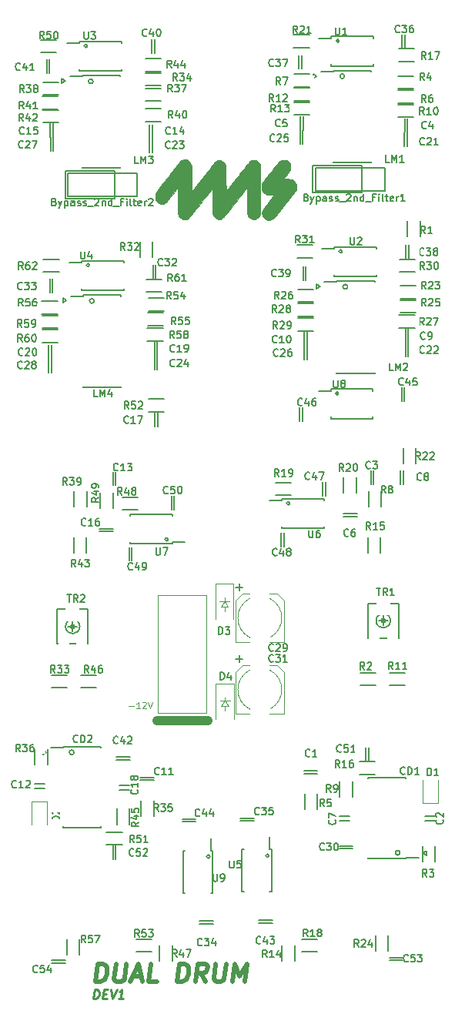
<source format=gbr>
G04 #@! TF.GenerationSoftware,KiCad,Pcbnew,(5.1.4-0-10_14)*
G04 #@! TF.CreationDate,2019-08-29T11:55:18-07:00*
G04 #@! TF.ProjectId,pcb-dualdrum-dev1,7063622d-6475-4616-9c64-72756d2d6465,rev?*
G04 #@! TF.SameCoordinates,Original*
G04 #@! TF.FileFunction,Legend,Top*
G04 #@! TF.FilePolarity,Positive*
%FSLAX46Y46*%
G04 Gerber Fmt 4.6, Leading zero omitted, Abs format (unit mm)*
G04 Created by KiCad (PCBNEW (5.1.4-0-10_14)) date 2019-08-29 11:55:18*
%MOMM*%
%LPD*%
G04 APERTURE LIST*
%ADD10C,0.250000*%
%ADD11C,0.500000*%
%ADD12C,0.150000*%
%ADD13C,0.010000*%
%ADD14C,0.127000*%
%ADD15C,1.000000*%
%ADD16C,0.120000*%
%ADD17C,0.100000*%
%ADD18C,0.152400*%
%ADD19C,0.200000*%
%ADD20R,1.450000X0.450000*%
%ADD21R,1.000000X1.000000*%
%ADD22R,0.450000X1.450000*%
%ADD23R,1.200000X1.200000*%
%ADD24R,1.600000X1.500000*%
%ADD25O,1.700000X1.700000*%
%ADD26R,1.500000X0.600000*%
%ADD27R,1.200000X0.900000*%
%ADD28R,0.500000X0.500000*%
%ADD29R,1.600000X3.000000*%
%ADD30R,1.300000X0.700000*%
%ADD31O,1.727200X2.032000*%
%ADD32C,1.651000*%
%ADD33C,1.803400*%
%ADD34C,2.667000*%
%ADD35C,2.540000*%
%ADD36C,1.930400*%
G04 APERTURE END LIST*
D10*
X9260882Y1605019D02*
X9385882Y2605019D01*
X9623977Y2605019D01*
X9760882Y2557400D01*
X9844215Y2462161D01*
X9879929Y2366923D01*
X9903739Y2176447D01*
X9885882Y2033590D01*
X9814453Y1843114D01*
X9754929Y1747876D01*
X9647787Y1652638D01*
X9498977Y1605019D01*
X9260882Y1605019D01*
X10326358Y2128828D02*
X10659691Y2128828D01*
X10737072Y1605019D02*
X10260882Y1605019D01*
X10385882Y2605019D01*
X10862072Y2605019D01*
X11147787Y2605019D02*
X11356120Y1605019D01*
X11814453Y2605019D01*
X12546596Y1605019D02*
X11975167Y1605019D01*
X12260882Y1605019D02*
X12385882Y2605019D01*
X12272787Y2462161D01*
X12165644Y2366923D01*
X12064453Y2319304D01*
D11*
X9500303Y3438638D02*
X9750303Y5438638D01*
X10226494Y5438638D01*
X10500303Y5343400D01*
X10666970Y5152923D01*
X10738398Y4962447D01*
X10786017Y4581495D01*
X10750303Y4295780D01*
X10607446Y3914828D01*
X10488398Y3724352D01*
X10274113Y3533876D01*
X9976494Y3438638D01*
X9500303Y3438638D01*
X11750303Y5438638D02*
X11547922Y3819590D01*
X11619351Y3629114D01*
X11702684Y3533876D01*
X11881255Y3438638D01*
X12262208Y3438638D01*
X12464589Y3533876D01*
X12571732Y3629114D01*
X12690779Y3819590D01*
X12893160Y5438638D01*
X13571732Y4010066D02*
X14524113Y4010066D01*
X13309827Y3438638D02*
X14226494Y5438638D01*
X14643160Y3438638D01*
X16262208Y3438638D02*
X15309827Y3438638D01*
X15559827Y5438638D01*
X18452684Y3438638D02*
X18702684Y5438638D01*
X19178875Y5438638D01*
X19452684Y5343400D01*
X19619351Y5152923D01*
X19690779Y4962447D01*
X19738398Y4581495D01*
X19702684Y4295780D01*
X19559827Y3914828D01*
X19440779Y3724352D01*
X19226494Y3533876D01*
X18928875Y3438638D01*
X18452684Y3438638D01*
X21595541Y3438638D02*
X21047922Y4391019D01*
X20452684Y3438638D02*
X20702684Y5438638D01*
X21464589Y5438638D01*
X21643160Y5343400D01*
X21726494Y5248161D01*
X21797922Y5057685D01*
X21762208Y4771971D01*
X21643160Y4581495D01*
X21536017Y4486257D01*
X21333636Y4391019D01*
X20571732Y4391019D01*
X22702684Y5438638D02*
X22500303Y3819590D01*
X22571732Y3629114D01*
X22655065Y3533876D01*
X22833636Y3438638D01*
X23214589Y3438638D01*
X23416970Y3533876D01*
X23524113Y3629114D01*
X23643160Y3819590D01*
X23845541Y5438638D01*
X24547922Y3438638D02*
X24797922Y5438638D01*
X25286017Y4010066D01*
X26131255Y5438638D01*
X25881255Y3438638D01*
D12*
X6202680Y89590880D02*
X11567160Y89590880D01*
X11582400Y92577920D02*
X6202680Y92577920D01*
X6202680Y92522040D02*
X6202680Y89590880D01*
X11567160Y89590880D02*
X11582400Y92577920D01*
X38770560Y93223080D02*
X33390840Y93223080D01*
X38755320Y90236040D02*
X38770560Y93223080D01*
X33390840Y90236040D02*
X38755320Y90236040D01*
X33390840Y93167200D02*
X33390840Y90236040D01*
D13*
G36*
X19461437Y93852047D02*
G01*
X19604552Y93793415D01*
X19729971Y93706154D01*
X19837117Y93590855D01*
X19925418Y93448110D01*
X19980907Y93317906D01*
X20020280Y93207840D01*
X20028746Y91767900D01*
X20037213Y90327960D01*
X21307213Y91943402D01*
X21469691Y92149849D01*
X21627231Y92349585D01*
X21778476Y92540912D01*
X21922067Y92722129D01*
X22056646Y92891536D01*
X22180856Y93047434D01*
X22293336Y93188123D01*
X22392731Y93311903D01*
X22477681Y93417076D01*
X22546827Y93501940D01*
X22598813Y93564797D01*
X22632279Y93603947D01*
X22644315Y93616649D01*
X22699148Y93657704D01*
X22766229Y93699672D01*
X22805182Y93720548D01*
X22851949Y93741823D01*
X22894336Y93755369D01*
X22942354Y93762884D01*
X23006012Y93766069D01*
X23076746Y93766640D01*
X23161336Y93765673D01*
X23222361Y93761631D01*
X23270099Y93752805D01*
X23314825Y93737486D01*
X23352442Y93720768D01*
X23476695Y93644538D01*
X23588072Y93540125D01*
X23682955Y93411924D01*
X23757728Y93264329D01*
X23781684Y93199373D01*
X23787307Y93180526D01*
X23792243Y93158608D01*
X23796557Y93131296D01*
X23800310Y93096271D01*
X23803566Y93051211D01*
X23806388Y92993795D01*
X23808840Y92921704D01*
X23810985Y92832615D01*
X23812886Y92724208D01*
X23814606Y92594162D01*
X23816208Y92440156D01*
X23817756Y92259869D01*
X23819313Y92050981D01*
X23820941Y91811170D01*
X23821399Y91741234D01*
X23830280Y90376228D01*
X25108747Y92001408D01*
X25271813Y92208449D01*
X25429967Y92408766D01*
X25581850Y92600667D01*
X25726109Y92782460D01*
X25861386Y92952451D01*
X25986327Y93108949D01*
X26099574Y93250260D01*
X26199773Y93374691D01*
X26285567Y93480551D01*
X26355602Y93566147D01*
X26408519Y93629786D01*
X26442965Y93669775D01*
X26456130Y93683454D01*
X26510871Y93722647D01*
X26579049Y93763507D01*
X26625463Y93787347D01*
X26676934Y93809653D01*
X26722732Y93823552D01*
X26773781Y93830926D01*
X26841005Y93833657D01*
X26895213Y93833847D01*
X26977435Y93832560D01*
X27036737Y93827971D01*
X27084039Y93818083D01*
X27130262Y93800896D01*
X27166147Y93784263D01*
X27272702Y93718023D01*
X27374974Y93627537D01*
X27463880Y93522080D01*
X27529213Y93413312D01*
X27542782Y93385060D01*
X27555114Y93358821D01*
X27566265Y93332933D01*
X27576290Y93305732D01*
X27585247Y93275555D01*
X27593190Y93240739D01*
X27600177Y93199621D01*
X27606264Y93150537D01*
X27611507Y93091824D01*
X27615961Y93021820D01*
X27619684Y92938862D01*
X27622730Y92841285D01*
X27625158Y92727427D01*
X27627021Y92595625D01*
X27628378Y92444215D01*
X27629284Y92271535D01*
X27629795Y92075922D01*
X27629967Y91855711D01*
X27629857Y91609241D01*
X27629520Y91334848D01*
X27629014Y91030868D01*
X27628393Y90695639D01*
X27628007Y90488551D01*
X27623347Y87958506D01*
X27578396Y87835507D01*
X27503343Y87672384D01*
X27407046Y87535424D01*
X27289693Y87424846D01*
X27160935Y87345443D01*
X27111890Y87323133D01*
X27068035Y87309133D01*
X27018773Y87301560D01*
X26953503Y87298532D01*
X26894335Y87298110D01*
X26814523Y87298833D01*
X26757145Y87302631D01*
X26710775Y87311937D01*
X26663987Y87329187D01*
X26605355Y87356816D01*
X26595096Y87361875D01*
X26462467Y87445188D01*
X26352859Y87553007D01*
X26265222Y87686384D01*
X26258476Y87699481D01*
X26241136Y87733795D01*
X26225929Y87765199D01*
X26212713Y87796046D01*
X26201348Y87828692D01*
X26191693Y87865493D01*
X26183608Y87908805D01*
X26176953Y87960982D01*
X26171585Y88024381D01*
X26167365Y88101356D01*
X26164151Y88194263D01*
X26161804Y88305458D01*
X26160183Y88437295D01*
X26159146Y88592131D01*
X26158553Y88772321D01*
X26158263Y88980220D01*
X26158136Y89218184D01*
X26158078Y89380231D01*
X26157543Y90769440D01*
X26117431Y90723889D01*
X26101896Y90704833D01*
X26066805Y90660860D01*
X26013515Y90593689D01*
X25943381Y90505042D01*
X25857761Y90396639D01*
X25758010Y90270201D01*
X25645487Y90127449D01*
X25521546Y89970102D01*
X25387545Y89799883D01*
X25244841Y89618511D01*
X25094789Y89427707D01*
X24938747Y89229192D01*
X24862498Y89132156D01*
X24703111Y88929467D01*
X24548350Y88733000D01*
X24399639Y88544543D01*
X24258398Y88365883D01*
X24126051Y88198808D01*
X24004018Y88045106D01*
X23893723Y87906565D01*
X23796587Y87784972D01*
X23714033Y87682115D01*
X23647482Y87599782D01*
X23598356Y87539761D01*
X23568078Y87503839D01*
X23561178Y87496216D01*
X23483982Y87428235D01*
X23395679Y87368772D01*
X23364969Y87352283D01*
X23311086Y87327023D01*
X23266214Y87311107D01*
X23219361Y87302404D01*
X23159536Y87298783D01*
X23085569Y87298107D01*
X23004251Y87299025D01*
X22945460Y87303227D01*
X22897879Y87312884D01*
X22850186Y87330165D01*
X22800478Y87352766D01*
X22673646Y87431015D01*
X22562447Y87536233D01*
X22470604Y87663683D01*
X22401844Y87808629D01*
X22375439Y87893217D01*
X22370480Y87915768D01*
X22366159Y87943904D01*
X22362435Y87979933D01*
X22359263Y88026163D01*
X22356603Y88084900D01*
X22354412Y88158452D01*
X22352646Y88249128D01*
X22351264Y88359235D01*
X22350223Y88491080D01*
X22349480Y88646971D01*
X22348993Y88829216D01*
X22348720Y89040121D01*
X22348617Y89281996D01*
X22348613Y89349099D01*
X22348613Y90700937D01*
X22308794Y90658988D01*
X22293357Y90640462D01*
X22258355Y90596987D01*
X22205128Y90530260D01*
X22135016Y90441977D01*
X22049359Y90333835D01*
X21949496Y90207529D01*
X21836767Y90064758D01*
X21712512Y89907216D01*
X21578070Y89736600D01*
X21434782Y89554607D01*
X21283987Y89362933D01*
X21127025Y89163274D01*
X21027984Y89037220D01*
X20867355Y88833003D01*
X20711597Y88635498D01*
X20562086Y88446427D01*
X20420205Y88267513D01*
X20287330Y88100477D01*
X20164844Y87947043D01*
X20054123Y87808932D01*
X19956549Y87687868D01*
X19873501Y87585571D01*
X19806358Y87503765D01*
X19756499Y87444173D01*
X19725305Y87408515D01*
X19716187Y87399380D01*
X19602532Y87325086D01*
X19474137Y87273103D01*
X19339361Y87245351D01*
X19206562Y87243748D01*
X19113150Y87260901D01*
X18976276Y87317025D01*
X18852900Y87402746D01*
X18745403Y87515672D01*
X18656168Y87653410D01*
X18601322Y87775077D01*
X18594792Y87792780D01*
X18589059Y87810589D01*
X18584056Y87830750D01*
X18579719Y87855509D01*
X18575980Y87887110D01*
X18572776Y87927799D01*
X18570038Y87979821D01*
X18567703Y88045421D01*
X18565704Y88126845D01*
X18563976Y88226337D01*
X18562452Y88346144D01*
X18561067Y88488511D01*
X18559756Y88655681D01*
X18558452Y88849902D01*
X18557089Y89073419D01*
X18555603Y89328475D01*
X18555547Y89338217D01*
X18547080Y90802593D01*
X17901320Y89981683D01*
X17744264Y89782683D01*
X17607066Y89610258D01*
X17489288Y89463874D01*
X17390489Y89342998D01*
X17310228Y89247095D01*
X17248064Y89175633D01*
X17203559Y89128078D01*
X17177783Y89104948D01*
X17085633Y89044460D01*
X17003048Y89005452D01*
X16917402Y88983820D01*
X16816066Y88975463D01*
X16777547Y88974920D01*
X16697972Y88975787D01*
X16640141Y88980461D01*
X16591961Y88991323D01*
X16541339Y89010754D01*
X16500735Y89029420D01*
X16371719Y89108501D01*
X16261950Y89211914D01*
X16172650Y89335318D01*
X16105044Y89474372D01*
X16060354Y89624734D01*
X16039805Y89782063D01*
X16044621Y89942018D01*
X16076024Y90100258D01*
X16135240Y90252442D01*
X16148685Y90278373D01*
X16165192Y90302896D01*
X16201161Y90351956D01*
X16255020Y90423551D01*
X16325196Y90515675D01*
X16410118Y90626325D01*
X16508213Y90753495D01*
X16617909Y90895183D01*
X16737634Y91049382D01*
X16865816Y91214090D01*
X17000883Y91387301D01*
X17141261Y91567012D01*
X17285380Y91751217D01*
X17431667Y91937914D01*
X17578550Y92125096D01*
X17724456Y92310761D01*
X17867814Y92492904D01*
X18007051Y92669520D01*
X18140594Y92838605D01*
X18266873Y92998154D01*
X18384314Y93146165D01*
X18491346Y93280631D01*
X18586396Y93399549D01*
X18667891Y93500915D01*
X18734261Y93582723D01*
X18783932Y93642971D01*
X18815333Y93679653D01*
X18823368Y93688217D01*
X18933629Y93773710D01*
X19060694Y93834357D01*
X19197455Y93868334D01*
X19336803Y93873816D01*
X19461437Y93852047D01*
X19461437Y93852047D01*
G37*
X19461437Y93852047D02*
X19604552Y93793415D01*
X19729971Y93706154D01*
X19837117Y93590855D01*
X19925418Y93448110D01*
X19980907Y93317906D01*
X20020280Y93207840D01*
X20028746Y91767900D01*
X20037213Y90327960D01*
X21307213Y91943402D01*
X21469691Y92149849D01*
X21627231Y92349585D01*
X21778476Y92540912D01*
X21922067Y92722129D01*
X22056646Y92891536D01*
X22180856Y93047434D01*
X22293336Y93188123D01*
X22392731Y93311903D01*
X22477681Y93417076D01*
X22546827Y93501940D01*
X22598813Y93564797D01*
X22632279Y93603947D01*
X22644315Y93616649D01*
X22699148Y93657704D01*
X22766229Y93699672D01*
X22805182Y93720548D01*
X22851949Y93741823D01*
X22894336Y93755369D01*
X22942354Y93762884D01*
X23006012Y93766069D01*
X23076746Y93766640D01*
X23161336Y93765673D01*
X23222361Y93761631D01*
X23270099Y93752805D01*
X23314825Y93737486D01*
X23352442Y93720768D01*
X23476695Y93644538D01*
X23588072Y93540125D01*
X23682955Y93411924D01*
X23757728Y93264329D01*
X23781684Y93199373D01*
X23787307Y93180526D01*
X23792243Y93158608D01*
X23796557Y93131296D01*
X23800310Y93096271D01*
X23803566Y93051211D01*
X23806388Y92993795D01*
X23808840Y92921704D01*
X23810985Y92832615D01*
X23812886Y92724208D01*
X23814606Y92594162D01*
X23816208Y92440156D01*
X23817756Y92259869D01*
X23819313Y92050981D01*
X23820941Y91811170D01*
X23821399Y91741234D01*
X23830280Y90376228D01*
X25108747Y92001408D01*
X25271813Y92208449D01*
X25429967Y92408766D01*
X25581850Y92600667D01*
X25726109Y92782460D01*
X25861386Y92952451D01*
X25986327Y93108949D01*
X26099574Y93250260D01*
X26199773Y93374691D01*
X26285567Y93480551D01*
X26355602Y93566147D01*
X26408519Y93629786D01*
X26442965Y93669775D01*
X26456130Y93683454D01*
X26510871Y93722647D01*
X26579049Y93763507D01*
X26625463Y93787347D01*
X26676934Y93809653D01*
X26722732Y93823552D01*
X26773781Y93830926D01*
X26841005Y93833657D01*
X26895213Y93833847D01*
X26977435Y93832560D01*
X27036737Y93827971D01*
X27084039Y93818083D01*
X27130262Y93800896D01*
X27166147Y93784263D01*
X27272702Y93718023D01*
X27374974Y93627537D01*
X27463880Y93522080D01*
X27529213Y93413312D01*
X27542782Y93385060D01*
X27555114Y93358821D01*
X27566265Y93332933D01*
X27576290Y93305732D01*
X27585247Y93275555D01*
X27593190Y93240739D01*
X27600177Y93199621D01*
X27606264Y93150537D01*
X27611507Y93091824D01*
X27615961Y93021820D01*
X27619684Y92938862D01*
X27622730Y92841285D01*
X27625158Y92727427D01*
X27627021Y92595625D01*
X27628378Y92444215D01*
X27629284Y92271535D01*
X27629795Y92075922D01*
X27629967Y91855711D01*
X27629857Y91609241D01*
X27629520Y91334848D01*
X27629014Y91030868D01*
X27628393Y90695639D01*
X27628007Y90488551D01*
X27623347Y87958506D01*
X27578396Y87835507D01*
X27503343Y87672384D01*
X27407046Y87535424D01*
X27289693Y87424846D01*
X27160935Y87345443D01*
X27111890Y87323133D01*
X27068035Y87309133D01*
X27018773Y87301560D01*
X26953503Y87298532D01*
X26894335Y87298110D01*
X26814523Y87298833D01*
X26757145Y87302631D01*
X26710775Y87311937D01*
X26663987Y87329187D01*
X26605355Y87356816D01*
X26595096Y87361875D01*
X26462467Y87445188D01*
X26352859Y87553007D01*
X26265222Y87686384D01*
X26258476Y87699481D01*
X26241136Y87733795D01*
X26225929Y87765199D01*
X26212713Y87796046D01*
X26201348Y87828692D01*
X26191693Y87865493D01*
X26183608Y87908805D01*
X26176953Y87960982D01*
X26171585Y88024381D01*
X26167365Y88101356D01*
X26164151Y88194263D01*
X26161804Y88305458D01*
X26160183Y88437295D01*
X26159146Y88592131D01*
X26158553Y88772321D01*
X26158263Y88980220D01*
X26158136Y89218184D01*
X26158078Y89380231D01*
X26157543Y90769440D01*
X26117431Y90723889D01*
X26101896Y90704833D01*
X26066805Y90660860D01*
X26013515Y90593689D01*
X25943381Y90505042D01*
X25857761Y90396639D01*
X25758010Y90270201D01*
X25645487Y90127449D01*
X25521546Y89970102D01*
X25387545Y89799883D01*
X25244841Y89618511D01*
X25094789Y89427707D01*
X24938747Y89229192D01*
X24862498Y89132156D01*
X24703111Y88929467D01*
X24548350Y88733000D01*
X24399639Y88544543D01*
X24258398Y88365883D01*
X24126051Y88198808D01*
X24004018Y88045106D01*
X23893723Y87906565D01*
X23796587Y87784972D01*
X23714033Y87682115D01*
X23647482Y87599782D01*
X23598356Y87539761D01*
X23568078Y87503839D01*
X23561178Y87496216D01*
X23483982Y87428235D01*
X23395679Y87368772D01*
X23364969Y87352283D01*
X23311086Y87327023D01*
X23266214Y87311107D01*
X23219361Y87302404D01*
X23159536Y87298783D01*
X23085569Y87298107D01*
X23004251Y87299025D01*
X22945460Y87303227D01*
X22897879Y87312884D01*
X22850186Y87330165D01*
X22800478Y87352766D01*
X22673646Y87431015D01*
X22562447Y87536233D01*
X22470604Y87663683D01*
X22401844Y87808629D01*
X22375439Y87893217D01*
X22370480Y87915768D01*
X22366159Y87943904D01*
X22362435Y87979933D01*
X22359263Y88026163D01*
X22356603Y88084900D01*
X22354412Y88158452D01*
X22352646Y88249128D01*
X22351264Y88359235D01*
X22350223Y88491080D01*
X22349480Y88646971D01*
X22348993Y88829216D01*
X22348720Y89040121D01*
X22348617Y89281996D01*
X22348613Y89349099D01*
X22348613Y90700937D01*
X22308794Y90658988D01*
X22293357Y90640462D01*
X22258355Y90596987D01*
X22205128Y90530260D01*
X22135016Y90441977D01*
X22049359Y90333835D01*
X21949496Y90207529D01*
X21836767Y90064758D01*
X21712512Y89907216D01*
X21578070Y89736600D01*
X21434782Y89554607D01*
X21283987Y89362933D01*
X21127025Y89163274D01*
X21027984Y89037220D01*
X20867355Y88833003D01*
X20711597Y88635498D01*
X20562086Y88446427D01*
X20420205Y88267513D01*
X20287330Y88100477D01*
X20164844Y87947043D01*
X20054123Y87808932D01*
X19956549Y87687868D01*
X19873501Y87585571D01*
X19806358Y87503765D01*
X19756499Y87444173D01*
X19725305Y87408515D01*
X19716187Y87399380D01*
X19602532Y87325086D01*
X19474137Y87273103D01*
X19339361Y87245351D01*
X19206562Y87243748D01*
X19113150Y87260901D01*
X18976276Y87317025D01*
X18852900Y87402746D01*
X18745403Y87515672D01*
X18656168Y87653410D01*
X18601322Y87775077D01*
X18594792Y87792780D01*
X18589059Y87810589D01*
X18584056Y87830750D01*
X18579719Y87855509D01*
X18575980Y87887110D01*
X18572776Y87927799D01*
X18570038Y87979821D01*
X18567703Y88045421D01*
X18565704Y88126845D01*
X18563976Y88226337D01*
X18562452Y88346144D01*
X18561067Y88488511D01*
X18559756Y88655681D01*
X18558452Y88849902D01*
X18557089Y89073419D01*
X18555603Y89328475D01*
X18555547Y89338217D01*
X18547080Y90802593D01*
X17901320Y89981683D01*
X17744264Y89782683D01*
X17607066Y89610258D01*
X17489288Y89463874D01*
X17390489Y89342998D01*
X17310228Y89247095D01*
X17248064Y89175633D01*
X17203559Y89128078D01*
X17177783Y89104948D01*
X17085633Y89044460D01*
X17003048Y89005452D01*
X16917402Y88983820D01*
X16816066Y88975463D01*
X16777547Y88974920D01*
X16697972Y88975787D01*
X16640141Y88980461D01*
X16591961Y88991323D01*
X16541339Y89010754D01*
X16500735Y89029420D01*
X16371719Y89108501D01*
X16261950Y89211914D01*
X16172650Y89335318D01*
X16105044Y89474372D01*
X16060354Y89624734D01*
X16039805Y89782063D01*
X16044621Y89942018D01*
X16076024Y90100258D01*
X16135240Y90252442D01*
X16148685Y90278373D01*
X16165192Y90302896D01*
X16201161Y90351956D01*
X16255020Y90423551D01*
X16325196Y90515675D01*
X16410118Y90626325D01*
X16508213Y90753495D01*
X16617909Y90895183D01*
X16737634Y91049382D01*
X16865816Y91214090D01*
X17000883Y91387301D01*
X17141261Y91567012D01*
X17285380Y91751217D01*
X17431667Y91937914D01*
X17578550Y92125096D01*
X17724456Y92310761D01*
X17867814Y92492904D01*
X18007051Y92669520D01*
X18140594Y92838605D01*
X18266873Y92998154D01*
X18384314Y93146165D01*
X18491346Y93280631D01*
X18586396Y93399549D01*
X18667891Y93500915D01*
X18734261Y93582723D01*
X18783932Y93642971D01*
X18815333Y93679653D01*
X18823368Y93688217D01*
X18933629Y93773710D01*
X19060694Y93834357D01*
X19197455Y93868334D01*
X19336803Y93873816D01*
X19461437Y93852047D01*
G36*
X30347803Y93824850D02*
G01*
X30482776Y93790064D01*
X30610791Y93725914D01*
X30725644Y93636891D01*
X30821130Y93527489D01*
X30870537Y93446285D01*
X30895967Y93392930D01*
X30912381Y93345231D01*
X30922225Y93292007D01*
X30927951Y93222077D01*
X30930170Y93173973D01*
X30930781Y93058212D01*
X30921708Y92950599D01*
X30901131Y92847059D01*
X30867225Y92743520D01*
X30818170Y92635908D01*
X30752142Y92520149D01*
X30667320Y92392170D01*
X30561880Y92247898D01*
X30452918Y92107173D01*
X30378490Y92012440D01*
X30311463Y91926346D01*
X30254571Y91852470D01*
X30210552Y91794391D01*
X30182142Y91755686D01*
X30172076Y91739946D01*
X30188176Y91736550D01*
X30233591Y91733118D01*
X30303770Y91729834D01*
X30394164Y91726881D01*
X30500221Y91724444D01*
X30591349Y91723013D01*
X31010885Y91717706D01*
X31121798Y91663065D01*
X31248643Y91582421D01*
X31356615Y91477371D01*
X31444418Y91352457D01*
X31510758Y91212219D01*
X31554340Y91061198D01*
X31573870Y90903935D01*
X31568053Y90744972D01*
X31535595Y90588848D01*
X31475202Y90440106D01*
X31472112Y90434235D01*
X31452588Y90403910D01*
X31413930Y90349738D01*
X31357821Y90273856D01*
X31285942Y90178401D01*
X31199974Y90065510D01*
X31101601Y89937319D01*
X30992502Y89795967D01*
X30874361Y89643589D01*
X30748859Y89482324D01*
X30617677Y89314307D01*
X30482498Y89141675D01*
X30345002Y88966566D01*
X30206872Y88791117D01*
X30069790Y88617464D01*
X29935437Y88447745D01*
X29805495Y88284096D01*
X29681645Y88128654D01*
X29565570Y87983557D01*
X29458951Y87850941D01*
X29363470Y87732943D01*
X29280808Y87631701D01*
X29212647Y87549351D01*
X29160670Y87488029D01*
X29126557Y87449874D01*
X29114249Y87438123D01*
X28957909Y87339719D01*
X28797834Y87268379D01*
X28638217Y87225321D01*
X28483256Y87211765D01*
X28370961Y87221984D01*
X28239869Y87261451D01*
X28114991Y87329795D01*
X28002774Y87422024D01*
X27909663Y87533151D01*
X27860453Y87617164D01*
X27807544Y87759706D01*
X27787083Y87906729D01*
X27799128Y88059446D01*
X27843734Y88219066D01*
X27894330Y88335486D01*
X27913941Y88375012D01*
X27932109Y88410515D01*
X27950640Y88444460D01*
X27971339Y88479313D01*
X27996011Y88517538D01*
X28026462Y88561601D01*
X28064497Y88613967D01*
X28111922Y88677101D01*
X28170541Y88753468D01*
X28242160Y88845533D01*
X28328584Y88955762D01*
X28431619Y89086619D01*
X28553070Y89240570D01*
X28609713Y89312339D01*
X28713021Y89443535D01*
X28809665Y89566853D01*
X28897656Y89679717D01*
X28975009Y89779549D01*
X29039735Y89863772D01*
X29089848Y89929811D01*
X29123360Y89975087D01*
X29138285Y89997025D01*
X29138880Y89998527D01*
X29122573Y90003353D01*
X29076156Y90007920D01*
X29003387Y90012041D01*
X28908022Y90015529D01*
X28793818Y90018199D01*
X28719346Y90019312D01*
X28299811Y90024373D01*
X28188897Y90079015D01*
X28062588Y90159531D01*
X27953424Y90265846D01*
X27863885Y90393229D01*
X27796451Y90536952D01*
X27753601Y90692285D01*
X27737816Y90854501D01*
X27740615Y90933854D01*
X27762711Y91084143D01*
X27802737Y91223191D01*
X27857840Y91341458D01*
X27867201Y91356773D01*
X27887217Y91385159D01*
X27925853Y91436961D01*
X27981184Y91509730D01*
X28051287Y91601016D01*
X28134237Y91708371D01*
X28228111Y91829345D01*
X28330984Y91961490D01*
X28440932Y92102356D01*
X28556030Y92249494D01*
X28674356Y92400455D01*
X28793984Y92552790D01*
X28912991Y92704050D01*
X29029452Y92851785D01*
X29141444Y92993548D01*
X29247041Y93126887D01*
X29344321Y93249355D01*
X29431358Y93358503D01*
X29506230Y93451880D01*
X29567010Y93527039D01*
X29611777Y93581530D01*
X29638604Y93612903D01*
X29644536Y93619025D01*
X29762867Y93701571D01*
X29902092Y93766098D01*
X30052886Y93809878D01*
X30205925Y93830182D01*
X30347803Y93824850D01*
X30347803Y93824850D01*
G37*
X30347803Y93824850D02*
X30482776Y93790064D01*
X30610791Y93725914D01*
X30725644Y93636891D01*
X30821130Y93527489D01*
X30870537Y93446285D01*
X30895967Y93392930D01*
X30912381Y93345231D01*
X30922225Y93292007D01*
X30927951Y93222077D01*
X30930170Y93173973D01*
X30930781Y93058212D01*
X30921708Y92950599D01*
X30901131Y92847059D01*
X30867225Y92743520D01*
X30818170Y92635908D01*
X30752142Y92520149D01*
X30667320Y92392170D01*
X30561880Y92247898D01*
X30452918Y92107173D01*
X30378490Y92012440D01*
X30311463Y91926346D01*
X30254571Y91852470D01*
X30210552Y91794391D01*
X30182142Y91755686D01*
X30172076Y91739946D01*
X30188176Y91736550D01*
X30233591Y91733118D01*
X30303770Y91729834D01*
X30394164Y91726881D01*
X30500221Y91724444D01*
X30591349Y91723013D01*
X31010885Y91717706D01*
X31121798Y91663065D01*
X31248643Y91582421D01*
X31356615Y91477371D01*
X31444418Y91352457D01*
X31510758Y91212219D01*
X31554340Y91061198D01*
X31573870Y90903935D01*
X31568053Y90744972D01*
X31535595Y90588848D01*
X31475202Y90440106D01*
X31472112Y90434235D01*
X31452588Y90403910D01*
X31413930Y90349738D01*
X31357821Y90273856D01*
X31285942Y90178401D01*
X31199974Y90065510D01*
X31101601Y89937319D01*
X30992502Y89795967D01*
X30874361Y89643589D01*
X30748859Y89482324D01*
X30617677Y89314307D01*
X30482498Y89141675D01*
X30345002Y88966566D01*
X30206872Y88791117D01*
X30069790Y88617464D01*
X29935437Y88447745D01*
X29805495Y88284096D01*
X29681645Y88128654D01*
X29565570Y87983557D01*
X29458951Y87850941D01*
X29363470Y87732943D01*
X29280808Y87631701D01*
X29212647Y87549351D01*
X29160670Y87488029D01*
X29126557Y87449874D01*
X29114249Y87438123D01*
X28957909Y87339719D01*
X28797834Y87268379D01*
X28638217Y87225321D01*
X28483256Y87211765D01*
X28370961Y87221984D01*
X28239869Y87261451D01*
X28114991Y87329795D01*
X28002774Y87422024D01*
X27909663Y87533151D01*
X27860453Y87617164D01*
X27807544Y87759706D01*
X27787083Y87906729D01*
X27799128Y88059446D01*
X27843734Y88219066D01*
X27894330Y88335486D01*
X27913941Y88375012D01*
X27932109Y88410515D01*
X27950640Y88444460D01*
X27971339Y88479313D01*
X27996011Y88517538D01*
X28026462Y88561601D01*
X28064497Y88613967D01*
X28111922Y88677101D01*
X28170541Y88753468D01*
X28242160Y88845533D01*
X28328584Y88955762D01*
X28431619Y89086619D01*
X28553070Y89240570D01*
X28609713Y89312339D01*
X28713021Y89443535D01*
X28809665Y89566853D01*
X28897656Y89679717D01*
X28975009Y89779549D01*
X29039735Y89863772D01*
X29089848Y89929811D01*
X29123360Y89975087D01*
X29138285Y89997025D01*
X29138880Y89998527D01*
X29122573Y90003353D01*
X29076156Y90007920D01*
X29003387Y90012041D01*
X28908022Y90015529D01*
X28793818Y90018199D01*
X28719346Y90019312D01*
X28299811Y90024373D01*
X28188897Y90079015D01*
X28062588Y90159531D01*
X27953424Y90265846D01*
X27863885Y90393229D01*
X27796451Y90536952D01*
X27753601Y90692285D01*
X27737816Y90854501D01*
X27740615Y90933854D01*
X27762711Y91084143D01*
X27802737Y91223191D01*
X27857840Y91341458D01*
X27867201Y91356773D01*
X27887217Y91385159D01*
X27925853Y91436961D01*
X27981184Y91509730D01*
X28051287Y91601016D01*
X28134237Y91708371D01*
X28228111Y91829345D01*
X28330984Y91961490D01*
X28440932Y92102356D01*
X28556030Y92249494D01*
X28674356Y92400455D01*
X28793984Y92552790D01*
X28912991Y92704050D01*
X29029452Y92851785D01*
X29141444Y92993548D01*
X29247041Y93126887D01*
X29344321Y93249355D01*
X29431358Y93358503D01*
X29506230Y93451880D01*
X29567010Y93527039D01*
X29611777Y93581530D01*
X29638604Y93612903D01*
X29644536Y93619025D01*
X29762867Y93701571D01*
X29902092Y93766098D01*
X30052886Y93809878D01*
X30205925Y93830182D01*
X30347803Y93824850D01*
D12*
X35348280Y68417500D02*
X33998280Y68417500D01*
X35348280Y65367500D02*
X39998280Y65367500D01*
X35348280Y68617500D02*
X39998280Y68617500D01*
X35348280Y65367500D02*
X35348280Y65567500D01*
X39998280Y65367500D02*
X39998280Y65567500D01*
X39998280Y68617500D02*
X39998280Y68417500D01*
X35348280Y68617500D02*
X35348280Y68417500D01*
X36201885Y68135500D02*
G75*
G03X36201885Y68135500I-179605J0D01*
G01*
X4406580Y103365500D02*
X4406580Y104865500D01*
X4106580Y104865500D02*
X4106580Y103365500D01*
X6177980Y5788800D02*
X4677980Y5788800D01*
X4677980Y5488800D02*
X6177980Y5488800D01*
X43300080Y6119000D02*
X41800080Y6119000D01*
X41800080Y5819000D02*
X43300080Y5819000D01*
X11686680Y16915700D02*
X11686680Y18415700D01*
X11386680Y18415700D02*
X11386680Y16915700D01*
X39225080Y29198000D02*
X39225080Y27698000D01*
X39525080Y27698000D02*
X39525080Y29198000D01*
X22156480Y17882500D02*
X22156480Y19232500D01*
X19106480Y17882500D02*
X19106480Y13232500D01*
X22356480Y17882500D02*
X22356480Y13232500D01*
X19106480Y17882500D02*
X19306480Y17882500D01*
X19106480Y13232500D02*
X19306480Y13232500D01*
X22356480Y13232500D02*
X22156480Y13232500D01*
X22356480Y17882500D02*
X22156480Y17882500D01*
X22054085Y17208500D02*
G75*
G03X22054085Y17208500I-179605J0D01*
G01*
X28633480Y17996800D02*
X28633480Y19346800D01*
X25583480Y17996800D02*
X25583480Y13346800D01*
X28833480Y17996800D02*
X28833480Y13346800D01*
X25583480Y17996800D02*
X25783480Y17996800D01*
X25583480Y13346800D02*
X25783480Y13346800D01*
X28833480Y13346800D02*
X28633480Y13346800D01*
X28833480Y17996800D02*
X28633480Y17996800D01*
X28531085Y17322800D02*
G75*
G03X28531085Y17322800I-179605J0D01*
G01*
X17968080Y51800100D02*
X19318080Y51800100D01*
X17968080Y54850100D02*
X13318080Y54850100D01*
X17968080Y51600100D02*
X13318080Y51600100D01*
X17968080Y54850100D02*
X17968080Y54650100D01*
X13318080Y54850100D02*
X13318080Y54650100D01*
X13318080Y51600100D02*
X13318080Y51800100D01*
X17968080Y51600100D02*
X17968080Y51800100D01*
X17473685Y52082100D02*
G75*
G03X17473685Y52082100I-179605J0D01*
G01*
X29985480Y56341400D02*
X28635480Y56341400D01*
X29985480Y53291400D02*
X34635480Y53291400D01*
X29985480Y56541400D02*
X34635480Y56541400D01*
X29985480Y53291400D02*
X29985480Y53491400D01*
X34635480Y53291400D02*
X34635480Y53491400D01*
X34635480Y56541400D02*
X34635480Y56341400D01*
X29985480Y56541400D02*
X29985480Y56341400D01*
X30839085Y56059400D02*
G75*
G03X30839085Y56059400I-179605J0D01*
G01*
X7945880Y82540500D02*
X6595880Y82540500D01*
X7945880Y79490500D02*
X12595880Y79490500D01*
X7945880Y82740500D02*
X12595880Y82740500D01*
X7945880Y79490500D02*
X7945880Y79690500D01*
X12595880Y79490500D02*
X12595880Y79690500D01*
X12595880Y82740500D02*
X12595880Y82540500D01*
X7945880Y82740500D02*
X7945880Y82540500D01*
X8799485Y82258500D02*
G75*
G03X8799485Y82258500I-179605J0D01*
G01*
X7731580Y106640500D02*
X6381580Y106640500D01*
X7731580Y103590500D02*
X12381580Y103590500D01*
X7731580Y106840500D02*
X12381580Y106840500D01*
X7731580Y103590500D02*
X7731580Y103790500D01*
X12381580Y103590500D02*
X12381580Y103790500D01*
X12381580Y106840500D02*
X12381580Y106640500D01*
X7731580Y106840500D02*
X7731580Y106640500D01*
X8585185Y106358500D02*
G75*
G03X8585185Y106358500I-179605J0D01*
G01*
X35758680Y84056900D02*
X34408680Y84056900D01*
X35758680Y81006900D02*
X40408680Y81006900D01*
X35758680Y84256900D02*
X40408680Y84256900D01*
X35758680Y81006900D02*
X35758680Y81206900D01*
X40408680Y81006900D02*
X40408680Y81206900D01*
X40408680Y84256900D02*
X40408680Y84056900D01*
X35758680Y84256900D02*
X35758680Y84056900D01*
X36612285Y83774900D02*
G75*
G03X36612285Y83774900I-179605J0D01*
G01*
X35416180Y107190660D02*
X34066180Y107190660D01*
X35416180Y104140660D02*
X40066180Y104140660D01*
X35416180Y107390660D02*
X40066180Y107390660D01*
X35416180Y104140660D02*
X35416180Y104340660D01*
X40066180Y104140660D02*
X40066180Y104340660D01*
X40066180Y107390660D02*
X40066180Y107190660D01*
X35416180Y107390660D02*
X35416180Y107190660D01*
X36269785Y106908660D02*
G75*
G03X36269785Y106908660I-179605J0D01*
G01*
D14*
X7188286Y42506900D02*
G75*
G03X7188286Y42506900I-223606J0D01*
G01*
X6464680Y42506900D02*
X7464680Y42506900D01*
X6964680Y43106900D02*
X6964680Y42006900D01*
X7745701Y42506900D02*
G75*
G03X7745701Y42506900I-781021J0D01*
G01*
X5264680Y40606900D02*
X5264680Y44406900D01*
X8664680Y40606900D02*
X5264680Y40606900D01*
X8664680Y44406900D02*
X8664680Y40606900D01*
X5264680Y44406900D02*
X8664680Y44406900D01*
X41351286Y43141900D02*
G75*
G03X41351286Y43141900I-223606J0D01*
G01*
X40627680Y43141900D02*
X41627680Y43141900D01*
X41127680Y43741900D02*
X41127680Y42641900D01*
X41908701Y43141900D02*
G75*
G03X41908701Y43141900I-781021J0D01*
G01*
X39427680Y41241900D02*
X39427680Y45041900D01*
X42827680Y41241900D02*
X39427680Y41241900D01*
X42827680Y45041900D02*
X42827680Y41241900D01*
X39427680Y45041900D02*
X42827680Y45041900D01*
D12*
X3760880Y82885500D02*
X5460880Y82885500D01*
X5460880Y81485500D02*
X3760880Y81485500D01*
X16770880Y79295500D02*
X15070880Y79295500D01*
X15070880Y80695500D02*
X16770880Y80695500D01*
X5300880Y73735500D02*
X3600880Y73735500D01*
X3600880Y75135500D02*
X5300880Y75135500D01*
X3610880Y76705500D02*
X5310880Y76705500D01*
X5310880Y75305500D02*
X3610880Y75305500D01*
X16890880Y73915500D02*
X15190880Y73915500D01*
X15190880Y75315500D02*
X16890880Y75315500D01*
X6315480Y6376300D02*
X6315480Y8076300D01*
X7715480Y8076300D02*
X7715480Y6376300D01*
X5290880Y76875500D02*
X3590880Y76875500D01*
X3590880Y78275500D02*
X5290880Y78275500D01*
X16940880Y75595500D02*
X15240880Y75595500D01*
X15240880Y76995500D02*
X16940880Y76995500D01*
X15300880Y78615500D02*
X17000880Y78615500D01*
X17000880Y77215500D02*
X15300880Y77215500D01*
X13925180Y8116800D02*
X15625180Y8116800D01*
X15625180Y6716800D02*
X13925180Y6716800D01*
X15322180Y67540100D02*
X17022180Y67540100D01*
X17022180Y66140100D02*
X15322180Y66140100D01*
X12399380Y18489700D02*
X10699380Y18489700D01*
X10699380Y19889700D02*
X12399380Y19889700D01*
X3426580Y107015500D02*
X5126580Y107015500D01*
X5126580Y105615500D02*
X3426580Y105615500D01*
X10013080Y55545100D02*
X10013080Y57245100D01*
X11413080Y57245100D02*
X11413080Y55545100D01*
X14113080Y55325100D02*
X12413080Y55325100D01*
X12413080Y56725100D02*
X14113080Y56725100D01*
X17900880Y7415000D02*
X17900880Y5715000D01*
X16500880Y5715000D02*
X16500880Y7415000D01*
X7854580Y37161700D02*
X9554580Y37161700D01*
X9554580Y35761700D02*
X7854580Y35761700D01*
X13227280Y22465400D02*
X13227280Y20765400D01*
X11827280Y20765400D02*
X11827280Y22465400D01*
X16656580Y103565500D02*
X14956580Y103565500D01*
X14956580Y104965500D02*
X16656580Y104965500D01*
X8477480Y52348500D02*
X8477480Y50648500D01*
X7077480Y50648500D02*
X7077480Y52348500D01*
X5386580Y97915500D02*
X3686580Y97915500D01*
X3686580Y99315500D02*
X5386580Y99315500D01*
X3666580Y100805500D02*
X5366580Y100805500D01*
X5366580Y99405500D02*
X3666580Y99405500D01*
X16706580Y98025500D02*
X15006580Y98025500D01*
X15006580Y99425500D02*
X16706580Y99425500D01*
X7102880Y55652300D02*
X7102880Y57352300D01*
X8502880Y57352300D02*
X8502880Y55652300D01*
X5376580Y100975500D02*
X3676580Y100975500D01*
X3676580Y102375500D02*
X5376580Y102375500D01*
X16696580Y100305500D02*
X14996580Y100305500D01*
X14996580Y101705500D02*
X16696580Y101705500D01*
X4184880Y29005900D02*
X4184880Y27305900D01*
X2784880Y27305900D02*
X2784880Y29005900D01*
X15881580Y23329000D02*
X15881580Y21629000D01*
X14481580Y21629000D02*
X14481580Y23329000D01*
X14946580Y103395500D02*
X16646580Y103395500D01*
X16646580Y101995500D02*
X14946580Y101995500D01*
X6341480Y35774400D02*
X4641480Y35774400D01*
X4641480Y37174400D02*
X6341480Y37174400D01*
X15767280Y84809700D02*
X15767280Y83109700D01*
X14367280Y83109700D02*
X14367280Y84809700D01*
X31628980Y84443800D02*
X33328980Y84443800D01*
X33328980Y83043800D02*
X31628980Y83043800D01*
X44593680Y81491900D02*
X42893680Y81491900D01*
X42893680Y82891900D02*
X44593680Y82891900D01*
X33453680Y75031900D02*
X31753680Y75031900D01*
X31753680Y76431900D02*
X33453680Y76431900D01*
X31773680Y78031900D02*
X33473680Y78031900D01*
X33473680Y76631900D02*
X31773680Y76631900D01*
X44573680Y75361900D02*
X42873680Y75361900D01*
X42873680Y76761900D02*
X44573680Y76761900D01*
X33463680Y78191900D02*
X31763680Y78191900D01*
X31763680Y79591900D02*
X33463680Y79591900D01*
X44733680Y77001900D02*
X43033680Y77001900D01*
X43033680Y78401900D02*
X44733680Y78401900D01*
X40275280Y6846200D02*
X40275280Y8546200D01*
X41675280Y8546200D02*
X41675280Y6846200D01*
X43033680Y79991900D02*
X44733680Y79991900D01*
X44733680Y78591900D02*
X43033680Y78591900D01*
X43310580Y60465600D02*
X43310580Y62165600D01*
X44710580Y62165600D02*
X44710580Y60465600D01*
X31273380Y107595900D02*
X32973380Y107595900D01*
X32973380Y106195900D02*
X31273380Y106195900D01*
X36780480Y57186400D02*
X36780480Y58886400D01*
X38180480Y58886400D02*
X38180480Y57186400D01*
X29270480Y58356400D02*
X30970480Y58356400D01*
X30970480Y56956400D02*
X29270480Y56956400D01*
X33900480Y6729500D02*
X32200480Y6729500D01*
X32200480Y8129500D02*
X33900480Y8129500D01*
X44517680Y104659200D02*
X42817680Y104659200D01*
X42817680Y106059200D02*
X44517680Y106059200D01*
X38525080Y27649400D02*
X40225080Y27649400D01*
X40225080Y26249400D02*
X38525080Y26249400D01*
X40837080Y52348500D02*
X40837080Y50648500D01*
X39437080Y50648500D02*
X39437080Y52348500D01*
X31362880Y7428600D02*
X31362880Y5728600D01*
X29962880Y5728600D02*
X29962880Y7428600D01*
X33001180Y98785660D02*
X31301180Y98785660D01*
X31301180Y100185660D02*
X33001180Y100185660D01*
X31301180Y101715660D02*
X33001180Y101715660D01*
X33001180Y100315660D02*
X31301180Y100315660D01*
X41839780Y37441100D02*
X43539780Y37441100D01*
X43539780Y36041100D02*
X41839780Y36041100D01*
X44461180Y98515660D02*
X42761180Y98515660D01*
X42761180Y99915660D02*
X44461180Y99915660D01*
X36338280Y23788000D02*
X36338280Y25488000D01*
X37738280Y25488000D02*
X37738280Y23788000D01*
X39513280Y55652300D02*
X39513280Y57352300D01*
X40913280Y57352300D02*
X40913280Y55652300D01*
X32991180Y101865660D02*
X31291180Y101865660D01*
X31291180Y103265660D02*
X32991180Y103265660D01*
X44461180Y100065660D02*
X42761180Y100065660D01*
X42761180Y101465660D02*
X44461180Y101465660D01*
X33890180Y24103700D02*
X33890180Y22403700D01*
X32490180Y22403700D02*
X32490180Y24103700D01*
X42771180Y103045660D02*
X44471180Y103045660D01*
X44471180Y101645660D02*
X42771180Y101645660D01*
X46831480Y18363300D02*
X46831480Y16663300D01*
X45431480Y16663300D02*
X45431480Y18363300D01*
X40275880Y36041100D02*
X38575880Y36041100D01*
X38575880Y37441100D02*
X40275880Y37441100D01*
X45180480Y87146500D02*
X45180480Y85446500D01*
X43780480Y85446500D02*
X43780480Y87146500D01*
D15*
X16278180Y32162700D02*
X21818180Y32162700D01*
D16*
X16368180Y45982700D02*
X16368180Y33042700D01*
X16368180Y33042700D02*
X21688180Y33042700D01*
X21688180Y33042700D02*
X21688180Y45982700D01*
X21688180Y45982700D02*
X16368180Y45982700D01*
D12*
X8145880Y78835500D02*
X6770880Y78835500D01*
X8145880Y68790500D02*
X12295880Y68790500D01*
X8145880Y78940500D02*
X12295880Y78940500D01*
X8145880Y68790500D02*
X8145880Y68895500D01*
X12295880Y68790500D02*
X12295880Y68895500D01*
X12295880Y78940500D02*
X12295880Y78835500D01*
X8145880Y78940500D02*
X8145880Y78835500D01*
X9331880Y78310500D02*
G75*
G03X9331880Y78310500I-254000J0D01*
G01*
X5902880Y78605500D02*
X6283880Y78351500D01*
X6283880Y78351500D02*
X5902880Y78097500D01*
X5902880Y78097500D02*
X5902880Y78605500D01*
X8031580Y102985500D02*
X6656580Y102985500D01*
X8031580Y92940500D02*
X12181580Y92940500D01*
X8031580Y103090500D02*
X12181580Y103090500D01*
X8031580Y92940500D02*
X8031580Y93045500D01*
X12181580Y92940500D02*
X12181580Y93045500D01*
X12181580Y103090500D02*
X12181580Y102985500D01*
X8031580Y103090500D02*
X8031580Y102985500D01*
X9217580Y102460500D02*
G75*
G03X9217580Y102460500I-254000J0D01*
G01*
X5788580Y102755500D02*
X6169580Y102501500D01*
X6169580Y102501500D02*
X5788580Y102247500D01*
X5788580Y102247500D02*
X5788580Y102755500D01*
X36018680Y80391900D02*
X34643680Y80391900D01*
X36018680Y70346900D02*
X40168680Y70346900D01*
X36018680Y80496900D02*
X40168680Y80496900D01*
X36018680Y70346900D02*
X36018680Y70451900D01*
X40168680Y70346900D02*
X40168680Y70451900D01*
X40168680Y80496900D02*
X40168680Y80391900D01*
X36018680Y80496900D02*
X36018680Y80391900D01*
X37204680Y79866900D02*
G75*
G03X37204680Y79866900I-254000J0D01*
G01*
X33775680Y80161900D02*
X34156680Y79907900D01*
X34156680Y79907900D02*
X33775680Y79653900D01*
X33775680Y79653900D02*
X33775680Y80161900D01*
X35676180Y103545660D02*
X34301180Y103545660D01*
X35676180Y93500660D02*
X39826180Y93500660D01*
X35676180Y103650660D02*
X39826180Y103650660D01*
X35676180Y93500660D02*
X35676180Y93605660D01*
X39826180Y93500660D02*
X39826180Y93605660D01*
X39826180Y103650660D02*
X39826180Y103545660D01*
X35676180Y103650660D02*
X35676180Y103545660D01*
X36862180Y103020660D02*
G75*
G03X36862180Y103020660I-254000J0D01*
G01*
X33433180Y103315660D02*
X33814180Y103061660D01*
X33814180Y103061660D02*
X33433180Y102807660D01*
X33433180Y102807660D02*
X33433180Y103315660D01*
D16*
X24718180Y36232700D02*
X22718180Y36232700D01*
D17*
X23718180Y33732700D02*
X23718180Y33232700D01*
X23318180Y33732700D02*
X23718180Y34332700D01*
X24118180Y33732700D02*
X23318180Y33732700D01*
X23718180Y34332700D02*
X24118180Y33732700D01*
X23718180Y34332700D02*
X23168180Y34332700D01*
X23718180Y34332700D02*
X24268180Y34332700D01*
X23718180Y34732700D02*
X23718180Y34332700D01*
D16*
X22718180Y36232700D02*
X22718180Y32332700D01*
X24718180Y36232700D02*
X24718180Y32332700D01*
X24658180Y47220700D02*
X22658180Y47220700D01*
D17*
X23658180Y44720700D02*
X23658180Y44220700D01*
X23258180Y44720700D02*
X23658180Y45320700D01*
X24058180Y44720700D02*
X23258180Y44720700D01*
X23658180Y45320700D02*
X24058180Y44720700D01*
X23658180Y45320700D02*
X23108180Y45320700D01*
X23658180Y45320700D02*
X24208180Y45320700D01*
X23658180Y45720700D02*
X23658180Y45320700D01*
D16*
X22658180Y47220700D02*
X22658180Y43320700D01*
X24658180Y47220700D02*
X24658180Y43320700D01*
X4157080Y23267800D02*
X4157080Y20717800D01*
X2457080Y23267800D02*
X2457080Y20717800D01*
X4157080Y23267800D02*
X2457080Y23267800D01*
X45421180Y23061800D02*
X45421180Y25611800D01*
X47121180Y23061800D02*
X47121180Y25611800D01*
X45421180Y23061800D02*
X47121180Y23061800D01*
D12*
X5930080Y29195800D02*
X4555080Y29195800D01*
X5930080Y20420800D02*
X10080080Y20420800D01*
X5930080Y29300800D02*
X10080080Y29300800D01*
X5930080Y20420800D02*
X5930080Y20525800D01*
X10080080Y20420800D02*
X10080080Y20525800D01*
X10080080Y29300800D02*
X10080080Y29195800D01*
X5930080Y29300800D02*
X5930080Y29195800D01*
X7116080Y28670800D02*
G75*
G03X7116080Y28670800I-254000J0D01*
G01*
X3687080Y28965800D02*
X4068080Y28711800D01*
X4068080Y28711800D02*
X3687080Y28457800D01*
X3687080Y28457800D02*
X3687080Y28965800D01*
X43637980Y17094900D02*
X45012980Y17094900D01*
X43637980Y25869900D02*
X39487980Y25869900D01*
X43637980Y16989900D02*
X39487980Y16989900D01*
X43637980Y25869900D02*
X43637980Y25764900D01*
X39487980Y25869900D02*
X39487980Y25764900D01*
X39487980Y16989900D02*
X39487980Y17094900D01*
X43637980Y16989900D02*
X43637980Y17094900D01*
X42959980Y17619900D02*
G75*
G03X42959980Y17619900I-254000J0D01*
G01*
X45880980Y17324900D02*
X45499980Y17578900D01*
X45499980Y17578900D02*
X45880980Y17832900D01*
X45880980Y17832900D02*
X45880980Y17324900D01*
X18153080Y55365100D02*
X18153080Y56865100D01*
X17853080Y56865100D02*
X17853080Y55365100D01*
X13163080Y51235100D02*
X13163080Y49735100D01*
X13463080Y49735100D02*
X13463080Y51235100D01*
X29900480Y52816400D02*
X29900480Y51316400D01*
X30200480Y51316400D02*
X30200480Y52816400D01*
X34790480Y56906400D02*
X34790480Y58406400D01*
X34490480Y58406400D02*
X34490480Y56906400D01*
X32209880Y65124900D02*
X32209880Y66624900D01*
X31909880Y66624900D02*
X31909880Y65124900D01*
X43150280Y68834700D02*
X43150280Y67334700D01*
X43450280Y67334700D02*
X43450280Y68834700D01*
X19003580Y21046300D02*
X20503580Y21046300D01*
X20503580Y21346300D02*
X19003580Y21346300D01*
X28936380Y10221100D02*
X27436380Y10221100D01*
X27436380Y9921100D02*
X28936380Y9921100D01*
X13289980Y28140800D02*
X11789980Y28140800D01*
X11789980Y27840800D02*
X13289980Y27840800D01*
X15696580Y107095500D02*
X15696580Y105595500D01*
X15996580Y105595500D02*
X15996580Y107095500D01*
X32603680Y80593500D02*
X32603680Y82093500D01*
X32303680Y82093500D02*
X32303680Y80593500D01*
X43593680Y84501900D02*
X43593680Y83001900D01*
X43893680Y83001900D02*
X43893680Y84501900D01*
X32159080Y103847200D02*
X32159080Y105347200D01*
X31859080Y105347200D02*
X31859080Y103847200D01*
X43201180Y107615660D02*
X43201180Y106115660D01*
X43501180Y106115660D02*
X43501180Y107615660D01*
X25429780Y21109800D02*
X26929780Y21109800D01*
X26929780Y21409800D02*
X25429780Y21409800D01*
X22446680Y10119500D02*
X20946680Y10119500D01*
X20946680Y9819500D02*
X22446680Y9819500D01*
X4750880Y79255500D02*
X4750880Y80755500D01*
X4450880Y80755500D02*
X4450880Y79255500D01*
X15790880Y82305500D02*
X15790880Y80805500D01*
X16090880Y80805500D02*
X16090880Y82305500D01*
D16*
X28678423Y33438443D02*
G75*
G03X28648180Y37722700I-1130243J2134257D01*
G01*
X26417937Y37706957D02*
G75*
G03X26448180Y33422700I1130243J-2134257D01*
G01*
X24898180Y37482700D02*
X24898180Y32902700D01*
X25668180Y38242700D02*
X24898180Y37482700D01*
X30198180Y37482700D02*
X29428180Y38242700D01*
X30198180Y32902700D02*
X30198180Y37482700D01*
X29428180Y38242700D02*
X28648180Y38242700D01*
X25668180Y38242700D02*
X26448180Y38242700D01*
X24898180Y32902700D02*
X26448180Y32902700D01*
X30198180Y32902700D02*
X28648180Y32902700D01*
D12*
X36275580Y18074500D02*
X37775580Y18074500D01*
X37775580Y18374500D02*
X36275580Y18374500D01*
D16*
X28678423Y41312443D02*
G75*
G03X28648180Y45596700I-1130243J2134257D01*
G01*
X26417937Y45580957D02*
G75*
G03X26448180Y41296700I1130243J-2134257D01*
G01*
X24898180Y45356700D02*
X24898180Y40776700D01*
X25668180Y46116700D02*
X24898180Y45356700D01*
X30198180Y45356700D02*
X29428180Y46116700D01*
X30198180Y40776700D02*
X30198180Y45356700D01*
X29428180Y46116700D02*
X28648180Y46116700D01*
X25668180Y46116700D02*
X26448180Y46116700D01*
X24898180Y40776700D02*
X26448180Y40776700D01*
X30198180Y40776700D02*
X28648180Y40776700D01*
D12*
X4625480Y70408100D02*
X4625480Y71908100D01*
X4325480Y71908100D02*
X4325480Y70408100D01*
X4836580Y94795500D02*
X4836580Y96295500D01*
X4536580Y96295500D02*
X4536580Y94795500D01*
X32743680Y71871900D02*
X32743680Y73371900D01*
X32443680Y73371900D02*
X32443680Y71871900D01*
X32291180Y95555660D02*
X32291180Y97055660D01*
X31991180Y97055660D02*
X31991180Y95555660D01*
X15984080Y72263700D02*
X15984080Y70763700D01*
X16284080Y70763700D02*
X16284080Y72263700D01*
X15436580Y96125500D02*
X15436580Y94625500D01*
X15736580Y94625500D02*
X15736580Y96125500D01*
X43573680Y73671900D02*
X43573680Y72171900D01*
X43873680Y72171900D02*
X43873680Y73671900D01*
X43461180Y96805660D02*
X43461180Y95305660D01*
X43761180Y95305660D02*
X43761180Y96805660D01*
X4640880Y71985500D02*
X4640880Y73485500D01*
X4340880Y73485500D02*
X4340880Y71985500D01*
X15980880Y73865500D02*
X15980880Y72365500D01*
X16280880Y72365500D02*
X16280880Y73865500D01*
D18*
X13238480Y24561800D02*
X12120880Y24561800D01*
X13238480Y25069800D02*
X12120880Y25069800D01*
D12*
X16322180Y64528000D02*
X16322180Y66028000D01*
X16022180Y66028000D02*
X16022180Y64528000D01*
X11423080Y53245100D02*
X9923080Y53245100D01*
X9923080Y52945100D02*
X11423080Y52945100D01*
X4806580Y96315500D02*
X4806580Y97815500D01*
X4506580Y97815500D02*
X4506580Y96315500D01*
X15436580Y97695500D02*
X15436580Y96195500D01*
X15736580Y96195500D02*
X15736580Y97695500D01*
X11399380Y59538300D02*
X11399380Y58038300D01*
X11699380Y58038300D02*
X11699380Y59538300D01*
D18*
X2799080Y25234900D02*
X3916680Y25234900D01*
X2799080Y24726900D02*
X3916680Y24726900D01*
D12*
X15893480Y25931000D02*
X14393480Y25931000D01*
X14393480Y25631000D02*
X15893480Y25631000D01*
X32753680Y73421900D02*
X32753680Y74921900D01*
X32453680Y74921900D02*
X32453680Y73421900D01*
X43583680Y75231900D02*
X43583680Y73731900D01*
X43883680Y73731900D02*
X43883680Y75231900D01*
X43035080Y59665300D02*
X43035080Y58165300D01*
X43335080Y58165300D02*
X43335080Y59665300D01*
D18*
X36339780Y21678900D02*
X37457380Y21678900D01*
X36339780Y21170900D02*
X37457380Y21170900D01*
D12*
X36730480Y54606400D02*
X38230480Y54606400D01*
X38230480Y54906400D02*
X36730480Y54906400D01*
X32301180Y97125660D02*
X32301180Y98625660D01*
X32001180Y98625660D02*
X32001180Y97125660D01*
X43471180Y98395660D02*
X43471180Y96895660D01*
X43771180Y96895660D02*
X43771180Y98395660D01*
X39745780Y59665300D02*
X39745780Y58165300D01*
X40045780Y58165300D02*
X40045780Y59665300D01*
D18*
X46804580Y21120100D02*
X45686980Y21120100D01*
X46804580Y21628100D02*
X45686980Y21628100D01*
D12*
X33902080Y26642200D02*
X32402080Y26642200D01*
X32402080Y26342200D02*
X33902080Y26342200D01*
X6446580Y89825500D02*
X14066580Y89825500D01*
X14066580Y89825500D02*
X14066580Y92365500D01*
X14066580Y92365500D02*
X6446580Y92365500D01*
X6446580Y92365500D02*
X6446580Y89825500D01*
X33731180Y90445660D02*
X41351180Y90445660D01*
X41351180Y90445660D02*
X41351180Y92985660D01*
X41351180Y92985660D02*
X33731180Y92985660D01*
X33731180Y92985660D02*
X33731180Y90445660D01*
D19*
X35679456Y69589595D02*
X35679456Y68941976D01*
X35717551Y68865785D01*
X35755646Y68827690D01*
X35831837Y68789595D01*
X35984218Y68789595D01*
X36060408Y68827690D01*
X36098503Y68865785D01*
X36136599Y68941976D01*
X36136599Y69589595D01*
X36631837Y69246738D02*
X36555646Y69284833D01*
X36517551Y69322928D01*
X36479456Y69399119D01*
X36479456Y69437214D01*
X36517551Y69513404D01*
X36555646Y69551500D01*
X36631837Y69589595D01*
X36784218Y69589595D01*
X36860408Y69551500D01*
X36898503Y69513404D01*
X36936599Y69437214D01*
X36936599Y69399119D01*
X36898503Y69322928D01*
X36860408Y69284833D01*
X36784218Y69246738D01*
X36631837Y69246738D01*
X36555646Y69208642D01*
X36517551Y69170547D01*
X36479456Y69094357D01*
X36479456Y68941976D01*
X36517551Y68865785D01*
X36555646Y68827690D01*
X36631837Y68789595D01*
X36784218Y68789595D01*
X36860408Y68827690D01*
X36898503Y68865785D01*
X36936599Y68941976D01*
X36936599Y69094357D01*
X36898503Y69170547D01*
X36860408Y69208642D01*
X36784218Y69246738D01*
X1205294Y103739985D02*
X1167199Y103701890D01*
X1052913Y103663795D01*
X976722Y103663795D01*
X862437Y103701890D01*
X786246Y103778080D01*
X748151Y103854271D01*
X710056Y104006652D01*
X710056Y104120938D01*
X748151Y104273319D01*
X786246Y104349509D01*
X862437Y104425700D01*
X976722Y104463795D01*
X1052913Y104463795D01*
X1167199Y104425700D01*
X1205294Y104387604D01*
X1891008Y104197128D02*
X1891008Y103663795D01*
X1700532Y104501890D02*
X1510056Y103930461D01*
X2005294Y103930461D01*
X2729103Y103663795D02*
X2271960Y103663795D01*
X2500532Y103663795D02*
X2500532Y104463795D01*
X2424341Y104349509D01*
X2348151Y104273319D01*
X2271960Y104235223D01*
X3097594Y4540285D02*
X3059499Y4502190D01*
X2945213Y4464095D01*
X2869022Y4464095D01*
X2754737Y4502190D01*
X2678546Y4578380D01*
X2640451Y4654571D01*
X2602356Y4806952D01*
X2602356Y4921238D01*
X2640451Y5073619D01*
X2678546Y5149809D01*
X2754737Y5226000D01*
X2869022Y5264095D01*
X2945213Y5264095D01*
X3059499Y5226000D01*
X3097594Y5187904D01*
X3821403Y5264095D02*
X3440451Y5264095D01*
X3402356Y4883142D01*
X3440451Y4921238D01*
X3516641Y4959333D01*
X3707118Y4959333D01*
X3783308Y4921238D01*
X3821403Y4883142D01*
X3859499Y4806952D01*
X3859499Y4616476D01*
X3821403Y4540285D01*
X3783308Y4502190D01*
X3707118Y4464095D01*
X3516641Y4464095D01*
X3440451Y4502190D01*
X3402356Y4540285D01*
X4545213Y4997428D02*
X4545213Y4464095D01*
X4354737Y5302190D02*
X4164260Y4730761D01*
X4659499Y4730761D01*
X43877294Y5721385D02*
X43839199Y5683290D01*
X43724913Y5645195D01*
X43648722Y5645195D01*
X43534437Y5683290D01*
X43458246Y5759480D01*
X43420151Y5835671D01*
X43382056Y5988052D01*
X43382056Y6102338D01*
X43420151Y6254719D01*
X43458246Y6330909D01*
X43534437Y6407100D01*
X43648722Y6445195D01*
X43724913Y6445195D01*
X43839199Y6407100D01*
X43877294Y6369004D01*
X44601103Y6445195D02*
X44220151Y6445195D01*
X44182056Y6064242D01*
X44220151Y6102338D01*
X44296341Y6140433D01*
X44486818Y6140433D01*
X44563008Y6102338D01*
X44601103Y6064242D01*
X44639199Y5988052D01*
X44639199Y5797576D01*
X44601103Y5721385D01*
X44563008Y5683290D01*
X44486818Y5645195D01*
X44296341Y5645195D01*
X44220151Y5683290D01*
X44182056Y5721385D01*
X44905865Y6445195D02*
X45401103Y6445195D01*
X45134437Y6140433D01*
X45248722Y6140433D01*
X45324913Y6102338D01*
X45363008Y6064242D01*
X45401103Y5988052D01*
X45401103Y5797576D01*
X45363008Y5721385D01*
X45324913Y5683290D01*
X45248722Y5645195D01*
X45020151Y5645195D01*
X44943960Y5683290D01*
X44905865Y5721385D01*
X13663994Y17354585D02*
X13625899Y17316490D01*
X13511613Y17278395D01*
X13435422Y17278395D01*
X13321137Y17316490D01*
X13244946Y17392680D01*
X13206851Y17468871D01*
X13168756Y17621252D01*
X13168756Y17735538D01*
X13206851Y17887919D01*
X13244946Y17964109D01*
X13321137Y18040300D01*
X13435422Y18078395D01*
X13511613Y18078395D01*
X13625899Y18040300D01*
X13663994Y18002204D01*
X14387803Y18078395D02*
X14006851Y18078395D01*
X13968756Y17697442D01*
X14006851Y17735538D01*
X14083041Y17773633D01*
X14273518Y17773633D01*
X14349708Y17735538D01*
X14387803Y17697442D01*
X14425899Y17621252D01*
X14425899Y17430776D01*
X14387803Y17354585D01*
X14349708Y17316490D01*
X14273518Y17278395D01*
X14083041Y17278395D01*
X14006851Y17316490D01*
X13968756Y17354585D01*
X14730660Y18002204D02*
X14768756Y18040300D01*
X14844946Y18078395D01*
X15035422Y18078395D01*
X15111613Y18040300D01*
X15149708Y18002204D01*
X15187803Y17926014D01*
X15187803Y17849823D01*
X15149708Y17735538D01*
X14692565Y17278395D01*
X15187803Y17278395D01*
X36511294Y28771885D02*
X36473199Y28733790D01*
X36358913Y28695695D01*
X36282722Y28695695D01*
X36168437Y28733790D01*
X36092246Y28809980D01*
X36054151Y28886171D01*
X36016056Y29038552D01*
X36016056Y29152838D01*
X36054151Y29305219D01*
X36092246Y29381409D01*
X36168437Y29457600D01*
X36282722Y29495695D01*
X36358913Y29495695D01*
X36473199Y29457600D01*
X36511294Y29419504D01*
X37235103Y29495695D02*
X36854151Y29495695D01*
X36816056Y29114742D01*
X36854151Y29152838D01*
X36930341Y29190933D01*
X37120818Y29190933D01*
X37197008Y29152838D01*
X37235103Y29114742D01*
X37273199Y29038552D01*
X37273199Y28848076D01*
X37235103Y28771885D01*
X37197008Y28733790D01*
X37120818Y28695695D01*
X36930341Y28695695D01*
X36854151Y28733790D01*
X36816056Y28771885D01*
X38035103Y28695695D02*
X37577960Y28695695D01*
X37806532Y28695695D02*
X37806532Y29495695D01*
X37730341Y29381409D01*
X37654151Y29305219D01*
X37577960Y29267123D01*
X22420656Y15271695D02*
X22420656Y14624076D01*
X22458751Y14547885D01*
X22496846Y14509790D01*
X22573037Y14471695D01*
X22725418Y14471695D01*
X22801608Y14509790D01*
X22839703Y14547885D01*
X22877799Y14624076D01*
X22877799Y15271695D01*
X23296846Y14471695D02*
X23449227Y14471695D01*
X23525418Y14509790D01*
X23563513Y14547885D01*
X23639703Y14662171D01*
X23677799Y14814552D01*
X23677799Y15119314D01*
X23639703Y15195504D01*
X23601608Y15233600D01*
X23525418Y15271695D01*
X23373037Y15271695D01*
X23296846Y15233600D01*
X23258751Y15195504D01*
X23220656Y15119314D01*
X23220656Y14928838D01*
X23258751Y14852647D01*
X23296846Y14814552D01*
X23373037Y14776457D01*
X23525418Y14776457D01*
X23601608Y14814552D01*
X23639703Y14852647D01*
X23677799Y14928838D01*
X24224056Y16757595D02*
X24224056Y16109976D01*
X24262151Y16033785D01*
X24300246Y15995690D01*
X24376437Y15957595D01*
X24528818Y15957595D01*
X24605008Y15995690D01*
X24643103Y16033785D01*
X24681199Y16109976D01*
X24681199Y16757595D01*
X25443103Y16757595D02*
X25062151Y16757595D01*
X25024056Y16376642D01*
X25062151Y16414738D01*
X25138341Y16452833D01*
X25328818Y16452833D01*
X25405008Y16414738D01*
X25443103Y16376642D01*
X25481199Y16300452D01*
X25481199Y16109976D01*
X25443103Y16033785D01*
X25405008Y15995690D01*
X25328818Y15957595D01*
X25138341Y15957595D01*
X25062151Y15995690D01*
X25024056Y16033785D01*
X16134156Y51199995D02*
X16134156Y50552376D01*
X16172251Y50476185D01*
X16210346Y50438090D01*
X16286537Y50399995D01*
X16438918Y50399995D01*
X16515108Y50438090D01*
X16553203Y50476185D01*
X16591299Y50552376D01*
X16591299Y51199995D01*
X16896060Y51199995D02*
X17429394Y51199995D01*
X17086537Y50399995D01*
X32936256Y53092295D02*
X32936256Y52444676D01*
X32974351Y52368485D01*
X33012446Y52330390D01*
X33088637Y52292295D01*
X33241018Y52292295D01*
X33317208Y52330390D01*
X33355303Y52368485D01*
X33393399Y52444676D01*
X33393399Y53092295D01*
X34117208Y53092295D02*
X33964827Y53092295D01*
X33888637Y53054200D01*
X33850541Y53016104D01*
X33774351Y52901819D01*
X33736256Y52749438D01*
X33736256Y52444676D01*
X33774351Y52368485D01*
X33812446Y52330390D01*
X33888637Y52292295D01*
X34041018Y52292295D01*
X34117208Y52330390D01*
X34155303Y52368485D01*
X34193399Y52444676D01*
X34193399Y52635152D01*
X34155303Y52711342D01*
X34117208Y52749438D01*
X34041018Y52787533D01*
X33888637Y52787533D01*
X33812446Y52749438D01*
X33774351Y52711342D01*
X33736256Y52635152D01*
X7841056Y83750095D02*
X7841056Y83102476D01*
X7879151Y83026285D01*
X7917246Y82988190D01*
X7993437Y82950095D01*
X8145818Y82950095D01*
X8222008Y82988190D01*
X8260103Y83026285D01*
X8298199Y83102476D01*
X8298199Y83750095D01*
X9022008Y83483428D02*
X9022008Y82950095D01*
X8831532Y83788190D02*
X8641056Y83216761D01*
X9136294Y83216761D01*
X8222056Y107892795D02*
X8222056Y107245176D01*
X8260151Y107168985D01*
X8298246Y107130890D01*
X8374437Y107092795D01*
X8526818Y107092795D01*
X8603008Y107130890D01*
X8641103Y107168985D01*
X8679199Y107245176D01*
X8679199Y107892795D01*
X8983960Y107892795D02*
X9479199Y107892795D01*
X9212532Y107588033D01*
X9326818Y107588033D01*
X9403008Y107549938D01*
X9441103Y107511842D01*
X9479199Y107435652D01*
X9479199Y107245176D01*
X9441103Y107168985D01*
X9403008Y107130890D01*
X9326818Y107092795D01*
X9098246Y107092795D01*
X9022056Y107130890D01*
X8983960Y107168985D01*
X37495556Y85312195D02*
X37495556Y84664576D01*
X37533651Y84588385D01*
X37571746Y84550290D01*
X37647937Y84512195D01*
X37800318Y84512195D01*
X37876508Y84550290D01*
X37914603Y84588385D01*
X37952699Y84664576D01*
X37952699Y85312195D01*
X38295556Y85236004D02*
X38333651Y85274100D01*
X38409841Y85312195D01*
X38600318Y85312195D01*
X38676508Y85274100D01*
X38714603Y85236004D01*
X38752699Y85159814D01*
X38752699Y85083623D01*
X38714603Y84969338D01*
X38257460Y84512195D01*
X38752699Y84512195D01*
X35857256Y108375395D02*
X35857256Y107727776D01*
X35895351Y107651585D01*
X35933446Y107613490D01*
X36009637Y107575395D01*
X36162018Y107575395D01*
X36238208Y107613490D01*
X36276303Y107651585D01*
X36314399Y107727776D01*
X36314399Y108375395D01*
X37114399Y107575395D02*
X36657256Y107575395D01*
X36885827Y107575395D02*
X36885827Y108375395D01*
X36809637Y108261109D01*
X36733446Y108184919D01*
X36657256Y108146823D01*
X6370770Y46037395D02*
X6827913Y46037395D01*
X6599341Y45237395D02*
X6599341Y46037395D01*
X7551722Y45237395D02*
X7285056Y45618347D01*
X7094580Y45237395D02*
X7094580Y46037395D01*
X7399341Y46037395D01*
X7475532Y45999300D01*
X7513627Y45961204D01*
X7551722Y45885014D01*
X7551722Y45770728D01*
X7513627Y45694538D01*
X7475532Y45656442D01*
X7399341Y45618347D01*
X7094580Y45618347D01*
X7856484Y45961204D02*
X7894580Y45999300D01*
X7970770Y46037395D01*
X8161246Y46037395D01*
X8237437Y45999300D01*
X8275532Y45961204D01*
X8313627Y45885014D01*
X8313627Y45808823D01*
X8275532Y45694538D01*
X7818389Y45237395D01*
X8313627Y45237395D01*
X40381370Y46735895D02*
X40838513Y46735895D01*
X40609941Y45935895D02*
X40609941Y46735895D01*
X41562322Y45935895D02*
X41295656Y46316847D01*
X41105180Y45935895D02*
X41105180Y46735895D01*
X41409941Y46735895D01*
X41486132Y46697800D01*
X41524227Y46659704D01*
X41562322Y46583514D01*
X41562322Y46469228D01*
X41524227Y46393038D01*
X41486132Y46354942D01*
X41409941Y46316847D01*
X41105180Y46316847D01*
X42324227Y45935895D02*
X41867084Y45935895D01*
X42095656Y45935895D02*
X42095656Y46735895D01*
X42019465Y46621609D01*
X41943275Y46545419D01*
X41867084Y46507323D01*
X1497394Y81781695D02*
X1230727Y82162647D01*
X1040251Y81781695D02*
X1040251Y82581695D01*
X1345013Y82581695D01*
X1421203Y82543600D01*
X1459299Y82505504D01*
X1497394Y82429314D01*
X1497394Y82315028D01*
X1459299Y82238838D01*
X1421203Y82200742D01*
X1345013Y82162647D01*
X1040251Y82162647D01*
X2183108Y82581695D02*
X2030727Y82581695D01*
X1954537Y82543600D01*
X1916441Y82505504D01*
X1840251Y82391219D01*
X1802156Y82238838D01*
X1802156Y81934076D01*
X1840251Y81857885D01*
X1878346Y81819790D01*
X1954537Y81781695D01*
X2106918Y81781695D01*
X2183108Y81819790D01*
X2221203Y81857885D01*
X2259299Y81934076D01*
X2259299Y82124552D01*
X2221203Y82200742D01*
X2183108Y82238838D01*
X2106918Y82276933D01*
X1954537Y82276933D01*
X1878346Y82238838D01*
X1840251Y82200742D01*
X1802156Y82124552D01*
X2564060Y82505504D02*
X2602156Y82543600D01*
X2678346Y82581695D01*
X2868822Y82581695D01*
X2945013Y82543600D01*
X2983108Y82505504D01*
X3021203Y82429314D01*
X3021203Y82353123D01*
X2983108Y82238838D01*
X2525965Y81781695D01*
X3021203Y81781695D01*
X17918494Y80486295D02*
X17651827Y80867247D01*
X17461351Y80486295D02*
X17461351Y81286295D01*
X17766113Y81286295D01*
X17842303Y81248200D01*
X17880399Y81210104D01*
X17918494Y81133914D01*
X17918494Y81019628D01*
X17880399Y80943438D01*
X17842303Y80905342D01*
X17766113Y80867247D01*
X17461351Y80867247D01*
X18604208Y81286295D02*
X18451827Y81286295D01*
X18375637Y81248200D01*
X18337541Y81210104D01*
X18261351Y81095819D01*
X18223256Y80943438D01*
X18223256Y80638676D01*
X18261351Y80562485D01*
X18299446Y80524390D01*
X18375637Y80486295D01*
X18528018Y80486295D01*
X18604208Y80524390D01*
X18642303Y80562485D01*
X18680399Y80638676D01*
X18680399Y80829152D01*
X18642303Y80905342D01*
X18604208Y80943438D01*
X18528018Y80981533D01*
X18375637Y80981533D01*
X18299446Y80943438D01*
X18261351Y80905342D01*
X18223256Y80829152D01*
X19442303Y80486295D02*
X18985160Y80486295D01*
X19213732Y80486295D02*
X19213732Y81286295D01*
X19137541Y81172009D01*
X19061351Y81095819D01*
X18985160Y81057723D01*
X1421194Y73818795D02*
X1154527Y74199747D01*
X964051Y73818795D02*
X964051Y74618795D01*
X1268813Y74618795D01*
X1345003Y74580700D01*
X1383099Y74542604D01*
X1421194Y74466414D01*
X1421194Y74352128D01*
X1383099Y74275938D01*
X1345003Y74237842D01*
X1268813Y74199747D01*
X964051Y74199747D01*
X2106908Y74618795D02*
X1954527Y74618795D01*
X1878337Y74580700D01*
X1840241Y74542604D01*
X1764051Y74428319D01*
X1725956Y74275938D01*
X1725956Y73971176D01*
X1764051Y73894985D01*
X1802146Y73856890D01*
X1878337Y73818795D01*
X2030718Y73818795D01*
X2106908Y73856890D01*
X2145003Y73894985D01*
X2183099Y73971176D01*
X2183099Y74161652D01*
X2145003Y74237842D01*
X2106908Y74275938D01*
X2030718Y74314033D01*
X1878337Y74314033D01*
X1802146Y74275938D01*
X1764051Y74237842D01*
X1725956Y74161652D01*
X2678337Y74618795D02*
X2754527Y74618795D01*
X2830718Y74580700D01*
X2868813Y74542604D01*
X2906908Y74466414D01*
X2945003Y74314033D01*
X2945003Y74123557D01*
X2906908Y73971176D01*
X2868813Y73894985D01*
X2830718Y73856890D01*
X2754527Y73818795D01*
X2678337Y73818795D01*
X2602146Y73856890D01*
X2564051Y73894985D01*
X2525956Y73971176D01*
X2487860Y74123557D01*
X2487860Y74314033D01*
X2525956Y74466414D01*
X2564051Y74542604D01*
X2602146Y74580700D01*
X2678337Y74618795D01*
X1383094Y75431695D02*
X1116427Y75812647D01*
X925951Y75431695D02*
X925951Y76231695D01*
X1230713Y76231695D01*
X1306903Y76193600D01*
X1344999Y76155504D01*
X1383094Y76079314D01*
X1383094Y75965028D01*
X1344999Y75888838D01*
X1306903Y75850742D01*
X1230713Y75812647D01*
X925951Y75812647D01*
X2106903Y76231695D02*
X1725951Y76231695D01*
X1687856Y75850742D01*
X1725951Y75888838D01*
X1802141Y75926933D01*
X1992618Y75926933D01*
X2068808Y75888838D01*
X2106903Y75850742D01*
X2144999Y75774552D01*
X2144999Y75584076D01*
X2106903Y75507885D01*
X2068808Y75469790D01*
X1992618Y75431695D01*
X1802141Y75431695D01*
X1725951Y75469790D01*
X1687856Y75507885D01*
X2525951Y75431695D02*
X2678332Y75431695D01*
X2754522Y75469790D01*
X2792618Y75507885D01*
X2868808Y75622171D01*
X2906903Y75774552D01*
X2906903Y76079314D01*
X2868808Y76155504D01*
X2830713Y76193600D01*
X2754522Y76231695D01*
X2602141Y76231695D01*
X2525951Y76193600D01*
X2487856Y76155504D01*
X2449760Y76079314D01*
X2449760Y75888838D01*
X2487856Y75812647D01*
X2525951Y75774552D01*
X2602141Y75736457D01*
X2754522Y75736457D01*
X2830713Y75774552D01*
X2868808Y75812647D01*
X2906903Y75888838D01*
X18108994Y74212495D02*
X17842327Y74593447D01*
X17651851Y74212495D02*
X17651851Y75012495D01*
X17956613Y75012495D01*
X18032803Y74974400D01*
X18070899Y74936304D01*
X18108994Y74860114D01*
X18108994Y74745828D01*
X18070899Y74669638D01*
X18032803Y74631542D01*
X17956613Y74593447D01*
X17651851Y74593447D01*
X18832803Y75012495D02*
X18451851Y75012495D01*
X18413756Y74631542D01*
X18451851Y74669638D01*
X18528041Y74707733D01*
X18718518Y74707733D01*
X18794708Y74669638D01*
X18832803Y74631542D01*
X18870899Y74555352D01*
X18870899Y74364876D01*
X18832803Y74288685D01*
X18794708Y74250590D01*
X18718518Y74212495D01*
X18528041Y74212495D01*
X18451851Y74250590D01*
X18413756Y74288685D01*
X19328041Y74669638D02*
X19251851Y74707733D01*
X19213756Y74745828D01*
X19175660Y74822019D01*
X19175660Y74860114D01*
X19213756Y74936304D01*
X19251851Y74974400D01*
X19328041Y75012495D01*
X19480422Y75012495D01*
X19556613Y74974400D01*
X19594708Y74936304D01*
X19632803Y74860114D01*
X19632803Y74822019D01*
X19594708Y74745828D01*
X19556613Y74707733D01*
X19480422Y74669638D01*
X19328041Y74669638D01*
X19251851Y74631542D01*
X19213756Y74593447D01*
X19175660Y74517257D01*
X19175660Y74364876D01*
X19213756Y74288685D01*
X19251851Y74250590D01*
X19328041Y74212495D01*
X19480422Y74212495D01*
X19556613Y74250590D01*
X19594708Y74288685D01*
X19632803Y74364876D01*
X19632803Y74517257D01*
X19594708Y74593447D01*
X19556613Y74631542D01*
X19480422Y74669638D01*
X8380794Y7753395D02*
X8114127Y8134347D01*
X7923651Y7753395D02*
X7923651Y8553395D01*
X8228413Y8553395D01*
X8304603Y8515300D01*
X8342699Y8477204D01*
X8380794Y8401014D01*
X8380794Y8286728D01*
X8342699Y8210538D01*
X8304603Y8172442D01*
X8228413Y8134347D01*
X7923651Y8134347D01*
X9104603Y8553395D02*
X8723651Y8553395D01*
X8685556Y8172442D01*
X8723651Y8210538D01*
X8799841Y8248633D01*
X8990318Y8248633D01*
X9066508Y8210538D01*
X9104603Y8172442D01*
X9142699Y8096252D01*
X9142699Y7905776D01*
X9104603Y7829585D01*
X9066508Y7791490D01*
X8990318Y7753395D01*
X8799841Y7753395D01*
X8723651Y7791490D01*
X8685556Y7829585D01*
X9409365Y8553395D02*
X9942699Y8553395D01*
X9599841Y7753395D01*
X1497394Y77755795D02*
X1230727Y78136747D01*
X1040251Y77755795D02*
X1040251Y78555795D01*
X1345013Y78555795D01*
X1421203Y78517700D01*
X1459299Y78479604D01*
X1497394Y78403414D01*
X1497394Y78289128D01*
X1459299Y78212938D01*
X1421203Y78174842D01*
X1345013Y78136747D01*
X1040251Y78136747D01*
X2221203Y78555795D02*
X1840251Y78555795D01*
X1802156Y78174842D01*
X1840251Y78212938D01*
X1916441Y78251033D01*
X2106918Y78251033D01*
X2183108Y78212938D01*
X2221203Y78174842D01*
X2259299Y78098652D01*
X2259299Y77908176D01*
X2221203Y77831985D01*
X2183108Y77793890D01*
X2106918Y77755795D01*
X1916441Y77755795D01*
X1840251Y77793890D01*
X1802156Y77831985D01*
X2945013Y78555795D02*
X2792632Y78555795D01*
X2716441Y78517700D01*
X2678346Y78479604D01*
X2602156Y78365319D01*
X2564060Y78212938D01*
X2564060Y77908176D01*
X2602156Y77831985D01*
X2640251Y77793890D01*
X2716441Y77755795D01*
X2868822Y77755795D01*
X2945013Y77793890D01*
X2983108Y77831985D01*
X3021203Y77908176D01*
X3021203Y78098652D01*
X2983108Y78174842D01*
X2945013Y78212938D01*
X2868822Y78251033D01*
X2716441Y78251033D01*
X2640251Y78212938D01*
X2602156Y78174842D01*
X2564060Y78098652D01*
X18312194Y75736495D02*
X18045527Y76117447D01*
X17855051Y75736495D02*
X17855051Y76536495D01*
X18159813Y76536495D01*
X18236003Y76498400D01*
X18274099Y76460304D01*
X18312194Y76384114D01*
X18312194Y76269828D01*
X18274099Y76193638D01*
X18236003Y76155542D01*
X18159813Y76117447D01*
X17855051Y76117447D01*
X19036003Y76536495D02*
X18655051Y76536495D01*
X18616956Y76155542D01*
X18655051Y76193638D01*
X18731241Y76231733D01*
X18921718Y76231733D01*
X18997908Y76193638D01*
X19036003Y76155542D01*
X19074099Y76079352D01*
X19074099Y75888876D01*
X19036003Y75812685D01*
X18997908Y75774590D01*
X18921718Y75736495D01*
X18731241Y75736495D01*
X18655051Y75774590D01*
X18616956Y75812685D01*
X19797908Y76536495D02*
X19416956Y76536495D01*
X19378860Y76155542D01*
X19416956Y76193638D01*
X19493146Y76231733D01*
X19683622Y76231733D01*
X19759813Y76193638D01*
X19797908Y76155542D01*
X19836003Y76079352D01*
X19836003Y75888876D01*
X19797908Y75812685D01*
X19759813Y75774590D01*
X19683622Y75736495D01*
X19493146Y75736495D01*
X19416956Y75774590D01*
X19378860Y75812685D01*
X17778794Y78517795D02*
X17512127Y78898747D01*
X17321651Y78517795D02*
X17321651Y79317795D01*
X17626413Y79317795D01*
X17702603Y79279700D01*
X17740699Y79241604D01*
X17778794Y79165414D01*
X17778794Y79051128D01*
X17740699Y78974938D01*
X17702603Y78936842D01*
X17626413Y78898747D01*
X17321651Y78898747D01*
X18502603Y79317795D02*
X18121651Y79317795D01*
X18083556Y78936842D01*
X18121651Y78974938D01*
X18197841Y79013033D01*
X18388318Y79013033D01*
X18464508Y78974938D01*
X18502603Y78936842D01*
X18540699Y78860652D01*
X18540699Y78670176D01*
X18502603Y78593985D01*
X18464508Y78555890D01*
X18388318Y78517795D01*
X18197841Y78517795D01*
X18121651Y78555890D01*
X18083556Y78593985D01*
X19226413Y79051128D02*
X19226413Y78517795D01*
X19035937Y79355890D02*
X18845460Y78784461D01*
X19340699Y78784461D01*
X14286294Y8375695D02*
X14019627Y8756647D01*
X13829151Y8375695D02*
X13829151Y9175695D01*
X14133913Y9175695D01*
X14210103Y9137600D01*
X14248199Y9099504D01*
X14286294Y9023314D01*
X14286294Y8909028D01*
X14248199Y8832838D01*
X14210103Y8794742D01*
X14133913Y8756647D01*
X13829151Y8756647D01*
X15010103Y9175695D02*
X14629151Y9175695D01*
X14591056Y8794742D01*
X14629151Y8832838D01*
X14705341Y8870933D01*
X14895818Y8870933D01*
X14972008Y8832838D01*
X15010103Y8794742D01*
X15048199Y8718552D01*
X15048199Y8528076D01*
X15010103Y8451885D01*
X14972008Y8413790D01*
X14895818Y8375695D01*
X14705341Y8375695D01*
X14629151Y8413790D01*
X14591056Y8451885D01*
X15314865Y9175695D02*
X15810103Y9175695D01*
X15543437Y8870933D01*
X15657722Y8870933D01*
X15733913Y8832838D01*
X15772008Y8794742D01*
X15810103Y8718552D01*
X15810103Y8528076D01*
X15772008Y8451885D01*
X15733913Y8413790D01*
X15657722Y8375695D01*
X15429151Y8375695D01*
X15352960Y8413790D01*
X15314865Y8451885D01*
X13143294Y66452795D02*
X12876627Y66833747D01*
X12686151Y66452795D02*
X12686151Y67252795D01*
X12990913Y67252795D01*
X13067103Y67214700D01*
X13105199Y67176604D01*
X13143294Y67100414D01*
X13143294Y66986128D01*
X13105199Y66909938D01*
X13067103Y66871842D01*
X12990913Y66833747D01*
X12686151Y66833747D01*
X13867103Y67252795D02*
X13486151Y67252795D01*
X13448056Y66871842D01*
X13486151Y66909938D01*
X13562341Y66948033D01*
X13752818Y66948033D01*
X13829008Y66909938D01*
X13867103Y66871842D01*
X13905199Y66795652D01*
X13905199Y66605176D01*
X13867103Y66528985D01*
X13829008Y66490890D01*
X13752818Y66452795D01*
X13562341Y66452795D01*
X13486151Y66490890D01*
X13448056Y66528985D01*
X14209960Y67176604D02*
X14248056Y67214700D01*
X14324246Y67252795D01*
X14514722Y67252795D01*
X14590913Y67214700D01*
X14629008Y67176604D01*
X14667103Y67100414D01*
X14667103Y67024223D01*
X14629008Y66909938D01*
X14171865Y66452795D01*
X14667103Y66452795D01*
X13714794Y18776995D02*
X13448127Y19157947D01*
X13257651Y18776995D02*
X13257651Y19576995D01*
X13562413Y19576995D01*
X13638603Y19538900D01*
X13676699Y19500804D01*
X13714794Y19424614D01*
X13714794Y19310328D01*
X13676699Y19234138D01*
X13638603Y19196042D01*
X13562413Y19157947D01*
X13257651Y19157947D01*
X14438603Y19576995D02*
X14057651Y19576995D01*
X14019556Y19196042D01*
X14057651Y19234138D01*
X14133841Y19272233D01*
X14324318Y19272233D01*
X14400508Y19234138D01*
X14438603Y19196042D01*
X14476699Y19119852D01*
X14476699Y18929376D01*
X14438603Y18853185D01*
X14400508Y18815090D01*
X14324318Y18776995D01*
X14133841Y18776995D01*
X14057651Y18815090D01*
X14019556Y18853185D01*
X15238603Y18776995D02*
X14781460Y18776995D01*
X15010032Y18776995D02*
X15010032Y19576995D01*
X14933841Y19462709D01*
X14857651Y19386519D01*
X14781460Y19348423D01*
X3808794Y107143595D02*
X3542127Y107524547D01*
X3351651Y107143595D02*
X3351651Y107943595D01*
X3656413Y107943595D01*
X3732603Y107905500D01*
X3770699Y107867404D01*
X3808794Y107791214D01*
X3808794Y107676928D01*
X3770699Y107600738D01*
X3732603Y107562642D01*
X3656413Y107524547D01*
X3351651Y107524547D01*
X4532603Y107943595D02*
X4151651Y107943595D01*
X4113556Y107562642D01*
X4151651Y107600738D01*
X4227841Y107638833D01*
X4418318Y107638833D01*
X4494508Y107600738D01*
X4532603Y107562642D01*
X4570699Y107486452D01*
X4570699Y107295976D01*
X4532603Y107219785D01*
X4494508Y107181690D01*
X4418318Y107143595D01*
X4227841Y107143595D01*
X4151651Y107181690D01*
X4113556Y107219785D01*
X5065937Y107943595D02*
X5142127Y107943595D01*
X5218318Y107905500D01*
X5256413Y107867404D01*
X5294508Y107791214D01*
X5332603Y107638833D01*
X5332603Y107448357D01*
X5294508Y107295976D01*
X5256413Y107219785D01*
X5218318Y107181690D01*
X5142127Y107143595D01*
X5065937Y107143595D01*
X4989746Y107181690D01*
X4951651Y107219785D01*
X4913556Y107295976D01*
X4875460Y107448357D01*
X4875460Y107638833D01*
X4913556Y107791214D01*
X4951651Y107867404D01*
X4989746Y107905500D01*
X5065937Y107943595D01*
X9853884Y56686514D02*
X9472932Y56419847D01*
X9853884Y56229371D02*
X9053884Y56229371D01*
X9053884Y56534133D01*
X9091980Y56610323D01*
X9130075Y56648419D01*
X9206265Y56686514D01*
X9320551Y56686514D01*
X9396741Y56648419D01*
X9434837Y56610323D01*
X9472932Y56534133D01*
X9472932Y56229371D01*
X9320551Y57372228D02*
X9853884Y57372228D01*
X9015789Y57181752D02*
X9587218Y56991276D01*
X9587218Y57486514D01*
X9853884Y57829371D02*
X9853884Y57981752D01*
X9815789Y58057942D01*
X9777694Y58096038D01*
X9663408Y58172228D01*
X9511027Y58210323D01*
X9206265Y58210323D01*
X9130075Y58172228D01*
X9091980Y58134133D01*
X9053884Y58057942D01*
X9053884Y57905561D01*
X9091980Y57829371D01*
X9130075Y57791276D01*
X9206265Y57753180D01*
X9396741Y57753180D01*
X9472932Y57791276D01*
X9511027Y57829371D01*
X9549122Y57905561D01*
X9549122Y58057942D01*
X9511027Y58134133D01*
X9472932Y58172228D01*
X9396741Y58210323D01*
X12393994Y56991295D02*
X12127327Y57372247D01*
X11936851Y56991295D02*
X11936851Y57791295D01*
X12241613Y57791295D01*
X12317803Y57753200D01*
X12355899Y57715104D01*
X12393994Y57638914D01*
X12393994Y57524628D01*
X12355899Y57448438D01*
X12317803Y57410342D01*
X12241613Y57372247D01*
X11936851Y57372247D01*
X13079708Y57524628D02*
X13079708Y56991295D01*
X12889232Y57829390D02*
X12698756Y57257961D01*
X13193994Y57257961D01*
X13613041Y57448438D02*
X13536851Y57486533D01*
X13498756Y57524628D01*
X13460660Y57600819D01*
X13460660Y57638914D01*
X13498756Y57715104D01*
X13536851Y57753200D01*
X13613041Y57791295D01*
X13765422Y57791295D01*
X13841613Y57753200D01*
X13879708Y57715104D01*
X13917803Y57638914D01*
X13917803Y57600819D01*
X13879708Y57524628D01*
X13841613Y57486533D01*
X13765422Y57448438D01*
X13613041Y57448438D01*
X13536851Y57410342D01*
X13498756Y57372247D01*
X13460660Y57296057D01*
X13460660Y57143676D01*
X13498756Y57067485D01*
X13536851Y57029390D01*
X13613041Y56991295D01*
X13765422Y56991295D01*
X13841613Y57029390D01*
X13879708Y57067485D01*
X13917803Y57143676D01*
X13917803Y57296057D01*
X13879708Y57372247D01*
X13841613Y57410342D01*
X13765422Y57448438D01*
X18413794Y6178595D02*
X18147127Y6559547D01*
X17956651Y6178595D02*
X17956651Y6978595D01*
X18261413Y6978595D01*
X18337603Y6940500D01*
X18375699Y6902404D01*
X18413794Y6826214D01*
X18413794Y6711928D01*
X18375699Y6635738D01*
X18337603Y6597642D01*
X18261413Y6559547D01*
X17956651Y6559547D01*
X19099508Y6711928D02*
X19099508Y6178595D01*
X18909032Y7016690D02*
X18718556Y6445261D01*
X19213794Y6445261D01*
X19442365Y6978595D02*
X19975699Y6978595D01*
X19632841Y6178595D01*
X8710994Y37445995D02*
X8444327Y37826947D01*
X8253851Y37445995D02*
X8253851Y38245995D01*
X8558613Y38245995D01*
X8634803Y38207900D01*
X8672899Y38169804D01*
X8710994Y38093614D01*
X8710994Y37979328D01*
X8672899Y37903138D01*
X8634803Y37865042D01*
X8558613Y37826947D01*
X8253851Y37826947D01*
X9396708Y37979328D02*
X9396708Y37445995D01*
X9206232Y38284090D02*
X9015756Y37712661D01*
X9510994Y37712661D01*
X10158613Y38245995D02*
X10006232Y38245995D01*
X9930041Y38207900D01*
X9891946Y38169804D01*
X9815756Y38055519D01*
X9777660Y37903138D01*
X9777660Y37598376D01*
X9815756Y37522185D01*
X9853851Y37484090D01*
X9930041Y37445995D01*
X10082422Y37445995D01*
X10158613Y37484090D01*
X10196708Y37522185D01*
X10234803Y37598376D01*
X10234803Y37788852D01*
X10196708Y37865042D01*
X10158613Y37903138D01*
X10082422Y37941233D01*
X9930041Y37941233D01*
X9853851Y37903138D01*
X9815756Y37865042D01*
X9777660Y37788852D01*
X14222684Y20986814D02*
X13841732Y20720147D01*
X14222684Y20529671D02*
X13422684Y20529671D01*
X13422684Y20834433D01*
X13460780Y20910623D01*
X13498875Y20948719D01*
X13575065Y20986814D01*
X13689351Y20986814D01*
X13765541Y20948719D01*
X13803637Y20910623D01*
X13841732Y20834433D01*
X13841732Y20529671D01*
X13689351Y21672528D02*
X14222684Y21672528D01*
X13384589Y21482052D02*
X13956018Y21291576D01*
X13956018Y21786814D01*
X13422684Y22472528D02*
X13422684Y22091576D01*
X13803637Y22053480D01*
X13765541Y22091576D01*
X13727446Y22167766D01*
X13727446Y22358242D01*
X13765541Y22434433D01*
X13803637Y22472528D01*
X13879827Y22510623D01*
X14070303Y22510623D01*
X14146494Y22472528D01*
X14184589Y22434433D01*
X14222684Y22358242D01*
X14222684Y22167766D01*
X14184589Y22091576D01*
X14146494Y22053480D01*
X17816894Y103955895D02*
X17550227Y104336847D01*
X17359751Y103955895D02*
X17359751Y104755895D01*
X17664513Y104755895D01*
X17740703Y104717800D01*
X17778799Y104679704D01*
X17816894Y104603514D01*
X17816894Y104489228D01*
X17778799Y104413038D01*
X17740703Y104374942D01*
X17664513Y104336847D01*
X17359751Y104336847D01*
X18502608Y104489228D02*
X18502608Y103955895D01*
X18312132Y104793990D02*
X18121656Y104222561D01*
X18616894Y104222561D01*
X19264513Y104489228D02*
X19264513Y103955895D01*
X19074037Y104793990D02*
X18883560Y104222561D01*
X19378799Y104222561D01*
X7301294Y49079195D02*
X7034627Y49460147D01*
X6844151Y49079195D02*
X6844151Y49879195D01*
X7148913Y49879195D01*
X7225103Y49841100D01*
X7263199Y49803004D01*
X7301294Y49726814D01*
X7301294Y49612528D01*
X7263199Y49536338D01*
X7225103Y49498242D01*
X7148913Y49460147D01*
X6844151Y49460147D01*
X7987008Y49612528D02*
X7987008Y49079195D01*
X7796532Y49917290D02*
X7606056Y49345861D01*
X8101294Y49345861D01*
X8329865Y49879195D02*
X8825103Y49879195D01*
X8558437Y49574433D01*
X8672722Y49574433D01*
X8748913Y49536338D01*
X8787008Y49498242D01*
X8825103Y49422052D01*
X8825103Y49231576D01*
X8787008Y49155385D01*
X8748913Y49117290D01*
X8672722Y49079195D01*
X8444151Y49079195D01*
X8367960Y49117290D01*
X8329865Y49155385D01*
X1522794Y98101195D02*
X1256127Y98482147D01*
X1065651Y98101195D02*
X1065651Y98901195D01*
X1370413Y98901195D01*
X1446603Y98863100D01*
X1484699Y98825004D01*
X1522794Y98748814D01*
X1522794Y98634528D01*
X1484699Y98558338D01*
X1446603Y98520242D01*
X1370413Y98482147D01*
X1065651Y98482147D01*
X2208508Y98634528D02*
X2208508Y98101195D01*
X2018032Y98939290D02*
X1827556Y98367861D01*
X2322794Y98367861D01*
X2589460Y98825004D02*
X2627556Y98863100D01*
X2703746Y98901195D01*
X2894222Y98901195D01*
X2970413Y98863100D01*
X3008508Y98825004D01*
X3046603Y98748814D01*
X3046603Y98672623D01*
X3008508Y98558338D01*
X2551365Y98101195D01*
X3046603Y98101195D01*
X1573594Y99434695D02*
X1306927Y99815647D01*
X1116451Y99434695D02*
X1116451Y100234695D01*
X1421213Y100234695D01*
X1497403Y100196600D01*
X1535499Y100158504D01*
X1573594Y100082314D01*
X1573594Y99968028D01*
X1535499Y99891838D01*
X1497403Y99853742D01*
X1421213Y99815647D01*
X1116451Y99815647D01*
X2259308Y99968028D02*
X2259308Y99434695D01*
X2068832Y100272790D02*
X1878356Y99701361D01*
X2373594Y99701361D01*
X3097403Y99434695D02*
X2640260Y99434695D01*
X2868832Y99434695D02*
X2868832Y100234695D01*
X2792641Y100120409D01*
X2716451Y100044219D01*
X2640260Y100006123D01*
X17981994Y98418695D02*
X17715327Y98799647D01*
X17524851Y98418695D02*
X17524851Y99218695D01*
X17829613Y99218695D01*
X17905803Y99180600D01*
X17943899Y99142504D01*
X17981994Y99066314D01*
X17981994Y98952028D01*
X17943899Y98875838D01*
X17905803Y98837742D01*
X17829613Y98799647D01*
X17524851Y98799647D01*
X18667708Y98952028D02*
X18667708Y98418695D01*
X18477232Y99256790D02*
X18286756Y98685361D01*
X18781994Y98685361D01*
X19239137Y99218695D02*
X19315327Y99218695D01*
X19391518Y99180600D01*
X19429613Y99142504D01*
X19467708Y99066314D01*
X19505803Y98913933D01*
X19505803Y98723457D01*
X19467708Y98571076D01*
X19429613Y98494885D01*
X19391518Y98456790D01*
X19315327Y98418695D01*
X19239137Y98418695D01*
X19162946Y98456790D01*
X19124851Y98494885D01*
X19086756Y98571076D01*
X19048660Y98723457D01*
X19048660Y98913933D01*
X19086756Y99066314D01*
X19124851Y99142504D01*
X19162946Y99180600D01*
X19239137Y99218695D01*
X6361494Y58083495D02*
X6094827Y58464447D01*
X5904351Y58083495D02*
X5904351Y58883495D01*
X6209113Y58883495D01*
X6285303Y58845400D01*
X6323399Y58807304D01*
X6361494Y58731114D01*
X6361494Y58616828D01*
X6323399Y58540638D01*
X6285303Y58502542D01*
X6209113Y58464447D01*
X5904351Y58464447D01*
X6628160Y58883495D02*
X7123399Y58883495D01*
X6856732Y58578733D01*
X6971018Y58578733D01*
X7047208Y58540638D01*
X7085303Y58502542D01*
X7123399Y58426352D01*
X7123399Y58235876D01*
X7085303Y58159685D01*
X7047208Y58121590D01*
X6971018Y58083495D01*
X6742446Y58083495D01*
X6666256Y58121590D01*
X6628160Y58159685D01*
X7504351Y58083495D02*
X7656732Y58083495D01*
X7732922Y58121590D01*
X7771018Y58159685D01*
X7847208Y58273971D01*
X7885303Y58426352D01*
X7885303Y58731114D01*
X7847208Y58807304D01*
X7809113Y58845400D01*
X7732922Y58883495D01*
X7580541Y58883495D01*
X7504351Y58845400D01*
X7466256Y58807304D01*
X7428160Y58731114D01*
X7428160Y58540638D01*
X7466256Y58464447D01*
X7504351Y58426352D01*
X7580541Y58388257D01*
X7732922Y58388257D01*
X7809113Y58426352D01*
X7847208Y58464447D01*
X7885303Y58540638D01*
X1598994Y101250795D02*
X1332327Y101631747D01*
X1141851Y101250795D02*
X1141851Y102050795D01*
X1446613Y102050795D01*
X1522803Y102012700D01*
X1560899Y101974604D01*
X1598994Y101898414D01*
X1598994Y101784128D01*
X1560899Y101707938D01*
X1522803Y101669842D01*
X1446613Y101631747D01*
X1141851Y101631747D01*
X1865660Y102050795D02*
X2360899Y102050795D01*
X2094232Y101746033D01*
X2208518Y101746033D01*
X2284708Y101707938D01*
X2322803Y101669842D01*
X2360899Y101593652D01*
X2360899Y101403176D01*
X2322803Y101326985D01*
X2284708Y101288890D01*
X2208518Y101250795D01*
X1979946Y101250795D01*
X1903756Y101288890D01*
X1865660Y101326985D01*
X2818041Y101707938D02*
X2741851Y101746033D01*
X2703756Y101784128D01*
X2665660Y101860319D01*
X2665660Y101898414D01*
X2703756Y101974604D01*
X2741851Y102012700D01*
X2818041Y102050795D01*
X2970422Y102050795D01*
X3046613Y102012700D01*
X3084708Y101974604D01*
X3122803Y101898414D01*
X3122803Y101860319D01*
X3084708Y101784128D01*
X3046613Y101746033D01*
X2970422Y101707938D01*
X2818041Y101707938D01*
X2741851Y101669842D01*
X2703756Y101631747D01*
X2665660Y101555557D01*
X2665660Y101403176D01*
X2703756Y101326985D01*
X2741851Y101288890D01*
X2818041Y101250795D01*
X2970422Y101250795D01*
X3046613Y101288890D01*
X3084708Y101326985D01*
X3122803Y101403176D01*
X3122803Y101555557D01*
X3084708Y101631747D01*
X3046613Y101669842D01*
X2970422Y101707938D01*
X17918494Y101314295D02*
X17651827Y101695247D01*
X17461351Y101314295D02*
X17461351Y102114295D01*
X17766113Y102114295D01*
X17842303Y102076200D01*
X17880399Y102038104D01*
X17918494Y101961914D01*
X17918494Y101847628D01*
X17880399Y101771438D01*
X17842303Y101733342D01*
X17766113Y101695247D01*
X17461351Y101695247D01*
X18185160Y102114295D02*
X18680399Y102114295D01*
X18413732Y101809533D01*
X18528018Y101809533D01*
X18604208Y101771438D01*
X18642303Y101733342D01*
X18680399Y101657152D01*
X18680399Y101466676D01*
X18642303Y101390485D01*
X18604208Y101352390D01*
X18528018Y101314295D01*
X18299446Y101314295D01*
X18223256Y101352390D01*
X18185160Y101390485D01*
X18947065Y102114295D02*
X19480399Y102114295D01*
X19137541Y101314295D01*
X1205294Y28759195D02*
X938627Y29140147D01*
X748151Y28759195D02*
X748151Y29559195D01*
X1052913Y29559195D01*
X1129103Y29521100D01*
X1167199Y29483004D01*
X1205294Y29406814D01*
X1205294Y29292528D01*
X1167199Y29216338D01*
X1129103Y29178242D01*
X1052913Y29140147D01*
X748151Y29140147D01*
X1471960Y29559195D02*
X1967199Y29559195D01*
X1700532Y29254433D01*
X1814818Y29254433D01*
X1891008Y29216338D01*
X1929103Y29178242D01*
X1967199Y29102052D01*
X1967199Y28911576D01*
X1929103Y28835385D01*
X1891008Y28797290D01*
X1814818Y28759195D01*
X1586246Y28759195D01*
X1510056Y28797290D01*
X1471960Y28835385D01*
X2652913Y29559195D02*
X2500532Y29559195D01*
X2424341Y29521100D01*
X2386246Y29483004D01*
X2310056Y29368719D01*
X2271960Y29216338D01*
X2271960Y28911576D01*
X2310056Y28835385D01*
X2348151Y28797290D01*
X2424341Y28759195D01*
X2576722Y28759195D01*
X2652913Y28797290D01*
X2691008Y28835385D01*
X2729103Y28911576D01*
X2729103Y29102052D01*
X2691008Y29178242D01*
X2652913Y29216338D01*
X2576722Y29254433D01*
X2424341Y29254433D01*
X2348151Y29216338D01*
X2310056Y29178242D01*
X2271960Y29102052D01*
X16394494Y22205995D02*
X16127827Y22586947D01*
X15937351Y22205995D02*
X15937351Y23005995D01*
X16242113Y23005995D01*
X16318303Y22967900D01*
X16356399Y22929804D01*
X16394494Y22853614D01*
X16394494Y22739328D01*
X16356399Y22663138D01*
X16318303Y22625042D01*
X16242113Y22586947D01*
X15937351Y22586947D01*
X16661160Y23005995D02*
X17156399Y23005995D01*
X16889732Y22701233D01*
X17004018Y22701233D01*
X17080208Y22663138D01*
X17118303Y22625042D01*
X17156399Y22548852D01*
X17156399Y22358376D01*
X17118303Y22282185D01*
X17080208Y22244090D01*
X17004018Y22205995D01*
X16775446Y22205995D01*
X16699256Y22244090D01*
X16661160Y22282185D01*
X17880208Y23005995D02*
X17499256Y23005995D01*
X17461160Y22625042D01*
X17499256Y22663138D01*
X17575446Y22701233D01*
X17765922Y22701233D01*
X17842113Y22663138D01*
X17880208Y22625042D01*
X17918303Y22548852D01*
X17918303Y22358376D01*
X17880208Y22282185D01*
X17842113Y22244090D01*
X17765922Y22205995D01*
X17575446Y22205995D01*
X17499256Y22244090D01*
X17461160Y22282185D01*
X18477294Y102533495D02*
X18210627Y102914447D01*
X18020151Y102533495D02*
X18020151Y103333495D01*
X18324913Y103333495D01*
X18401103Y103295400D01*
X18439199Y103257304D01*
X18477294Y103181114D01*
X18477294Y103066828D01*
X18439199Y102990638D01*
X18401103Y102952542D01*
X18324913Y102914447D01*
X18020151Y102914447D01*
X18743960Y103333495D02*
X19239199Y103333495D01*
X18972532Y103028733D01*
X19086818Y103028733D01*
X19163008Y102990638D01*
X19201103Y102952542D01*
X19239199Y102876352D01*
X19239199Y102685876D01*
X19201103Y102609685D01*
X19163008Y102571590D01*
X19086818Y102533495D01*
X18858246Y102533495D01*
X18782056Y102571590D01*
X18743960Y102609685D01*
X19924913Y103066828D02*
X19924913Y102533495D01*
X19734437Y103371590D02*
X19543960Y102800161D01*
X20039199Y102800161D01*
X5027994Y37445995D02*
X4761327Y37826947D01*
X4570851Y37445995D02*
X4570851Y38245995D01*
X4875613Y38245995D01*
X4951803Y38207900D01*
X4989899Y38169804D01*
X5027994Y38093614D01*
X5027994Y37979328D01*
X4989899Y37903138D01*
X4951803Y37865042D01*
X4875613Y37826947D01*
X4570851Y37826947D01*
X5294660Y38245995D02*
X5789899Y38245995D01*
X5523232Y37941233D01*
X5637518Y37941233D01*
X5713708Y37903138D01*
X5751803Y37865042D01*
X5789899Y37788852D01*
X5789899Y37598376D01*
X5751803Y37522185D01*
X5713708Y37484090D01*
X5637518Y37445995D01*
X5408946Y37445995D01*
X5332756Y37484090D01*
X5294660Y37522185D01*
X6056565Y38245995D02*
X6551803Y38245995D01*
X6285137Y37941233D01*
X6399422Y37941233D01*
X6475613Y37903138D01*
X6513708Y37865042D01*
X6551803Y37788852D01*
X6551803Y37598376D01*
X6513708Y37522185D01*
X6475613Y37484090D01*
X6399422Y37445995D01*
X6170851Y37445995D01*
X6094660Y37484090D01*
X6056565Y37522185D01*
X12724194Y83915295D02*
X12457527Y84296247D01*
X12267051Y83915295D02*
X12267051Y84715295D01*
X12571813Y84715295D01*
X12648003Y84677200D01*
X12686099Y84639104D01*
X12724194Y84562914D01*
X12724194Y84448628D01*
X12686099Y84372438D01*
X12648003Y84334342D01*
X12571813Y84296247D01*
X12267051Y84296247D01*
X12990860Y84715295D02*
X13486099Y84715295D01*
X13219432Y84410533D01*
X13333718Y84410533D01*
X13409908Y84372438D01*
X13448003Y84334342D01*
X13486099Y84258152D01*
X13486099Y84067676D01*
X13448003Y83991485D01*
X13409908Y83953390D01*
X13333718Y83915295D01*
X13105146Y83915295D01*
X13028956Y83953390D01*
X12990860Y83991485D01*
X13790860Y84639104D02*
X13828956Y84677200D01*
X13905146Y84715295D01*
X14095622Y84715295D01*
X14171813Y84677200D01*
X14209908Y84639104D01*
X14248003Y84562914D01*
X14248003Y84486723D01*
X14209908Y84372438D01*
X13752765Y83915295D01*
X14248003Y83915295D01*
X31964694Y84715395D02*
X31698027Y85096347D01*
X31507551Y84715395D02*
X31507551Y85515395D01*
X31812313Y85515395D01*
X31888503Y85477300D01*
X31926599Y85439204D01*
X31964694Y85363014D01*
X31964694Y85248728D01*
X31926599Y85172538D01*
X31888503Y85134442D01*
X31812313Y85096347D01*
X31507551Y85096347D01*
X32231360Y85515395D02*
X32726599Y85515395D01*
X32459932Y85210633D01*
X32574218Y85210633D01*
X32650408Y85172538D01*
X32688503Y85134442D01*
X32726599Y85058252D01*
X32726599Y84867776D01*
X32688503Y84791585D01*
X32650408Y84753490D01*
X32574218Y84715395D01*
X32345646Y84715395D01*
X32269456Y84753490D01*
X32231360Y84791585D01*
X33488503Y84715395D02*
X33031360Y84715395D01*
X33259932Y84715395D02*
X33259932Y85515395D01*
X33183741Y85401109D01*
X33107551Y85324919D01*
X33031360Y85286823D01*
X45642594Y81807095D02*
X45375927Y82188047D01*
X45185451Y81807095D02*
X45185451Y82607095D01*
X45490213Y82607095D01*
X45566403Y82569000D01*
X45604499Y82530904D01*
X45642594Y82454714D01*
X45642594Y82340428D01*
X45604499Y82264238D01*
X45566403Y82226142D01*
X45490213Y82188047D01*
X45185451Y82188047D01*
X45909260Y82607095D02*
X46404499Y82607095D01*
X46137832Y82302333D01*
X46252118Y82302333D01*
X46328308Y82264238D01*
X46366403Y82226142D01*
X46404499Y82149952D01*
X46404499Y81959476D01*
X46366403Y81883285D01*
X46328308Y81845190D01*
X46252118Y81807095D01*
X46023546Y81807095D01*
X45947356Y81845190D01*
X45909260Y81883285D01*
X46899737Y82607095D02*
X46975927Y82607095D01*
X47052118Y82569000D01*
X47090213Y82530904D01*
X47128308Y82454714D01*
X47166403Y82302333D01*
X47166403Y82111857D01*
X47128308Y81959476D01*
X47090213Y81883285D01*
X47052118Y81845190D01*
X46975927Y81807095D01*
X46899737Y81807095D01*
X46823546Y81845190D01*
X46785451Y81883285D01*
X46747356Y81959476D01*
X46709260Y82111857D01*
X46709260Y82302333D01*
X46747356Y82454714D01*
X46785451Y82530904D01*
X46823546Y82569000D01*
X46899737Y82607095D01*
X29488194Y75284375D02*
X29221527Y75665327D01*
X29031051Y75284375D02*
X29031051Y76084375D01*
X29335813Y76084375D01*
X29412003Y76046280D01*
X29450099Y76008184D01*
X29488194Y75931994D01*
X29488194Y75817708D01*
X29450099Y75741518D01*
X29412003Y75703422D01*
X29335813Y75665327D01*
X29031051Y75665327D01*
X29792956Y76008184D02*
X29831051Y76046280D01*
X29907241Y76084375D01*
X30097718Y76084375D01*
X30173908Y76046280D01*
X30212003Y76008184D01*
X30250099Y75931994D01*
X30250099Y75855803D01*
X30212003Y75741518D01*
X29754860Y75284375D01*
X30250099Y75284375D01*
X30631051Y75284375D02*
X30783432Y75284375D01*
X30859622Y75322470D01*
X30897718Y75360565D01*
X30973908Y75474851D01*
X31012003Y75627232D01*
X31012003Y75931994D01*
X30973908Y76008184D01*
X30935813Y76046280D01*
X30859622Y76084375D01*
X30707241Y76084375D01*
X30631051Y76046280D01*
X30592956Y76008184D01*
X30554860Y75931994D01*
X30554860Y75741518D01*
X30592956Y75665327D01*
X30631051Y75627232D01*
X30707241Y75589137D01*
X30859622Y75589137D01*
X30935813Y75627232D01*
X30973908Y75665327D01*
X31012003Y75741518D01*
X29381514Y77042055D02*
X29114847Y77423007D01*
X28924371Y77042055D02*
X28924371Y77842055D01*
X29229133Y77842055D01*
X29305323Y77803960D01*
X29343419Y77765864D01*
X29381514Y77689674D01*
X29381514Y77575388D01*
X29343419Y77499198D01*
X29305323Y77461102D01*
X29229133Y77423007D01*
X28924371Y77423007D01*
X29686276Y77765864D02*
X29724371Y77803960D01*
X29800561Y77842055D01*
X29991038Y77842055D01*
X30067228Y77803960D01*
X30105323Y77765864D01*
X30143419Y77689674D01*
X30143419Y77613483D01*
X30105323Y77499198D01*
X29648180Y77042055D01*
X30143419Y77042055D01*
X30600561Y77499198D02*
X30524371Y77537293D01*
X30486276Y77575388D01*
X30448180Y77651579D01*
X30448180Y77689674D01*
X30486276Y77765864D01*
X30524371Y77803960D01*
X30600561Y77842055D01*
X30752942Y77842055D01*
X30829133Y77803960D01*
X30867228Y77765864D01*
X30905323Y77689674D01*
X30905323Y77651579D01*
X30867228Y77575388D01*
X30829133Y77537293D01*
X30752942Y77499198D01*
X30600561Y77499198D01*
X30524371Y77461102D01*
X30486276Y77423007D01*
X30448180Y77346817D01*
X30448180Y77194436D01*
X30486276Y77118245D01*
X30524371Y77080150D01*
X30600561Y77042055D01*
X30752942Y77042055D01*
X30829133Y77080150D01*
X30867228Y77118245D01*
X30905323Y77194436D01*
X30905323Y77346817D01*
X30867228Y77423007D01*
X30829133Y77461102D01*
X30752942Y77499198D01*
X45591794Y75672995D02*
X45325127Y76053947D01*
X45134651Y75672995D02*
X45134651Y76472995D01*
X45439413Y76472995D01*
X45515603Y76434900D01*
X45553699Y76396804D01*
X45591794Y76320614D01*
X45591794Y76206328D01*
X45553699Y76130138D01*
X45515603Y76092042D01*
X45439413Y76053947D01*
X45134651Y76053947D01*
X45896556Y76396804D02*
X45934651Y76434900D01*
X46010841Y76472995D01*
X46201318Y76472995D01*
X46277508Y76434900D01*
X46315603Y76396804D01*
X46353699Y76320614D01*
X46353699Y76244423D01*
X46315603Y76130138D01*
X45858460Y75672995D01*
X46353699Y75672995D01*
X46620365Y76472995D02*
X47153699Y76472995D01*
X46810841Y75672995D01*
X29627894Y78555895D02*
X29361227Y78936847D01*
X29170751Y78555895D02*
X29170751Y79355895D01*
X29475513Y79355895D01*
X29551703Y79317800D01*
X29589799Y79279704D01*
X29627894Y79203514D01*
X29627894Y79089228D01*
X29589799Y79013038D01*
X29551703Y78974942D01*
X29475513Y78936847D01*
X29170751Y78936847D01*
X29932656Y79279704D02*
X29970751Y79317800D01*
X30046941Y79355895D01*
X30237418Y79355895D01*
X30313608Y79317800D01*
X30351703Y79279704D01*
X30389799Y79203514D01*
X30389799Y79127323D01*
X30351703Y79013038D01*
X29894560Y78555895D01*
X30389799Y78555895D01*
X31075513Y79355895D02*
X30923132Y79355895D01*
X30846941Y79317800D01*
X30808846Y79279704D01*
X30732656Y79165419D01*
X30694560Y79013038D01*
X30694560Y78708276D01*
X30732656Y78632085D01*
X30770751Y78593990D01*
X30846941Y78555895D01*
X30999322Y78555895D01*
X31075513Y78593990D01*
X31113608Y78632085D01*
X31151703Y78708276D01*
X31151703Y78898752D01*
X31113608Y78974942D01*
X31075513Y79013038D01*
X30999322Y79051133D01*
X30846941Y79051133D01*
X30770751Y79013038D01*
X30732656Y78974942D01*
X30694560Y78898752D01*
X45807694Y77755795D02*
X45541027Y78136747D01*
X45350551Y77755795D02*
X45350551Y78555795D01*
X45655313Y78555795D01*
X45731503Y78517700D01*
X45769599Y78479604D01*
X45807694Y78403414D01*
X45807694Y78289128D01*
X45769599Y78212938D01*
X45731503Y78174842D01*
X45655313Y78136747D01*
X45350551Y78136747D01*
X46112456Y78479604D02*
X46150551Y78517700D01*
X46226741Y78555795D01*
X46417218Y78555795D01*
X46493408Y78517700D01*
X46531503Y78479604D01*
X46569599Y78403414D01*
X46569599Y78327223D01*
X46531503Y78212938D01*
X46074360Y77755795D01*
X46569599Y77755795D01*
X47293408Y78555795D02*
X46912456Y78555795D01*
X46874360Y78174842D01*
X46912456Y78212938D01*
X46988646Y78251033D01*
X47179122Y78251033D01*
X47255313Y78212938D01*
X47293408Y78174842D01*
X47331503Y78098652D01*
X47331503Y77908176D01*
X47293408Y77831985D01*
X47255313Y77793890D01*
X47179122Y77755795D01*
X46988646Y77755795D01*
X46912456Y77793890D01*
X46874360Y77831985D01*
X38403594Y7270795D02*
X38136927Y7651747D01*
X37946451Y7270795D02*
X37946451Y8070795D01*
X38251213Y8070795D01*
X38327403Y8032700D01*
X38365499Y7994604D01*
X38403594Y7918414D01*
X38403594Y7804128D01*
X38365499Y7727938D01*
X38327403Y7689842D01*
X38251213Y7651747D01*
X37946451Y7651747D01*
X38708356Y7994604D02*
X38746451Y8032700D01*
X38822641Y8070795D01*
X39013118Y8070795D01*
X39089308Y8032700D01*
X39127403Y7994604D01*
X39165499Y7918414D01*
X39165499Y7842223D01*
X39127403Y7727938D01*
X38670260Y7270795D01*
X39165499Y7270795D01*
X39851213Y7804128D02*
X39851213Y7270795D01*
X39660737Y8108890D02*
X39470260Y7537461D01*
X39965499Y7537461D01*
X45794994Y79622695D02*
X45528327Y80003647D01*
X45337851Y79622695D02*
X45337851Y80422695D01*
X45642613Y80422695D01*
X45718803Y80384600D01*
X45756899Y80346504D01*
X45794994Y80270314D01*
X45794994Y80156028D01*
X45756899Y80079838D01*
X45718803Y80041742D01*
X45642613Y80003647D01*
X45337851Y80003647D01*
X46099756Y80346504D02*
X46137851Y80384600D01*
X46214041Y80422695D01*
X46404518Y80422695D01*
X46480708Y80384600D01*
X46518803Y80346504D01*
X46556899Y80270314D01*
X46556899Y80194123D01*
X46518803Y80079838D01*
X46061660Y79622695D01*
X46556899Y79622695D01*
X46823565Y80422695D02*
X47318803Y80422695D01*
X47052137Y80117933D01*
X47166422Y80117933D01*
X47242613Y80079838D01*
X47280708Y80041742D01*
X47318803Y79965552D01*
X47318803Y79775076D01*
X47280708Y79698885D01*
X47242613Y79660790D01*
X47166422Y79622695D01*
X46937851Y79622695D01*
X46861660Y79660790D01*
X46823565Y79698885D01*
X45172694Y60864795D02*
X44906027Y61245747D01*
X44715551Y60864795D02*
X44715551Y61664795D01*
X45020313Y61664795D01*
X45096503Y61626700D01*
X45134599Y61588604D01*
X45172694Y61512414D01*
X45172694Y61398128D01*
X45134599Y61321938D01*
X45096503Y61283842D01*
X45020313Y61245747D01*
X44715551Y61245747D01*
X45477456Y61588604D02*
X45515551Y61626700D01*
X45591741Y61664795D01*
X45782218Y61664795D01*
X45858408Y61626700D01*
X45896503Y61588604D01*
X45934599Y61512414D01*
X45934599Y61436223D01*
X45896503Y61321938D01*
X45439360Y60864795D01*
X45934599Y60864795D01*
X46239360Y61588604D02*
X46277456Y61626700D01*
X46353646Y61664795D01*
X46544122Y61664795D01*
X46620313Y61626700D01*
X46658408Y61588604D01*
X46696503Y61512414D01*
X46696503Y61436223D01*
X46658408Y61321938D01*
X46201265Y60864795D01*
X46696503Y60864795D01*
X31659894Y107765895D02*
X31393227Y108146847D01*
X31202751Y107765895D02*
X31202751Y108565895D01*
X31507513Y108565895D01*
X31583703Y108527800D01*
X31621799Y108489704D01*
X31659894Y108413514D01*
X31659894Y108299228D01*
X31621799Y108223038D01*
X31583703Y108184942D01*
X31507513Y108146847D01*
X31202751Y108146847D01*
X31964656Y108489704D02*
X32002751Y108527800D01*
X32078941Y108565895D01*
X32269418Y108565895D01*
X32345608Y108527800D01*
X32383703Y108489704D01*
X32421799Y108413514D01*
X32421799Y108337323D01*
X32383703Y108223038D01*
X31926560Y107765895D01*
X32421799Y107765895D01*
X33183703Y107765895D02*
X32726560Y107765895D01*
X32955132Y107765895D02*
X32955132Y108565895D01*
X32878941Y108451609D01*
X32802751Y108375419D01*
X32726560Y108337323D01*
X36765294Y59594795D02*
X36498627Y59975747D01*
X36308151Y59594795D02*
X36308151Y60394795D01*
X36612913Y60394795D01*
X36689103Y60356700D01*
X36727199Y60318604D01*
X36765294Y60242414D01*
X36765294Y60128128D01*
X36727199Y60051938D01*
X36689103Y60013842D01*
X36612913Y59975747D01*
X36308151Y59975747D01*
X37070056Y60318604D02*
X37108151Y60356700D01*
X37184341Y60394795D01*
X37374818Y60394795D01*
X37451008Y60356700D01*
X37489103Y60318604D01*
X37527199Y60242414D01*
X37527199Y60166223D01*
X37489103Y60051938D01*
X37031960Y59594795D01*
X37527199Y59594795D01*
X38022437Y60394795D02*
X38098627Y60394795D01*
X38174818Y60356700D01*
X38212913Y60318604D01*
X38251008Y60242414D01*
X38289103Y60090033D01*
X38289103Y59899557D01*
X38251008Y59747176D01*
X38212913Y59670985D01*
X38174818Y59632890D01*
X38098627Y59594795D01*
X38022437Y59594795D01*
X37946246Y59632890D01*
X37908151Y59670985D01*
X37870056Y59747176D01*
X37831960Y59899557D01*
X37831960Y60090033D01*
X37870056Y60242414D01*
X37908151Y60318604D01*
X37946246Y60356700D01*
X38022437Y60394795D01*
X29646194Y59034495D02*
X29379527Y59415447D01*
X29189051Y59034495D02*
X29189051Y59834495D01*
X29493813Y59834495D01*
X29570003Y59796400D01*
X29608099Y59758304D01*
X29646194Y59682114D01*
X29646194Y59567828D01*
X29608099Y59491638D01*
X29570003Y59453542D01*
X29493813Y59415447D01*
X29189051Y59415447D01*
X30408099Y59034495D02*
X29950956Y59034495D01*
X30179527Y59034495D02*
X30179527Y59834495D01*
X30103337Y59720209D01*
X30027146Y59644019D01*
X29950956Y59605923D01*
X30789051Y59034495D02*
X30941432Y59034495D01*
X31017622Y59072590D01*
X31055718Y59110685D01*
X31131908Y59224971D01*
X31170003Y59377352D01*
X31170003Y59682114D01*
X31131908Y59758304D01*
X31093813Y59796400D01*
X31017622Y59834495D01*
X30865241Y59834495D01*
X30789051Y59796400D01*
X30750956Y59758304D01*
X30712860Y59682114D01*
X30712860Y59491638D01*
X30750956Y59415447D01*
X30789051Y59377352D01*
X30865241Y59339257D01*
X31017622Y59339257D01*
X31093813Y59377352D01*
X31131908Y59415447D01*
X31170003Y59491638D01*
X32828294Y8426495D02*
X32561627Y8807447D01*
X32371151Y8426495D02*
X32371151Y9226495D01*
X32675913Y9226495D01*
X32752103Y9188400D01*
X32790199Y9150304D01*
X32828294Y9074114D01*
X32828294Y8959828D01*
X32790199Y8883638D01*
X32752103Y8845542D01*
X32675913Y8807447D01*
X32371151Y8807447D01*
X33590199Y8426495D02*
X33133056Y8426495D01*
X33361627Y8426495D02*
X33361627Y9226495D01*
X33285437Y9112209D01*
X33209246Y9036019D01*
X33133056Y8997923D01*
X34047341Y8883638D02*
X33971151Y8921733D01*
X33933056Y8959828D01*
X33894960Y9036019D01*
X33894960Y9074114D01*
X33933056Y9150304D01*
X33971151Y9188400D01*
X34047341Y9226495D01*
X34199722Y9226495D01*
X34275913Y9188400D01*
X34314008Y9150304D01*
X34352103Y9074114D01*
X34352103Y9036019D01*
X34314008Y8959828D01*
X34275913Y8921733D01*
X34199722Y8883638D01*
X34047341Y8883638D01*
X33971151Y8845542D01*
X33933056Y8807447D01*
X33894960Y8731257D01*
X33894960Y8578876D01*
X33933056Y8502685D01*
X33971151Y8464590D01*
X34047341Y8426495D01*
X34199722Y8426495D01*
X34275913Y8464590D01*
X34314008Y8502685D01*
X34352103Y8578876D01*
X34352103Y8731257D01*
X34314008Y8807447D01*
X34275913Y8845542D01*
X34199722Y8883638D01*
X45794994Y104908395D02*
X45528327Y105289347D01*
X45337851Y104908395D02*
X45337851Y105708395D01*
X45642613Y105708395D01*
X45718803Y105670300D01*
X45756899Y105632204D01*
X45794994Y105556014D01*
X45794994Y105441728D01*
X45756899Y105365538D01*
X45718803Y105327442D01*
X45642613Y105289347D01*
X45337851Y105289347D01*
X46556899Y104908395D02*
X46099756Y104908395D01*
X46328327Y104908395D02*
X46328327Y105708395D01*
X46252137Y105594109D01*
X46175946Y105517919D01*
X46099756Y105479823D01*
X46823565Y105708395D02*
X47356899Y105708395D01*
X47014041Y104908395D01*
X36320794Y27019295D02*
X36054127Y27400247D01*
X35863651Y27019295D02*
X35863651Y27819295D01*
X36168413Y27819295D01*
X36244603Y27781200D01*
X36282699Y27743104D01*
X36320794Y27666914D01*
X36320794Y27552628D01*
X36282699Y27476438D01*
X36244603Y27438342D01*
X36168413Y27400247D01*
X35863651Y27400247D01*
X37082699Y27019295D02*
X36625556Y27019295D01*
X36854127Y27019295D02*
X36854127Y27819295D01*
X36777937Y27705009D01*
X36701746Y27628819D01*
X36625556Y27590723D01*
X37768413Y27819295D02*
X37616032Y27819295D01*
X37539841Y27781200D01*
X37501746Y27743104D01*
X37425556Y27628819D01*
X37387460Y27476438D01*
X37387460Y27171676D01*
X37425556Y27095485D01*
X37463651Y27057390D01*
X37539841Y27019295D01*
X37692222Y27019295D01*
X37768413Y27057390D01*
X37806508Y27095485D01*
X37844603Y27171676D01*
X37844603Y27362152D01*
X37806508Y27438342D01*
X37768413Y27476438D01*
X37692222Y27514533D01*
X37539841Y27514533D01*
X37463651Y27476438D01*
X37425556Y27438342D01*
X37387460Y27362152D01*
X39724394Y53181295D02*
X39457727Y53562247D01*
X39267251Y53181295D02*
X39267251Y53981295D01*
X39572013Y53981295D01*
X39648203Y53943200D01*
X39686299Y53905104D01*
X39724394Y53828914D01*
X39724394Y53714628D01*
X39686299Y53638438D01*
X39648203Y53600342D01*
X39572013Y53562247D01*
X39267251Y53562247D01*
X40486299Y53181295D02*
X40029156Y53181295D01*
X40257727Y53181295D02*
X40257727Y53981295D01*
X40181537Y53867009D01*
X40105346Y53790819D01*
X40029156Y53752723D01*
X41210108Y53981295D02*
X40829156Y53981295D01*
X40791060Y53600342D01*
X40829156Y53638438D01*
X40905346Y53676533D01*
X41095822Y53676533D01*
X41172013Y53638438D01*
X41210108Y53600342D01*
X41248203Y53524152D01*
X41248203Y53333676D01*
X41210108Y53257485D01*
X41172013Y53219390D01*
X41095822Y53181295D01*
X40905346Y53181295D01*
X40829156Y53219390D01*
X40791060Y53257485D01*
X28332494Y6127795D02*
X28065827Y6508747D01*
X27875351Y6127795D02*
X27875351Y6927795D01*
X28180113Y6927795D01*
X28256303Y6889700D01*
X28294399Y6851604D01*
X28332494Y6775414D01*
X28332494Y6661128D01*
X28294399Y6584938D01*
X28256303Y6546842D01*
X28180113Y6508747D01*
X27875351Y6508747D01*
X29094399Y6127795D02*
X28637256Y6127795D01*
X28865827Y6127795D02*
X28865827Y6927795D01*
X28789637Y6813509D01*
X28713446Y6737319D01*
X28637256Y6699223D01*
X29780113Y6661128D02*
X29780113Y6127795D01*
X29589637Y6965890D02*
X29399160Y6394461D01*
X29894399Y6394461D01*
X29246894Y99117195D02*
X28980227Y99498147D01*
X28789751Y99117195D02*
X28789751Y99917195D01*
X29094513Y99917195D01*
X29170703Y99879100D01*
X29208799Y99841004D01*
X29246894Y99764814D01*
X29246894Y99650528D01*
X29208799Y99574338D01*
X29170703Y99536242D01*
X29094513Y99498147D01*
X28789751Y99498147D01*
X30008799Y99117195D02*
X29551656Y99117195D01*
X29780227Y99117195D02*
X29780227Y99917195D01*
X29704037Y99802909D01*
X29627846Y99726719D01*
X29551656Y99688623D01*
X30275465Y99917195D02*
X30770703Y99917195D01*
X30504037Y99612433D01*
X30618322Y99612433D01*
X30694513Y99574338D01*
X30732608Y99536242D01*
X30770703Y99460052D01*
X30770703Y99269576D01*
X30732608Y99193385D01*
X30694513Y99155290D01*
X30618322Y99117195D01*
X30389751Y99117195D01*
X30313560Y99155290D01*
X30275465Y99193385D01*
X29056394Y100260195D02*
X28789727Y100641147D01*
X28599251Y100260195D02*
X28599251Y101060195D01*
X28904013Y101060195D01*
X28980203Y101022100D01*
X29018299Y100984004D01*
X29056394Y100907814D01*
X29056394Y100793528D01*
X29018299Y100717338D01*
X28980203Y100679242D01*
X28904013Y100641147D01*
X28599251Y100641147D01*
X29818299Y100260195D02*
X29361156Y100260195D01*
X29589727Y100260195D02*
X29589727Y101060195D01*
X29513537Y100945909D01*
X29437346Y100869719D01*
X29361156Y100831623D01*
X30123060Y100984004D02*
X30161156Y101022100D01*
X30237346Y101060195D01*
X30427822Y101060195D01*
X30504013Y101022100D01*
X30542108Y100984004D01*
X30580203Y100907814D01*
X30580203Y100831623D01*
X30542108Y100717338D01*
X30084965Y100260195D01*
X30580203Y100260195D01*
X42188194Y37814295D02*
X41921527Y38195247D01*
X41731051Y37814295D02*
X41731051Y38614295D01*
X42035813Y38614295D01*
X42112003Y38576200D01*
X42150099Y38538104D01*
X42188194Y38461914D01*
X42188194Y38347628D01*
X42150099Y38271438D01*
X42112003Y38233342D01*
X42035813Y38195247D01*
X41731051Y38195247D01*
X42950099Y37814295D02*
X42492956Y37814295D01*
X42721527Y37814295D02*
X42721527Y38614295D01*
X42645337Y38500009D01*
X42569146Y38423819D01*
X42492956Y38385723D01*
X43712003Y37814295D02*
X43254860Y37814295D01*
X43483432Y37814295D02*
X43483432Y38614295D01*
X43407241Y38500009D01*
X43331051Y38423819D01*
X43254860Y38385723D01*
X45617194Y98812395D02*
X45350527Y99193347D01*
X45160051Y98812395D02*
X45160051Y99612395D01*
X45464813Y99612395D01*
X45541003Y99574300D01*
X45579099Y99536204D01*
X45617194Y99460014D01*
X45617194Y99345728D01*
X45579099Y99269538D01*
X45541003Y99231442D01*
X45464813Y99193347D01*
X45160051Y99193347D01*
X46379099Y98812395D02*
X45921956Y98812395D01*
X46150527Y98812395D02*
X46150527Y99612395D01*
X46074337Y99498109D01*
X45998146Y99421919D01*
X45921956Y99383823D01*
X46874337Y99612395D02*
X46950527Y99612395D01*
X47026718Y99574300D01*
X47064813Y99536204D01*
X47102908Y99460014D01*
X47141003Y99307633D01*
X47141003Y99117157D01*
X47102908Y98964776D01*
X47064813Y98888585D01*
X47026718Y98850490D01*
X46950527Y98812395D01*
X46874337Y98812395D01*
X46798146Y98850490D01*
X46760051Y98888585D01*
X46721956Y98964776D01*
X46683860Y99117157D01*
X46683860Y99307633D01*
X46721956Y99460014D01*
X46760051Y99536204D01*
X46798146Y99574300D01*
X46874337Y99612395D01*
X35342846Y24314195D02*
X35076180Y24695147D01*
X34885703Y24314195D02*
X34885703Y25114195D01*
X35190465Y25114195D01*
X35266656Y25076100D01*
X35304751Y25038004D01*
X35342846Y24961814D01*
X35342846Y24847528D01*
X35304751Y24771338D01*
X35266656Y24733242D01*
X35190465Y24695147D01*
X34885703Y24695147D01*
X35723799Y24314195D02*
X35876180Y24314195D01*
X35952370Y24352290D01*
X35990465Y24390385D01*
X36066656Y24504671D01*
X36104751Y24657052D01*
X36104751Y24961814D01*
X36066656Y25038004D01*
X36028560Y25076100D01*
X35952370Y25114195D01*
X35799989Y25114195D01*
X35723799Y25076100D01*
X35685703Y25038004D01*
X35647608Y24961814D01*
X35647608Y24771338D01*
X35685703Y24695147D01*
X35723799Y24657052D01*
X35799989Y24618957D01*
X35952370Y24618957D01*
X36028560Y24657052D01*
X36066656Y24695147D01*
X36104751Y24771338D01*
X41388046Y57181795D02*
X41121380Y57562747D01*
X40930903Y57181795D02*
X40930903Y57981795D01*
X41235665Y57981795D01*
X41311856Y57943700D01*
X41349951Y57905604D01*
X41388046Y57829414D01*
X41388046Y57715128D01*
X41349951Y57638938D01*
X41311856Y57600842D01*
X41235665Y57562747D01*
X40930903Y57562747D01*
X41845189Y57638938D02*
X41768999Y57677033D01*
X41730903Y57715128D01*
X41692808Y57791319D01*
X41692808Y57829414D01*
X41730903Y57905604D01*
X41768999Y57943700D01*
X41845189Y57981795D01*
X41997570Y57981795D01*
X42073760Y57943700D01*
X42111856Y57905604D01*
X42149951Y57829414D01*
X42149951Y57791319D01*
X42111856Y57715128D01*
X42073760Y57677033D01*
X41997570Y57638938D01*
X41845189Y57638938D01*
X41768999Y57600842D01*
X41730903Y57562747D01*
X41692808Y57486557D01*
X41692808Y57334176D01*
X41730903Y57257985D01*
X41768999Y57219890D01*
X41845189Y57181795D01*
X41997570Y57181795D01*
X42073760Y57219890D01*
X42111856Y57257985D01*
X42149951Y57334176D01*
X42149951Y57486557D01*
X42111856Y57562747D01*
X42073760Y57600842D01*
X41997570Y57638938D01*
X29805646Y102127095D02*
X29538980Y102508047D01*
X29348503Y102127095D02*
X29348503Y102927095D01*
X29653265Y102927095D01*
X29729456Y102889000D01*
X29767551Y102850904D01*
X29805646Y102774714D01*
X29805646Y102660428D01*
X29767551Y102584238D01*
X29729456Y102546142D01*
X29653265Y102508047D01*
X29348503Y102508047D01*
X30072313Y102927095D02*
X30605646Y102927095D01*
X30262789Y102127095D01*
X45807646Y100183995D02*
X45540980Y100564947D01*
X45350503Y100183995D02*
X45350503Y100983995D01*
X45655265Y100983995D01*
X45731456Y100945900D01*
X45769551Y100907804D01*
X45807646Y100831614D01*
X45807646Y100717328D01*
X45769551Y100641138D01*
X45731456Y100603042D01*
X45655265Y100564947D01*
X45350503Y100564947D01*
X46493360Y100983995D02*
X46340980Y100983995D01*
X46264789Y100945900D01*
X46226694Y100907804D01*
X46150503Y100793519D01*
X46112408Y100641138D01*
X46112408Y100336376D01*
X46150503Y100260185D01*
X46188599Y100222090D01*
X46264789Y100183995D01*
X46417170Y100183995D01*
X46493360Y100222090D01*
X46531456Y100260185D01*
X46569551Y100336376D01*
X46569551Y100526852D01*
X46531456Y100603042D01*
X46493360Y100641138D01*
X46417170Y100679233D01*
X46264789Y100679233D01*
X46188599Y100641138D01*
X46150503Y100603042D01*
X46112408Y100526852D01*
X34634186Y22716535D02*
X34367520Y23097487D01*
X34177043Y22716535D02*
X34177043Y23516535D01*
X34481805Y23516535D01*
X34557996Y23478440D01*
X34596091Y23440344D01*
X34634186Y23364154D01*
X34634186Y23249868D01*
X34596091Y23173678D01*
X34557996Y23135582D01*
X34481805Y23097487D01*
X34177043Y23097487D01*
X35357996Y23516535D02*
X34977043Y23516535D01*
X34938948Y23135582D01*
X34977043Y23173678D01*
X35053234Y23211773D01*
X35243710Y23211773D01*
X35319900Y23173678D01*
X35357996Y23135582D01*
X35396091Y23059392D01*
X35396091Y22868916D01*
X35357996Y22792725D01*
X35319900Y22754630D01*
X35243710Y22716535D01*
X35053234Y22716535D01*
X34977043Y22754630D01*
X34938948Y22792725D01*
X45629846Y102596995D02*
X45363180Y102977947D01*
X45172703Y102596995D02*
X45172703Y103396995D01*
X45477465Y103396995D01*
X45553656Y103358900D01*
X45591751Y103320804D01*
X45629846Y103244614D01*
X45629846Y103130328D01*
X45591751Y103054138D01*
X45553656Y103016042D01*
X45477465Y102977947D01*
X45172703Y102977947D01*
X46315560Y103130328D02*
X46315560Y102596995D01*
X46125084Y103435090D02*
X45934608Y102863661D01*
X46429846Y102863661D01*
X45921946Y15005095D02*
X45655280Y15386047D01*
X45464803Y15005095D02*
X45464803Y15805095D01*
X45769565Y15805095D01*
X45845756Y15767000D01*
X45883851Y15728904D01*
X45921946Y15652714D01*
X45921946Y15538428D01*
X45883851Y15462238D01*
X45845756Y15424142D01*
X45769565Y15386047D01*
X45464803Y15386047D01*
X46188613Y15805095D02*
X46683851Y15805095D01*
X46417184Y15500333D01*
X46531470Y15500333D01*
X46607660Y15462238D01*
X46645756Y15424142D01*
X46683851Y15347952D01*
X46683851Y15157476D01*
X46645756Y15081285D01*
X46607660Y15043190D01*
X46531470Y15005095D01*
X46302899Y15005095D01*
X46226708Y15043190D01*
X46188613Y15081285D01*
X39063946Y37776195D02*
X38797280Y38157147D01*
X38606803Y37776195D02*
X38606803Y38576195D01*
X38911565Y38576195D01*
X38987756Y38538100D01*
X39025851Y38500004D01*
X39063946Y38423814D01*
X39063946Y38309528D01*
X39025851Y38233338D01*
X38987756Y38195242D01*
X38911565Y38157147D01*
X38606803Y38157147D01*
X39368708Y38500004D02*
X39406803Y38538100D01*
X39482994Y38576195D01*
X39673470Y38576195D01*
X39749660Y38538100D01*
X39787756Y38500004D01*
X39825851Y38423814D01*
X39825851Y38347623D01*
X39787756Y38233338D01*
X39330613Y37776195D01*
X39825851Y37776195D01*
X45744146Y85731395D02*
X45477480Y86112347D01*
X45287003Y85731395D02*
X45287003Y86531395D01*
X45591765Y86531395D01*
X45667956Y86493300D01*
X45706051Y86455204D01*
X45744146Y86379014D01*
X45744146Y86264728D01*
X45706051Y86188538D01*
X45667956Y86150442D01*
X45591765Y86112347D01*
X45287003Y86112347D01*
X46506051Y85731395D02*
X46048908Y85731395D01*
X46277480Y85731395D02*
X46277480Y86531395D01*
X46201289Y86417109D01*
X46125099Y86340919D01*
X46048908Y86302823D01*
D17*
X13146846Y33792700D02*
X13680180Y33792700D01*
X14380180Y33526033D02*
X13980180Y33526033D01*
X14180180Y33526033D02*
X14180180Y34226033D01*
X14113513Y34126033D01*
X14046846Y34059366D01*
X13980180Y34026033D01*
X14646846Y34159366D02*
X14680180Y34192700D01*
X14746846Y34226033D01*
X14913513Y34226033D01*
X14980180Y34192700D01*
X15013513Y34159366D01*
X15046846Y34092700D01*
X15046846Y34026033D01*
X15013513Y33926033D01*
X14613513Y33526033D01*
X15046846Y33526033D01*
X15246846Y34226033D02*
X15480180Y33526033D01*
X15713513Y34226033D01*
D19*
X9714303Y67773595D02*
X9333351Y67773595D01*
X9333351Y68573595D01*
X9980970Y67773595D02*
X9980970Y68573595D01*
X10247637Y68002166D01*
X10514303Y68573595D01*
X10514303Y67773595D01*
X11238113Y68306928D02*
X11238113Y67773595D01*
X11047637Y68611690D02*
X10857160Y68040261D01*
X11352399Y68040261D01*
X14210103Y93452995D02*
X13829151Y93452995D01*
X13829151Y94252995D01*
X14476770Y93452995D02*
X14476770Y94252995D01*
X14743437Y93681566D01*
X15010103Y94252995D01*
X15010103Y93452995D01*
X15314865Y94252995D02*
X15810103Y94252995D01*
X15543437Y93948233D01*
X15657722Y93948233D01*
X15733913Y93910138D01*
X15772008Y93872042D01*
X15810103Y93795852D01*
X15810103Y93605376D01*
X15772008Y93529185D01*
X15733913Y93491090D01*
X15657722Y93452995D01*
X15429151Y93452995D01*
X15352960Y93491090D01*
X15314865Y93529185D01*
X42200903Y70643795D02*
X41819951Y70643795D01*
X41819951Y71443795D01*
X42467570Y70643795D02*
X42467570Y71443795D01*
X42734237Y70872366D01*
X43000903Y71443795D01*
X43000903Y70643795D01*
X43343760Y71367604D02*
X43381856Y71405700D01*
X43458046Y71443795D01*
X43648522Y71443795D01*
X43724713Y71405700D01*
X43762808Y71367604D01*
X43800903Y71291414D01*
X43800903Y71215223D01*
X43762808Y71100938D01*
X43305665Y70643795D01*
X43800903Y70643795D01*
X41794503Y93567295D02*
X41413551Y93567295D01*
X41413551Y94367295D01*
X42061170Y93567295D02*
X42061170Y94367295D01*
X42327837Y93795866D01*
X42594503Y94367295D01*
X42594503Y93567295D01*
X43394503Y93567295D02*
X42937360Y93567295D01*
X43165932Y93567295D02*
X43165932Y94367295D01*
X43089741Y94253009D01*
X43013551Y94176819D01*
X42937360Y94138723D01*
X23201703Y36658595D02*
X23201703Y37458595D01*
X23392180Y37458595D01*
X23506465Y37420500D01*
X23582656Y37344309D01*
X23620751Y37268119D01*
X23658846Y37115738D01*
X23658846Y37001452D01*
X23620751Y36849071D01*
X23582656Y36772880D01*
X23506465Y36696690D01*
X23392180Y36658595D01*
X23201703Y36658595D01*
X24344560Y37191928D02*
X24344560Y36658595D01*
X24154084Y37496690D02*
X23963608Y36925261D01*
X24458846Y36925261D01*
X23023903Y41662395D02*
X23023903Y42462395D01*
X23214380Y42462395D01*
X23328665Y42424300D01*
X23404856Y42348109D01*
X23442951Y42271919D01*
X23481046Y42119538D01*
X23481046Y42005252D01*
X23442951Y41852871D01*
X23404856Y41776680D01*
X23328665Y41700490D01*
X23214380Y41662395D01*
X23023903Y41662395D01*
X23747713Y42462395D02*
X24242951Y42462395D01*
X23976284Y42157633D01*
X24090570Y42157633D01*
X24166760Y42119538D01*
X24204856Y42081442D01*
X24242951Y42005252D01*
X24242951Y41814776D01*
X24204856Y41738585D01*
X24166760Y41700490D01*
X24090570Y41662395D01*
X23861999Y41662395D01*
X23785808Y41700490D01*
X23747713Y41738585D01*
X5518984Y21177323D02*
X4718984Y21177323D01*
X4718984Y21367800D01*
X4757080Y21482085D01*
X4833270Y21558276D01*
X4909460Y21596371D01*
X5061841Y21634466D01*
X5176127Y21634466D01*
X5328508Y21596371D01*
X5404699Y21558276D01*
X5480889Y21482085D01*
X5518984Y21367800D01*
X5518984Y21177323D01*
X4795175Y21939228D02*
X4757080Y21977323D01*
X4718984Y22053514D01*
X4718984Y22243990D01*
X4757080Y22320180D01*
X4795175Y22358276D01*
X4871365Y22396371D01*
X4947556Y22396371D01*
X5061841Y22358276D01*
X5518984Y21901133D01*
X5518984Y22396371D01*
X45972803Y26142995D02*
X45972803Y26942995D01*
X46163280Y26942995D01*
X46277565Y26904900D01*
X46353756Y26828709D01*
X46391851Y26752519D01*
X46429946Y26600138D01*
X46429946Y26485852D01*
X46391851Y26333471D01*
X46353756Y26257280D01*
X46277565Y26181090D01*
X46163280Y26142995D01*
X45972803Y26142995D01*
X47191851Y26142995D02*
X46734708Y26142995D01*
X46963280Y26142995D02*
X46963280Y26942995D01*
X46887089Y26828709D01*
X46810899Y26752519D01*
X46734708Y26714423D01*
X7521746Y29860085D02*
X7483651Y29821990D01*
X7369365Y29783895D01*
X7293175Y29783895D01*
X7178889Y29821990D01*
X7102699Y29898180D01*
X7064603Y29974371D01*
X7026508Y30126752D01*
X7026508Y30241038D01*
X7064603Y30393419D01*
X7102699Y30469609D01*
X7178889Y30545800D01*
X7293175Y30583895D01*
X7369365Y30583895D01*
X7483651Y30545800D01*
X7521746Y30507704D01*
X7864603Y29783895D02*
X7864603Y30583895D01*
X8055080Y30583895D01*
X8169365Y30545800D01*
X8245556Y30469609D01*
X8283651Y30393419D01*
X8321746Y30241038D01*
X8321746Y30126752D01*
X8283651Y29974371D01*
X8245556Y29898180D01*
X8169365Y29821990D01*
X8055080Y29783895D01*
X7864603Y29783895D01*
X8626508Y30507704D02*
X8664603Y30545800D01*
X8740794Y30583895D01*
X8931270Y30583895D01*
X9007460Y30545800D01*
X9045556Y30507704D01*
X9083651Y30431514D01*
X9083651Y30355323D01*
X9045556Y30241038D01*
X8588413Y29783895D01*
X9083651Y29783895D01*
X43502646Y26333485D02*
X43464551Y26295390D01*
X43350265Y26257295D01*
X43274075Y26257295D01*
X43159789Y26295390D01*
X43083599Y26371580D01*
X43045503Y26447771D01*
X43007408Y26600152D01*
X43007408Y26714438D01*
X43045503Y26866819D01*
X43083599Y26943009D01*
X43159789Y27019200D01*
X43274075Y27057295D01*
X43350265Y27057295D01*
X43464551Y27019200D01*
X43502646Y26981104D01*
X43845503Y26257295D02*
X43845503Y27057295D01*
X44035980Y27057295D01*
X44150265Y27019200D01*
X44226456Y26943009D01*
X44264551Y26866819D01*
X44302646Y26714438D01*
X44302646Y26600152D01*
X44264551Y26447771D01*
X44226456Y26371580D01*
X44150265Y26295390D01*
X44035980Y26257295D01*
X43845503Y26257295D01*
X45064551Y26257295D02*
X44607408Y26257295D01*
X44835980Y26257295D02*
X44835980Y27057295D01*
X44759789Y26943009D01*
X44683599Y26866819D01*
X44607408Y26828723D01*
X17448594Y57207185D02*
X17410499Y57169090D01*
X17296213Y57130995D01*
X17220022Y57130995D01*
X17105737Y57169090D01*
X17029546Y57245280D01*
X16991451Y57321471D01*
X16953356Y57473852D01*
X16953356Y57588138D01*
X16991451Y57740519D01*
X17029546Y57816709D01*
X17105737Y57892900D01*
X17220022Y57930995D01*
X17296213Y57930995D01*
X17410499Y57892900D01*
X17448594Y57854804D01*
X18172403Y57930995D02*
X17791451Y57930995D01*
X17753356Y57550042D01*
X17791451Y57588138D01*
X17867641Y57626233D01*
X18058118Y57626233D01*
X18134308Y57588138D01*
X18172403Y57550042D01*
X18210499Y57473852D01*
X18210499Y57283376D01*
X18172403Y57207185D01*
X18134308Y57169090D01*
X18058118Y57130995D01*
X17867641Y57130995D01*
X17791451Y57169090D01*
X17753356Y57207185D01*
X18705737Y57930995D02*
X18781927Y57930995D01*
X18858118Y57892900D01*
X18896213Y57854804D01*
X18934308Y57778614D01*
X18972403Y57626233D01*
X18972403Y57435757D01*
X18934308Y57283376D01*
X18896213Y57207185D01*
X18858118Y57169090D01*
X18781927Y57130995D01*
X18705737Y57130995D01*
X18629546Y57169090D01*
X18591451Y57207185D01*
X18553356Y57283376D01*
X18515260Y57435757D01*
X18515260Y57626233D01*
X18553356Y57778614D01*
X18591451Y57854804D01*
X18629546Y57892900D01*
X18705737Y57930995D01*
X13536994Y48812485D02*
X13498899Y48774390D01*
X13384613Y48736295D01*
X13308422Y48736295D01*
X13194137Y48774390D01*
X13117946Y48850580D01*
X13079851Y48926771D01*
X13041756Y49079152D01*
X13041756Y49193438D01*
X13079851Y49345819D01*
X13117946Y49422009D01*
X13194137Y49498200D01*
X13308422Y49536295D01*
X13384613Y49536295D01*
X13498899Y49498200D01*
X13536994Y49460104D01*
X14222708Y49269628D02*
X14222708Y48736295D01*
X14032232Y49574390D02*
X13841756Y49002961D01*
X14336994Y49002961D01*
X14679851Y48736295D02*
X14832232Y48736295D01*
X14908422Y48774390D01*
X14946518Y48812485D01*
X15022708Y48926771D01*
X15060803Y49079152D01*
X15060803Y49383914D01*
X15022708Y49460104D01*
X14984613Y49498200D01*
X14908422Y49536295D01*
X14756041Y49536295D01*
X14679851Y49498200D01*
X14641756Y49460104D01*
X14603660Y49383914D01*
X14603660Y49193438D01*
X14641756Y49117247D01*
X14679851Y49079152D01*
X14756041Y49041057D01*
X14908422Y49041057D01*
X14984613Y49079152D01*
X15022708Y49117247D01*
X15060803Y49193438D01*
X29424694Y50374585D02*
X29386599Y50336490D01*
X29272313Y50298395D01*
X29196122Y50298395D01*
X29081837Y50336490D01*
X29005646Y50412680D01*
X28967551Y50488871D01*
X28929456Y50641252D01*
X28929456Y50755538D01*
X28967551Y50907919D01*
X29005646Y50984109D01*
X29081837Y51060300D01*
X29196122Y51098395D01*
X29272313Y51098395D01*
X29386599Y51060300D01*
X29424694Y51022204D01*
X30110408Y50831728D02*
X30110408Y50298395D01*
X29919932Y51136490D02*
X29729456Y50565061D01*
X30224694Y50565061D01*
X30643741Y50755538D02*
X30567551Y50793633D01*
X30529456Y50831728D01*
X30491360Y50907919D01*
X30491360Y50946014D01*
X30529456Y51022204D01*
X30567551Y51060300D01*
X30643741Y51098395D01*
X30796122Y51098395D01*
X30872313Y51060300D01*
X30910408Y51022204D01*
X30948503Y50946014D01*
X30948503Y50907919D01*
X30910408Y50831728D01*
X30872313Y50793633D01*
X30796122Y50755538D01*
X30643741Y50755538D01*
X30567551Y50717442D01*
X30529456Y50679347D01*
X30491360Y50603157D01*
X30491360Y50450776D01*
X30529456Y50374585D01*
X30567551Y50336490D01*
X30643741Y50298395D01*
X30796122Y50298395D01*
X30872313Y50336490D01*
X30910408Y50374585D01*
X30948503Y50450776D01*
X30948503Y50603157D01*
X30910408Y50679347D01*
X30872313Y50717442D01*
X30796122Y50755538D01*
X33031494Y58743885D02*
X32993399Y58705790D01*
X32879113Y58667695D01*
X32802922Y58667695D01*
X32688637Y58705790D01*
X32612446Y58781980D01*
X32574351Y58858171D01*
X32536256Y59010552D01*
X32536256Y59124838D01*
X32574351Y59277219D01*
X32612446Y59353409D01*
X32688637Y59429600D01*
X32802922Y59467695D01*
X32879113Y59467695D01*
X32993399Y59429600D01*
X33031494Y59391504D01*
X33717208Y59201028D02*
X33717208Y58667695D01*
X33526732Y59505790D02*
X33336256Y58934361D01*
X33831494Y58934361D01*
X34060065Y59467695D02*
X34593399Y59467695D01*
X34250541Y58667695D01*
X32205994Y66871885D02*
X32167899Y66833790D01*
X32053613Y66795695D01*
X31977422Y66795695D01*
X31863137Y66833790D01*
X31786946Y66909980D01*
X31748851Y66986171D01*
X31710756Y67138552D01*
X31710756Y67252838D01*
X31748851Y67405219D01*
X31786946Y67481409D01*
X31863137Y67557600D01*
X31977422Y67595695D01*
X32053613Y67595695D01*
X32167899Y67557600D01*
X32205994Y67519504D01*
X32891708Y67329028D02*
X32891708Y66795695D01*
X32701232Y67633790D02*
X32510756Y67062361D01*
X33005994Y67062361D01*
X33653613Y67595695D02*
X33501232Y67595695D01*
X33425041Y67557600D01*
X33386946Y67519504D01*
X33310756Y67405219D01*
X33272660Y67252838D01*
X33272660Y66948076D01*
X33310756Y66871885D01*
X33348851Y66833790D01*
X33425041Y66795695D01*
X33577422Y66795695D01*
X33653613Y66833790D01*
X33691708Y66871885D01*
X33729803Y66948076D01*
X33729803Y67138552D01*
X33691708Y67214742D01*
X33653613Y67252838D01*
X33577422Y67290933D01*
X33425041Y67290933D01*
X33348851Y67252838D01*
X33310756Y67214742D01*
X33272660Y67138552D01*
X43305794Y69107085D02*
X43267699Y69068990D01*
X43153413Y69030895D01*
X43077222Y69030895D01*
X42962937Y69068990D01*
X42886746Y69145180D01*
X42848651Y69221371D01*
X42810556Y69373752D01*
X42810556Y69488038D01*
X42848651Y69640419D01*
X42886746Y69716609D01*
X42962937Y69792800D01*
X43077222Y69830895D01*
X43153413Y69830895D01*
X43267699Y69792800D01*
X43305794Y69754704D01*
X43991508Y69564228D02*
X43991508Y69030895D01*
X43801032Y69868990D02*
X43610556Y69297561D01*
X44105794Y69297561D01*
X44791508Y69830895D02*
X44410556Y69830895D01*
X44372460Y69449942D01*
X44410556Y69488038D01*
X44486746Y69526133D01*
X44677222Y69526133D01*
X44753413Y69488038D01*
X44791508Y69449942D01*
X44829603Y69373752D01*
X44829603Y69183276D01*
X44791508Y69107085D01*
X44753413Y69068990D01*
X44677222Y69030895D01*
X44486746Y69030895D01*
X44410556Y69068990D01*
X44372460Y69107085D01*
X20941094Y21723385D02*
X20902999Y21685290D01*
X20788713Y21647195D01*
X20712522Y21647195D01*
X20598237Y21685290D01*
X20522046Y21761480D01*
X20483951Y21837671D01*
X20445856Y21990052D01*
X20445856Y22104338D01*
X20483951Y22256719D01*
X20522046Y22332909D01*
X20598237Y22409100D01*
X20712522Y22447195D01*
X20788713Y22447195D01*
X20902999Y22409100D01*
X20941094Y22371004D01*
X21626808Y22180528D02*
X21626808Y21647195D01*
X21436332Y22485290D02*
X21245856Y21913861D01*
X21741094Y21913861D01*
X22388713Y22180528D02*
X22388713Y21647195D01*
X22198237Y22485290D02*
X22007760Y21913861D01*
X22502999Y21913861D01*
X27633994Y7689885D02*
X27595899Y7651790D01*
X27481613Y7613695D01*
X27405422Y7613695D01*
X27291137Y7651790D01*
X27214946Y7727980D01*
X27176851Y7804171D01*
X27138756Y7956552D01*
X27138756Y8070838D01*
X27176851Y8223219D01*
X27214946Y8299409D01*
X27291137Y8375600D01*
X27405422Y8413695D01*
X27481613Y8413695D01*
X27595899Y8375600D01*
X27633994Y8337504D01*
X28319708Y8147028D02*
X28319708Y7613695D01*
X28129232Y8451790D02*
X27938756Y7880361D01*
X28433994Y7880361D01*
X28662565Y8413695D02*
X29157803Y8413695D01*
X28891137Y8108933D01*
X29005422Y8108933D01*
X29081613Y8070838D01*
X29119708Y8032742D01*
X29157803Y7956552D01*
X29157803Y7766076D01*
X29119708Y7689885D01*
X29081613Y7651790D01*
X29005422Y7613695D01*
X28776851Y7613695D01*
X28700660Y7651790D01*
X28662565Y7689885D01*
X11949494Y29698985D02*
X11911399Y29660890D01*
X11797113Y29622795D01*
X11720922Y29622795D01*
X11606637Y29660890D01*
X11530446Y29737080D01*
X11492351Y29813271D01*
X11454256Y29965652D01*
X11454256Y30079938D01*
X11492351Y30232319D01*
X11530446Y30308509D01*
X11606637Y30384700D01*
X11720922Y30422795D01*
X11797113Y30422795D01*
X11911399Y30384700D01*
X11949494Y30346604D01*
X12635208Y30156128D02*
X12635208Y29622795D01*
X12444732Y30460890D02*
X12254256Y29889461D01*
X12749494Y29889461D01*
X13016160Y30346604D02*
X13054256Y30384700D01*
X13130446Y30422795D01*
X13320922Y30422795D01*
X13397113Y30384700D01*
X13435208Y30346604D01*
X13473303Y30270414D01*
X13473303Y30194223D01*
X13435208Y30079938D01*
X12978065Y29622795D01*
X13473303Y29622795D01*
X15111794Y107499185D02*
X15073699Y107461090D01*
X14959413Y107422995D01*
X14883222Y107422995D01*
X14768937Y107461090D01*
X14692746Y107537280D01*
X14654651Y107613471D01*
X14616556Y107765852D01*
X14616556Y107880138D01*
X14654651Y108032519D01*
X14692746Y108108709D01*
X14768937Y108184900D01*
X14883222Y108222995D01*
X14959413Y108222995D01*
X15073699Y108184900D01*
X15111794Y108146804D01*
X15797508Y107956328D02*
X15797508Y107422995D01*
X15607032Y108261090D02*
X15416556Y107689661D01*
X15911794Y107689661D01*
X16368937Y108222995D02*
X16445127Y108222995D01*
X16521318Y108184900D01*
X16559413Y108146804D01*
X16597508Y108070614D01*
X16635603Y107918233D01*
X16635603Y107727757D01*
X16597508Y107575376D01*
X16559413Y107499185D01*
X16521318Y107461090D01*
X16445127Y107422995D01*
X16368937Y107422995D01*
X16292746Y107461090D01*
X16254651Y107499185D01*
X16216556Y107575376D01*
X16178460Y107727757D01*
X16178460Y107918233D01*
X16216556Y108070614D01*
X16254651Y108146804D01*
X16292746Y108184900D01*
X16368937Y108222995D01*
X29361194Y81070485D02*
X29323099Y81032390D01*
X29208813Y80994295D01*
X29132622Y80994295D01*
X29018337Y81032390D01*
X28942146Y81108580D01*
X28904051Y81184771D01*
X28865956Y81337152D01*
X28865956Y81451438D01*
X28904051Y81603819D01*
X28942146Y81680009D01*
X29018337Y81756200D01*
X29132622Y81794295D01*
X29208813Y81794295D01*
X29323099Y81756200D01*
X29361194Y81718104D01*
X29627860Y81794295D02*
X30123099Y81794295D01*
X29856432Y81489533D01*
X29970718Y81489533D01*
X30046908Y81451438D01*
X30085003Y81413342D01*
X30123099Y81337152D01*
X30123099Y81146676D01*
X30085003Y81070485D01*
X30046908Y81032390D01*
X29970718Y80994295D01*
X29742146Y80994295D01*
X29665956Y81032390D01*
X29627860Y81070485D01*
X30504051Y80994295D02*
X30656432Y80994295D01*
X30732622Y81032390D01*
X30770718Y81070485D01*
X30846908Y81184771D01*
X30885003Y81337152D01*
X30885003Y81641914D01*
X30846908Y81718104D01*
X30808813Y81756200D01*
X30732622Y81794295D01*
X30580241Y81794295D01*
X30504051Y81756200D01*
X30465956Y81718104D01*
X30427860Y81641914D01*
X30427860Y81451438D01*
X30465956Y81375247D01*
X30504051Y81337152D01*
X30580241Y81299057D01*
X30732622Y81299057D01*
X30808813Y81337152D01*
X30846908Y81375247D01*
X30885003Y81451438D01*
X45579094Y83394585D02*
X45540999Y83356490D01*
X45426713Y83318395D01*
X45350522Y83318395D01*
X45236237Y83356490D01*
X45160046Y83432680D01*
X45121951Y83508871D01*
X45083856Y83661252D01*
X45083856Y83775538D01*
X45121951Y83927919D01*
X45160046Y84004109D01*
X45236237Y84080300D01*
X45350522Y84118395D01*
X45426713Y84118395D01*
X45540999Y84080300D01*
X45579094Y84042204D01*
X45845760Y84118395D02*
X46340999Y84118395D01*
X46074332Y83813633D01*
X46188618Y83813633D01*
X46264808Y83775538D01*
X46302903Y83737442D01*
X46340999Y83661252D01*
X46340999Y83470776D01*
X46302903Y83394585D01*
X46264808Y83356490D01*
X46188618Y83318395D01*
X45960046Y83318395D01*
X45883856Y83356490D01*
X45845760Y83394585D01*
X46798141Y83775538D02*
X46721951Y83813633D01*
X46683856Y83851728D01*
X46645760Y83927919D01*
X46645760Y83966014D01*
X46683856Y84042204D01*
X46721951Y84080300D01*
X46798141Y84118395D01*
X46950522Y84118395D01*
X47026713Y84080300D01*
X47064808Y84042204D01*
X47102903Y83966014D01*
X47102903Y83927919D01*
X47064808Y83851728D01*
X47026713Y83813633D01*
X46950522Y83775538D01*
X46798141Y83775538D01*
X46721951Y83737442D01*
X46683856Y83699347D01*
X46645760Y83623157D01*
X46645760Y83470776D01*
X46683856Y83394585D01*
X46721951Y83356490D01*
X46798141Y83318395D01*
X46950522Y83318395D01*
X47026713Y83356490D01*
X47064808Y83394585D01*
X47102903Y83470776D01*
X47102903Y83623157D01*
X47064808Y83699347D01*
X47026713Y83737442D01*
X46950522Y83775538D01*
X29056394Y104197185D02*
X29018299Y104159090D01*
X28904013Y104120995D01*
X28827822Y104120995D01*
X28713537Y104159090D01*
X28637346Y104235280D01*
X28599251Y104311471D01*
X28561156Y104463852D01*
X28561156Y104578138D01*
X28599251Y104730519D01*
X28637346Y104806709D01*
X28713537Y104882900D01*
X28827822Y104920995D01*
X28904013Y104920995D01*
X29018299Y104882900D01*
X29056394Y104844804D01*
X29323060Y104920995D02*
X29818299Y104920995D01*
X29551632Y104616233D01*
X29665918Y104616233D01*
X29742108Y104578138D01*
X29780203Y104540042D01*
X29818299Y104463852D01*
X29818299Y104273376D01*
X29780203Y104197185D01*
X29742108Y104159090D01*
X29665918Y104120995D01*
X29437346Y104120995D01*
X29361156Y104159090D01*
X29323060Y104197185D01*
X30084965Y104920995D02*
X30618299Y104920995D01*
X30275441Y104120995D01*
X42937494Y107918285D02*
X42899399Y107880190D01*
X42785113Y107842095D01*
X42708922Y107842095D01*
X42594637Y107880190D01*
X42518446Y107956380D01*
X42480351Y108032571D01*
X42442256Y108184952D01*
X42442256Y108299238D01*
X42480351Y108451619D01*
X42518446Y108527809D01*
X42594637Y108604000D01*
X42708922Y108642095D01*
X42785113Y108642095D01*
X42899399Y108604000D01*
X42937494Y108565904D01*
X43204160Y108642095D02*
X43699399Y108642095D01*
X43432732Y108337333D01*
X43547018Y108337333D01*
X43623208Y108299238D01*
X43661303Y108261142D01*
X43699399Y108184952D01*
X43699399Y107994476D01*
X43661303Y107918285D01*
X43623208Y107880190D01*
X43547018Y107842095D01*
X43318446Y107842095D01*
X43242256Y107880190D01*
X43204160Y107918285D01*
X44385113Y108642095D02*
X44232732Y108642095D01*
X44156541Y108604000D01*
X44118446Y108565904D01*
X44042256Y108451619D01*
X44004160Y108299238D01*
X44004160Y107994476D01*
X44042256Y107918285D01*
X44080351Y107880190D01*
X44156541Y107842095D01*
X44308922Y107842095D01*
X44385113Y107880190D01*
X44423208Y107918285D01*
X44461303Y107994476D01*
X44461303Y108184952D01*
X44423208Y108261142D01*
X44385113Y108299238D01*
X44308922Y108337333D01*
X44156541Y108337333D01*
X44080351Y108299238D01*
X44042256Y108261142D01*
X44004160Y108184952D01*
X27468894Y21888485D02*
X27430799Y21850390D01*
X27316513Y21812295D01*
X27240322Y21812295D01*
X27126037Y21850390D01*
X27049846Y21926580D01*
X27011751Y22002771D01*
X26973656Y22155152D01*
X26973656Y22269438D01*
X27011751Y22421819D01*
X27049846Y22498009D01*
X27126037Y22574200D01*
X27240322Y22612295D01*
X27316513Y22612295D01*
X27430799Y22574200D01*
X27468894Y22536104D01*
X27735560Y22612295D02*
X28230799Y22612295D01*
X27964132Y22307533D01*
X28078418Y22307533D01*
X28154608Y22269438D01*
X28192703Y22231342D01*
X28230799Y22155152D01*
X28230799Y21964676D01*
X28192703Y21888485D01*
X28154608Y21850390D01*
X28078418Y21812295D01*
X27849846Y21812295D01*
X27773656Y21850390D01*
X27735560Y21888485D01*
X28954608Y22612295D02*
X28573656Y22612295D01*
X28535560Y22231342D01*
X28573656Y22269438D01*
X28649846Y22307533D01*
X28840322Y22307533D01*
X28916513Y22269438D01*
X28954608Y22231342D01*
X28992703Y22155152D01*
X28992703Y21964676D01*
X28954608Y21888485D01*
X28916513Y21850390D01*
X28840322Y21812295D01*
X28649846Y21812295D01*
X28573656Y21850390D01*
X28535560Y21888485D01*
X21195094Y7486685D02*
X21156999Y7448590D01*
X21042713Y7410495D01*
X20966522Y7410495D01*
X20852237Y7448590D01*
X20776046Y7524780D01*
X20737951Y7600971D01*
X20699856Y7753352D01*
X20699856Y7867638D01*
X20737951Y8020019D01*
X20776046Y8096209D01*
X20852237Y8172400D01*
X20966522Y8210495D01*
X21042713Y8210495D01*
X21156999Y8172400D01*
X21195094Y8134304D01*
X21461760Y8210495D02*
X21956999Y8210495D01*
X21690332Y7905733D01*
X21804618Y7905733D01*
X21880808Y7867638D01*
X21918903Y7829542D01*
X21956999Y7753352D01*
X21956999Y7562876D01*
X21918903Y7486685D01*
X21880808Y7448590D01*
X21804618Y7410495D01*
X21576046Y7410495D01*
X21499856Y7448590D01*
X21461760Y7486685D01*
X22642713Y7943828D02*
X22642713Y7410495D01*
X22452237Y8248590D02*
X22261760Y7677161D01*
X22756999Y7677161D01*
X1408494Y79648085D02*
X1370399Y79609990D01*
X1256113Y79571895D01*
X1179922Y79571895D01*
X1065637Y79609990D01*
X989446Y79686180D01*
X951351Y79762371D01*
X913256Y79914752D01*
X913256Y80029038D01*
X951351Y80181419D01*
X989446Y80257609D01*
X1065637Y80333800D01*
X1179922Y80371895D01*
X1256113Y80371895D01*
X1370399Y80333800D01*
X1408494Y80295704D01*
X1675160Y80371895D02*
X2170399Y80371895D01*
X1903732Y80067133D01*
X2018018Y80067133D01*
X2094208Y80029038D01*
X2132303Y79990942D01*
X2170399Y79914752D01*
X2170399Y79724276D01*
X2132303Y79648085D01*
X2094208Y79609990D01*
X2018018Y79571895D01*
X1789446Y79571895D01*
X1713256Y79609990D01*
X1675160Y79648085D01*
X2437065Y80371895D02*
X2932303Y80371895D01*
X2665637Y80067133D01*
X2779922Y80067133D01*
X2856113Y80029038D01*
X2894208Y79990942D01*
X2932303Y79914752D01*
X2932303Y79724276D01*
X2894208Y79648085D01*
X2856113Y79609990D01*
X2779922Y79571895D01*
X2551351Y79571895D01*
X2475160Y79609990D01*
X2437065Y79648085D01*
X16864394Y82251585D02*
X16826299Y82213490D01*
X16712013Y82175395D01*
X16635822Y82175395D01*
X16521537Y82213490D01*
X16445346Y82289680D01*
X16407251Y82365871D01*
X16369156Y82518252D01*
X16369156Y82632538D01*
X16407251Y82784919D01*
X16445346Y82861109D01*
X16521537Y82937300D01*
X16635822Y82975395D01*
X16712013Y82975395D01*
X16826299Y82937300D01*
X16864394Y82899204D01*
X17131060Y82975395D02*
X17626299Y82975395D01*
X17359632Y82670633D01*
X17473918Y82670633D01*
X17550108Y82632538D01*
X17588203Y82594442D01*
X17626299Y82518252D01*
X17626299Y82327776D01*
X17588203Y82251585D01*
X17550108Y82213490D01*
X17473918Y82175395D01*
X17245346Y82175395D01*
X17169156Y82213490D01*
X17131060Y82251585D01*
X17931060Y82899204D02*
X17969156Y82937300D01*
X18045346Y82975395D01*
X18235822Y82975395D01*
X18312013Y82937300D01*
X18350108Y82899204D01*
X18388203Y82823014D01*
X18388203Y82746823D01*
X18350108Y82632538D01*
X17892965Y82175395D01*
X18388203Y82175395D01*
X29030994Y38703285D02*
X28992899Y38665190D01*
X28878613Y38627095D01*
X28802422Y38627095D01*
X28688137Y38665190D01*
X28611946Y38741380D01*
X28573851Y38817571D01*
X28535756Y38969952D01*
X28535756Y39084238D01*
X28573851Y39236619D01*
X28611946Y39312809D01*
X28688137Y39389000D01*
X28802422Y39427095D01*
X28878613Y39427095D01*
X28992899Y39389000D01*
X29030994Y39350904D01*
X29297660Y39427095D02*
X29792899Y39427095D01*
X29526232Y39122333D01*
X29640518Y39122333D01*
X29716708Y39084238D01*
X29754803Y39046142D01*
X29792899Y38969952D01*
X29792899Y38779476D01*
X29754803Y38703285D01*
X29716708Y38665190D01*
X29640518Y38627095D01*
X29411946Y38627095D01*
X29335756Y38665190D01*
X29297660Y38703285D01*
X30554803Y38627095D02*
X30097660Y38627095D01*
X30326232Y38627095D02*
X30326232Y39427095D01*
X30250041Y39312809D01*
X30173851Y39236619D01*
X30097660Y39198523D01*
D12*
X25279608Y38571747D02*
X25279608Y39333652D01*
X25660560Y38952700D02*
X24898656Y38952700D01*
D19*
X34631694Y17976885D02*
X34593599Y17938790D01*
X34479313Y17900695D01*
X34403122Y17900695D01*
X34288837Y17938790D01*
X34212646Y18014980D01*
X34174551Y18091171D01*
X34136456Y18243552D01*
X34136456Y18357838D01*
X34174551Y18510219D01*
X34212646Y18586409D01*
X34288837Y18662600D01*
X34403122Y18700695D01*
X34479313Y18700695D01*
X34593599Y18662600D01*
X34631694Y18624504D01*
X34898360Y18700695D02*
X35393599Y18700695D01*
X35126932Y18395933D01*
X35241218Y18395933D01*
X35317408Y18357838D01*
X35355503Y18319742D01*
X35393599Y18243552D01*
X35393599Y18053076D01*
X35355503Y17976885D01*
X35317408Y17938790D01*
X35241218Y17900695D01*
X35012646Y17900695D01*
X34936456Y17938790D01*
X34898360Y17976885D01*
X35888837Y18700695D02*
X35965027Y18700695D01*
X36041218Y18662600D01*
X36079313Y18624504D01*
X36117408Y18548314D01*
X36155503Y18395933D01*
X36155503Y18205457D01*
X36117408Y18053076D01*
X36079313Y17976885D01*
X36041218Y17938790D01*
X35965027Y17900695D01*
X35888837Y17900695D01*
X35812646Y17938790D01*
X35774551Y17976885D01*
X35736456Y18053076D01*
X35698360Y18205457D01*
X35698360Y18395933D01*
X35736456Y18548314D01*
X35774551Y18624504D01*
X35812646Y18662600D01*
X35888837Y18700695D01*
X29030994Y39884385D02*
X28992899Y39846290D01*
X28878613Y39808195D01*
X28802422Y39808195D01*
X28688137Y39846290D01*
X28611946Y39922480D01*
X28573851Y39998671D01*
X28535756Y40151052D01*
X28535756Y40265338D01*
X28573851Y40417719D01*
X28611946Y40493909D01*
X28688137Y40570100D01*
X28802422Y40608195D01*
X28878613Y40608195D01*
X28992899Y40570100D01*
X29030994Y40532004D01*
X29335756Y40532004D02*
X29373851Y40570100D01*
X29450041Y40608195D01*
X29640518Y40608195D01*
X29716708Y40570100D01*
X29754803Y40532004D01*
X29792899Y40455814D01*
X29792899Y40379623D01*
X29754803Y40265338D01*
X29297660Y39808195D01*
X29792899Y39808195D01*
X30173851Y39808195D02*
X30326232Y39808195D01*
X30402422Y39846290D01*
X30440518Y39884385D01*
X30516708Y39998671D01*
X30554803Y40151052D01*
X30554803Y40455814D01*
X30516708Y40532004D01*
X30478613Y40570100D01*
X30402422Y40608195D01*
X30250041Y40608195D01*
X30173851Y40570100D01*
X30135756Y40532004D01*
X30097660Y40455814D01*
X30097660Y40265338D01*
X30135756Y40189147D01*
X30173851Y40151052D01*
X30250041Y40112957D01*
X30402422Y40112957D01*
X30478613Y40151052D01*
X30516708Y40189147D01*
X30554803Y40265338D01*
D12*
X25279608Y46445747D02*
X25279608Y47207652D01*
X25660560Y46826700D02*
X24898656Y46826700D01*
D19*
X1408494Y70961285D02*
X1370399Y70923190D01*
X1256113Y70885095D01*
X1179922Y70885095D01*
X1065637Y70923190D01*
X989446Y70999380D01*
X951351Y71075571D01*
X913256Y71227952D01*
X913256Y71342238D01*
X951351Y71494619D01*
X989446Y71570809D01*
X1065637Y71647000D01*
X1179922Y71685095D01*
X1256113Y71685095D01*
X1370399Y71647000D01*
X1408494Y71608904D01*
X1713256Y71608904D02*
X1751351Y71647000D01*
X1827541Y71685095D01*
X2018018Y71685095D01*
X2094208Y71647000D01*
X2132303Y71608904D01*
X2170399Y71532714D01*
X2170399Y71456523D01*
X2132303Y71342238D01*
X1675160Y70885095D01*
X2170399Y70885095D01*
X2627541Y71342238D02*
X2551351Y71380333D01*
X2513256Y71418428D01*
X2475160Y71494619D01*
X2475160Y71532714D01*
X2513256Y71608904D01*
X2551351Y71647000D01*
X2627541Y71685095D01*
X2779922Y71685095D01*
X2856113Y71647000D01*
X2894208Y71608904D01*
X2932303Y71532714D01*
X2932303Y71494619D01*
X2894208Y71418428D01*
X2856113Y71380333D01*
X2779922Y71342238D01*
X2627541Y71342238D01*
X2551351Y71304142D01*
X2513256Y71266047D01*
X2475160Y71189857D01*
X2475160Y71037476D01*
X2513256Y70961285D01*
X2551351Y70923190D01*
X2627541Y70885095D01*
X2779922Y70885095D01*
X2856113Y70923190D01*
X2894208Y70961285D01*
X2932303Y71037476D01*
X2932303Y71189857D01*
X2894208Y71266047D01*
X2856113Y71304142D01*
X2779922Y71342238D01*
X1510094Y95218285D02*
X1471999Y95180190D01*
X1357713Y95142095D01*
X1281522Y95142095D01*
X1167237Y95180190D01*
X1091046Y95256380D01*
X1052951Y95332571D01*
X1014856Y95484952D01*
X1014856Y95599238D01*
X1052951Y95751619D01*
X1091046Y95827809D01*
X1167237Y95904000D01*
X1281522Y95942095D01*
X1357713Y95942095D01*
X1471999Y95904000D01*
X1510094Y95865904D01*
X1814856Y95865904D02*
X1852951Y95904000D01*
X1929141Y95942095D01*
X2119618Y95942095D01*
X2195808Y95904000D01*
X2233903Y95865904D01*
X2271999Y95789714D01*
X2271999Y95713523D01*
X2233903Y95599238D01*
X1776760Y95142095D01*
X2271999Y95142095D01*
X2538665Y95942095D02*
X3071999Y95942095D01*
X2729141Y95142095D01*
X29551694Y72320185D02*
X29513599Y72282090D01*
X29399313Y72243995D01*
X29323122Y72243995D01*
X29208837Y72282090D01*
X29132646Y72358280D01*
X29094551Y72434471D01*
X29056456Y72586852D01*
X29056456Y72701138D01*
X29094551Y72853519D01*
X29132646Y72929709D01*
X29208837Y73005900D01*
X29323122Y73043995D01*
X29399313Y73043995D01*
X29513599Y73005900D01*
X29551694Y72967804D01*
X29856456Y72967804D02*
X29894551Y73005900D01*
X29970741Y73043995D01*
X30161218Y73043995D01*
X30237408Y73005900D01*
X30275503Y72967804D01*
X30313599Y72891614D01*
X30313599Y72815423D01*
X30275503Y72701138D01*
X29818360Y72243995D01*
X30313599Y72243995D01*
X30999313Y73043995D02*
X30846932Y73043995D01*
X30770741Y73005900D01*
X30732646Y72967804D01*
X30656456Y72853519D01*
X30618360Y72701138D01*
X30618360Y72396376D01*
X30656456Y72320185D01*
X30694551Y72282090D01*
X30770741Y72243995D01*
X30923122Y72243995D01*
X30999313Y72282090D01*
X31037408Y72320185D01*
X31075503Y72396376D01*
X31075503Y72586852D01*
X31037408Y72663042D01*
X30999313Y72701138D01*
X30923122Y72739233D01*
X30770741Y72739233D01*
X30694551Y72701138D01*
X30656456Y72663042D01*
X30618360Y72586852D01*
X29157994Y95916785D02*
X29119899Y95878690D01*
X29005613Y95840595D01*
X28929422Y95840595D01*
X28815137Y95878690D01*
X28738946Y95954880D01*
X28700851Y96031071D01*
X28662756Y96183452D01*
X28662756Y96297738D01*
X28700851Y96450119D01*
X28738946Y96526309D01*
X28815137Y96602500D01*
X28929422Y96640595D01*
X29005613Y96640595D01*
X29119899Y96602500D01*
X29157994Y96564404D01*
X29462756Y96564404D02*
X29500851Y96602500D01*
X29577041Y96640595D01*
X29767518Y96640595D01*
X29843708Y96602500D01*
X29881803Y96564404D01*
X29919899Y96488214D01*
X29919899Y96412023D01*
X29881803Y96297738D01*
X29424660Y95840595D01*
X29919899Y95840595D01*
X30643708Y96640595D02*
X30262756Y96640595D01*
X30224660Y96259642D01*
X30262756Y96297738D01*
X30338946Y96335833D01*
X30529422Y96335833D01*
X30605613Y96297738D01*
X30643708Y96259642D01*
X30681803Y96183452D01*
X30681803Y95992976D01*
X30643708Y95916785D01*
X30605613Y95878690D01*
X30529422Y95840595D01*
X30338946Y95840595D01*
X30262756Y95878690D01*
X30224660Y95916785D01*
X18172494Y71177185D02*
X18134399Y71139090D01*
X18020113Y71100995D01*
X17943922Y71100995D01*
X17829637Y71139090D01*
X17753446Y71215280D01*
X17715351Y71291471D01*
X17677256Y71443852D01*
X17677256Y71558138D01*
X17715351Y71710519D01*
X17753446Y71786709D01*
X17829637Y71862900D01*
X17943922Y71900995D01*
X18020113Y71900995D01*
X18134399Y71862900D01*
X18172494Y71824804D01*
X18477256Y71824804D02*
X18515351Y71862900D01*
X18591541Y71900995D01*
X18782018Y71900995D01*
X18858208Y71862900D01*
X18896303Y71824804D01*
X18934399Y71748614D01*
X18934399Y71672423D01*
X18896303Y71558138D01*
X18439160Y71100995D01*
X18934399Y71100995D01*
X19620113Y71634328D02*
X19620113Y71100995D01*
X19429637Y71939090D02*
X19239160Y71367661D01*
X19734399Y71367661D01*
X17651794Y95167485D02*
X17613699Y95129390D01*
X17499413Y95091295D01*
X17423222Y95091295D01*
X17308937Y95129390D01*
X17232746Y95205580D01*
X17194651Y95281771D01*
X17156556Y95434152D01*
X17156556Y95548438D01*
X17194651Y95700819D01*
X17232746Y95777009D01*
X17308937Y95853200D01*
X17423222Y95891295D01*
X17499413Y95891295D01*
X17613699Y95853200D01*
X17651794Y95815104D01*
X17956556Y95815104D02*
X17994651Y95853200D01*
X18070841Y95891295D01*
X18261318Y95891295D01*
X18337508Y95853200D01*
X18375603Y95815104D01*
X18413699Y95738914D01*
X18413699Y95662723D01*
X18375603Y95548438D01*
X17918460Y95091295D01*
X18413699Y95091295D01*
X18680365Y95891295D02*
X19175603Y95891295D01*
X18908937Y95586533D01*
X19023222Y95586533D01*
X19099413Y95548438D01*
X19137508Y95510342D01*
X19175603Y95434152D01*
X19175603Y95243676D01*
X19137508Y95167485D01*
X19099413Y95129390D01*
X19023222Y95091295D01*
X18794651Y95091295D01*
X18718460Y95129390D01*
X18680365Y95167485D01*
X45642594Y72624985D02*
X45604499Y72586890D01*
X45490213Y72548795D01*
X45414022Y72548795D01*
X45299737Y72586890D01*
X45223546Y72663080D01*
X45185451Y72739271D01*
X45147356Y72891652D01*
X45147356Y73005938D01*
X45185451Y73158319D01*
X45223546Y73234509D01*
X45299737Y73310700D01*
X45414022Y73348795D01*
X45490213Y73348795D01*
X45604499Y73310700D01*
X45642594Y73272604D01*
X45947356Y73272604D02*
X45985451Y73310700D01*
X46061641Y73348795D01*
X46252118Y73348795D01*
X46328308Y73310700D01*
X46366403Y73272604D01*
X46404499Y73196414D01*
X46404499Y73120223D01*
X46366403Y73005938D01*
X45909260Y72548795D01*
X46404499Y72548795D01*
X46709260Y73272604D02*
X46747356Y73310700D01*
X46823546Y73348795D01*
X47014022Y73348795D01*
X47090213Y73310700D01*
X47128308Y73272604D01*
X47166403Y73196414D01*
X47166403Y73120223D01*
X47128308Y73005938D01*
X46671165Y72548795D01*
X47166403Y72548795D01*
X45642594Y95548485D02*
X45604499Y95510390D01*
X45490213Y95472295D01*
X45414022Y95472295D01*
X45299737Y95510390D01*
X45223546Y95586580D01*
X45185451Y95662771D01*
X45147356Y95815152D01*
X45147356Y95929438D01*
X45185451Y96081819D01*
X45223546Y96158009D01*
X45299737Y96234200D01*
X45414022Y96272295D01*
X45490213Y96272295D01*
X45604499Y96234200D01*
X45642594Y96196104D01*
X45947356Y96196104D02*
X45985451Y96234200D01*
X46061641Y96272295D01*
X46252118Y96272295D01*
X46328308Y96234200D01*
X46366403Y96196104D01*
X46404499Y96119914D01*
X46404499Y96043723D01*
X46366403Y95929438D01*
X45909260Y95472295D01*
X46404499Y95472295D01*
X47166403Y95472295D02*
X46709260Y95472295D01*
X46937832Y95472295D02*
X46937832Y96272295D01*
X46861641Y96158009D01*
X46785451Y96081819D01*
X46709260Y96043723D01*
X1471994Y72396385D02*
X1433899Y72358290D01*
X1319613Y72320195D01*
X1243422Y72320195D01*
X1129137Y72358290D01*
X1052946Y72434480D01*
X1014851Y72510671D01*
X976756Y72663052D01*
X976756Y72777338D01*
X1014851Y72929719D01*
X1052946Y73005909D01*
X1129137Y73082100D01*
X1243422Y73120195D01*
X1319613Y73120195D01*
X1433899Y73082100D01*
X1471994Y73044004D01*
X1776756Y73044004D02*
X1814851Y73082100D01*
X1891041Y73120195D01*
X2081518Y73120195D01*
X2157708Y73082100D01*
X2195803Y73044004D01*
X2233899Y72967814D01*
X2233899Y72891623D01*
X2195803Y72777338D01*
X1738660Y72320195D01*
X2233899Y72320195D01*
X2729137Y73120195D02*
X2805327Y73120195D01*
X2881518Y73082100D01*
X2919613Y73044004D01*
X2957708Y72967814D01*
X2995803Y72815433D01*
X2995803Y72624957D01*
X2957708Y72472576D01*
X2919613Y72396385D01*
X2881518Y72358290D01*
X2805327Y72320195D01*
X2729137Y72320195D01*
X2652946Y72358290D01*
X2614851Y72396385D01*
X2576756Y72472576D01*
X2538660Y72624957D01*
X2538660Y72815433D01*
X2576756Y72967814D01*
X2614851Y73044004D01*
X2652946Y73082100D01*
X2729137Y73120195D01*
X18172494Y72790085D02*
X18134399Y72751990D01*
X18020113Y72713895D01*
X17943922Y72713895D01*
X17829637Y72751990D01*
X17753446Y72828180D01*
X17715351Y72904371D01*
X17677256Y73056752D01*
X17677256Y73171038D01*
X17715351Y73323419D01*
X17753446Y73399609D01*
X17829637Y73475800D01*
X17943922Y73513895D01*
X18020113Y73513895D01*
X18134399Y73475800D01*
X18172494Y73437704D01*
X18934399Y72713895D02*
X18477256Y72713895D01*
X18705827Y72713895D02*
X18705827Y73513895D01*
X18629637Y73399609D01*
X18553446Y73323419D01*
X18477256Y73285323D01*
X19315351Y72713895D02*
X19467732Y72713895D01*
X19543922Y72751990D01*
X19582018Y72790085D01*
X19658208Y72904371D01*
X19696303Y73056752D01*
X19696303Y73361514D01*
X19658208Y73437704D01*
X19620113Y73475800D01*
X19543922Y73513895D01*
X19391541Y73513895D01*
X19315351Y73475800D01*
X19277256Y73437704D01*
X19239160Y73361514D01*
X19239160Y73171038D01*
X19277256Y73094847D01*
X19315351Y73056752D01*
X19391541Y73018657D01*
X19543922Y73018657D01*
X19620113Y73056752D01*
X19658208Y73094847D01*
X19696303Y73171038D01*
X14063994Y24577419D02*
X14102089Y24539323D01*
X14140184Y24425038D01*
X14140184Y24348847D01*
X14102089Y24234561D01*
X14025899Y24158371D01*
X13949708Y24120276D01*
X13797327Y24082180D01*
X13683041Y24082180D01*
X13530660Y24120276D01*
X13454470Y24158371D01*
X13378280Y24234561D01*
X13340184Y24348847D01*
X13340184Y24425038D01*
X13378280Y24539323D01*
X13416375Y24577419D01*
X14140184Y25339323D02*
X14140184Y24882180D01*
X14140184Y25110752D02*
X13340184Y25110752D01*
X13454470Y25034561D01*
X13530660Y24958371D01*
X13568756Y24882180D01*
X13683041Y25796466D02*
X13644946Y25720276D01*
X13606851Y25682180D01*
X13530660Y25644085D01*
X13492565Y25644085D01*
X13416375Y25682180D01*
X13378280Y25720276D01*
X13340184Y25796466D01*
X13340184Y25948847D01*
X13378280Y26025038D01*
X13416375Y26063133D01*
X13492565Y26101228D01*
X13530660Y26101228D01*
X13606851Y26063133D01*
X13644946Y26025038D01*
X13683041Y25948847D01*
X13683041Y25796466D01*
X13721137Y25720276D01*
X13759232Y25682180D01*
X13835422Y25644085D01*
X13987803Y25644085D01*
X14063994Y25682180D01*
X14102089Y25720276D01*
X14140184Y25796466D01*
X14140184Y25948847D01*
X14102089Y26025038D01*
X14063994Y26063133D01*
X13987803Y26101228D01*
X13835422Y26101228D01*
X13759232Y26063133D01*
X13721137Y26025038D01*
X13683041Y25948847D01*
X13092494Y64941485D02*
X13054399Y64903390D01*
X12940113Y64865295D01*
X12863922Y64865295D01*
X12749637Y64903390D01*
X12673446Y64979580D01*
X12635351Y65055771D01*
X12597256Y65208152D01*
X12597256Y65322438D01*
X12635351Y65474819D01*
X12673446Y65551009D01*
X12749637Y65627200D01*
X12863922Y65665295D01*
X12940113Y65665295D01*
X13054399Y65627200D01*
X13092494Y65589104D01*
X13854399Y64865295D02*
X13397256Y64865295D01*
X13625827Y64865295D02*
X13625827Y65665295D01*
X13549637Y65551009D01*
X13473446Y65474819D01*
X13397256Y65436723D01*
X14121065Y65665295D02*
X14654399Y65665295D01*
X14311541Y64865295D01*
X8406194Y53676585D02*
X8368099Y53638490D01*
X8253813Y53600395D01*
X8177622Y53600395D01*
X8063337Y53638490D01*
X7987146Y53714680D01*
X7949051Y53790871D01*
X7910956Y53943252D01*
X7910956Y54057538D01*
X7949051Y54209919D01*
X7987146Y54286109D01*
X8063337Y54362300D01*
X8177622Y54400395D01*
X8253813Y54400395D01*
X8368099Y54362300D01*
X8406194Y54324204D01*
X9168099Y53600395D02*
X8710956Y53600395D01*
X8939527Y53600395D02*
X8939527Y54400395D01*
X8863337Y54286109D01*
X8787146Y54209919D01*
X8710956Y54171823D01*
X9853813Y54400395D02*
X9701432Y54400395D01*
X9625241Y54362300D01*
X9587146Y54324204D01*
X9510956Y54209919D01*
X9472860Y54057538D01*
X9472860Y53752776D01*
X9510956Y53676585D01*
X9549051Y53638490D01*
X9625241Y53600395D01*
X9777622Y53600395D01*
X9853813Y53638490D01*
X9891908Y53676585D01*
X9930003Y53752776D01*
X9930003Y53943252D01*
X9891908Y54019442D01*
X9853813Y54057538D01*
X9777622Y54095633D01*
X9625241Y54095633D01*
X9549051Y54057538D01*
X9510956Y54019442D01*
X9472860Y53943252D01*
X1611694Y96742285D02*
X1573599Y96704190D01*
X1459313Y96666095D01*
X1383122Y96666095D01*
X1268837Y96704190D01*
X1192646Y96780380D01*
X1154551Y96856571D01*
X1116456Y97008952D01*
X1116456Y97123238D01*
X1154551Y97275619D01*
X1192646Y97351809D01*
X1268837Y97428000D01*
X1383122Y97466095D01*
X1459313Y97466095D01*
X1573599Y97428000D01*
X1611694Y97389904D01*
X2373599Y96666095D02*
X1916456Y96666095D01*
X2145027Y96666095D02*
X2145027Y97466095D01*
X2068837Y97351809D01*
X1992646Y97275619D01*
X1916456Y97237523D01*
X3097408Y97466095D02*
X2716456Y97466095D01*
X2678360Y97085142D01*
X2716456Y97123238D01*
X2792646Y97161333D01*
X2983122Y97161333D01*
X3059313Y97123238D01*
X3097408Y97085142D01*
X3135503Y97008952D01*
X3135503Y96818476D01*
X3097408Y96742285D01*
X3059313Y96704190D01*
X2983122Y96666095D01*
X2792646Y96666095D01*
X2716456Y96704190D01*
X2678360Y96742285D01*
X17689894Y96742285D02*
X17651799Y96704190D01*
X17537513Y96666095D01*
X17461322Y96666095D01*
X17347037Y96704190D01*
X17270846Y96780380D01*
X17232751Y96856571D01*
X17194656Y97008952D01*
X17194656Y97123238D01*
X17232751Y97275619D01*
X17270846Y97351809D01*
X17347037Y97428000D01*
X17461322Y97466095D01*
X17537513Y97466095D01*
X17651799Y97428000D01*
X17689894Y97389904D01*
X18451799Y96666095D02*
X17994656Y96666095D01*
X18223227Y96666095D02*
X18223227Y97466095D01*
X18147037Y97351809D01*
X18070846Y97275619D01*
X17994656Y97237523D01*
X19137513Y97199428D02*
X19137513Y96666095D01*
X18947037Y97504190D02*
X18756560Y96932761D01*
X19251799Y96932761D01*
X11962194Y59709085D02*
X11924099Y59670990D01*
X11809813Y59632895D01*
X11733622Y59632895D01*
X11619337Y59670990D01*
X11543146Y59747180D01*
X11505051Y59823371D01*
X11466956Y59975752D01*
X11466956Y60090038D01*
X11505051Y60242419D01*
X11543146Y60318609D01*
X11619337Y60394800D01*
X11733622Y60432895D01*
X11809813Y60432895D01*
X11924099Y60394800D01*
X11962194Y60356704D01*
X12724099Y59632895D02*
X12266956Y59632895D01*
X12495527Y59632895D02*
X12495527Y60432895D01*
X12419337Y60318609D01*
X12343146Y60242419D01*
X12266956Y60204323D01*
X12990765Y60432895D02*
X13486003Y60432895D01*
X13219337Y60128133D01*
X13333622Y60128133D01*
X13409813Y60090038D01*
X13447908Y60051942D01*
X13486003Y59975752D01*
X13486003Y59785276D01*
X13447908Y59709085D01*
X13409813Y59670990D01*
X13333622Y59632895D01*
X13105051Y59632895D01*
X13028860Y59670990D01*
X12990765Y59709085D01*
X764289Y24866585D02*
X726194Y24828490D01*
X611908Y24790395D01*
X535718Y24790395D01*
X421432Y24828490D01*
X345241Y24904680D01*
X307146Y24980871D01*
X269051Y25133252D01*
X269051Y25247538D01*
X307146Y25399919D01*
X345241Y25476109D01*
X421432Y25552300D01*
X535718Y25590395D01*
X611908Y25590395D01*
X726194Y25552300D01*
X764289Y25514204D01*
X1526194Y24790395D02*
X1069051Y24790395D01*
X1297622Y24790395D02*
X1297622Y25590395D01*
X1221432Y25476109D01*
X1145241Y25399919D01*
X1069051Y25361823D01*
X1830956Y25514204D02*
X1869051Y25552300D01*
X1945241Y25590395D01*
X2135718Y25590395D01*
X2211908Y25552300D01*
X2250003Y25514204D01*
X2288099Y25438014D01*
X2288099Y25361823D01*
X2250003Y25247538D01*
X1792860Y24790395D01*
X2288099Y24790395D01*
X16470694Y26295385D02*
X16432599Y26257290D01*
X16318313Y26219195D01*
X16242122Y26219195D01*
X16127837Y26257290D01*
X16051646Y26333480D01*
X16013551Y26409671D01*
X15975456Y26562052D01*
X15975456Y26676338D01*
X16013551Y26828719D01*
X16051646Y26904909D01*
X16127837Y26981100D01*
X16242122Y27019195D01*
X16318313Y27019195D01*
X16432599Y26981100D01*
X16470694Y26943004D01*
X17232599Y26219195D02*
X16775456Y26219195D01*
X17004027Y26219195D02*
X17004027Y27019195D01*
X16927837Y26904909D01*
X16851646Y26828719D01*
X16775456Y26790623D01*
X17994503Y26219195D02*
X17537360Y26219195D01*
X17765932Y26219195D02*
X17765932Y27019195D01*
X17689741Y26904909D01*
X17613551Y26828719D01*
X17537360Y26790623D01*
X29424694Y73780685D02*
X29386599Y73742590D01*
X29272313Y73704495D01*
X29196122Y73704495D01*
X29081837Y73742590D01*
X29005646Y73818780D01*
X28967551Y73894971D01*
X28929456Y74047352D01*
X28929456Y74161638D01*
X28967551Y74314019D01*
X29005646Y74390209D01*
X29081837Y74466400D01*
X29196122Y74504495D01*
X29272313Y74504495D01*
X29386599Y74466400D01*
X29424694Y74428304D01*
X30186599Y73704495D02*
X29729456Y73704495D01*
X29958027Y73704495D02*
X29958027Y74504495D01*
X29881837Y74390209D01*
X29805646Y74314019D01*
X29729456Y74275923D01*
X30681837Y74504495D02*
X30758027Y74504495D01*
X30834218Y74466400D01*
X30872313Y74428304D01*
X30910408Y74352114D01*
X30948503Y74199733D01*
X30948503Y74009257D01*
X30910408Y73856876D01*
X30872313Y73780685D01*
X30834218Y73742590D01*
X30758027Y73704495D01*
X30681837Y73704495D01*
X30605646Y73742590D01*
X30567551Y73780685D01*
X30529456Y73856876D01*
X30491360Y74009257D01*
X30491360Y74199733D01*
X30529456Y74352114D01*
X30567551Y74428304D01*
X30605646Y74466400D01*
X30681837Y74504495D01*
X45718746Y74174385D02*
X45680651Y74136290D01*
X45566365Y74098195D01*
X45490175Y74098195D01*
X45375889Y74136290D01*
X45299699Y74212480D01*
X45261603Y74288671D01*
X45223508Y74441052D01*
X45223508Y74555338D01*
X45261603Y74707719D01*
X45299699Y74783909D01*
X45375889Y74860100D01*
X45490175Y74898195D01*
X45566365Y74898195D01*
X45680651Y74860100D01*
X45718746Y74822004D01*
X46099699Y74098195D02*
X46252080Y74098195D01*
X46328270Y74136290D01*
X46366365Y74174385D01*
X46442556Y74288671D01*
X46480651Y74441052D01*
X46480651Y74745814D01*
X46442556Y74822004D01*
X46404460Y74860100D01*
X46328270Y74898195D01*
X46175889Y74898195D01*
X46099699Y74860100D01*
X46061603Y74822004D01*
X46023508Y74745814D01*
X46023508Y74555338D01*
X46061603Y74479147D01*
X46099699Y74441052D01*
X46175889Y74402957D01*
X46328270Y74402957D01*
X46404460Y74441052D01*
X46442556Y74479147D01*
X46480651Y74555338D01*
X45325046Y58654985D02*
X45286951Y58616890D01*
X45172665Y58578795D01*
X45096475Y58578795D01*
X44982189Y58616890D01*
X44905999Y58693080D01*
X44867903Y58769271D01*
X44829808Y58921652D01*
X44829808Y59035938D01*
X44867903Y59188319D01*
X44905999Y59264509D01*
X44982189Y59340700D01*
X45096475Y59378795D01*
X45172665Y59378795D01*
X45286951Y59340700D01*
X45325046Y59302604D01*
X45782189Y59035938D02*
X45705999Y59074033D01*
X45667903Y59112128D01*
X45629808Y59188319D01*
X45629808Y59226414D01*
X45667903Y59302604D01*
X45705999Y59340700D01*
X45782189Y59378795D01*
X45934570Y59378795D01*
X46010760Y59340700D01*
X46048856Y59302604D01*
X46086951Y59226414D01*
X46086951Y59188319D01*
X46048856Y59112128D01*
X46010760Y59074033D01*
X45934570Y59035938D01*
X45782189Y59035938D01*
X45705999Y58997842D01*
X45667903Y58959747D01*
X45629808Y58883557D01*
X45629808Y58731176D01*
X45667903Y58654985D01*
X45705999Y58616890D01*
X45782189Y58578795D01*
X45934570Y58578795D01*
X46010760Y58616890D01*
X46048856Y58654985D01*
X46086951Y58731176D01*
X46086951Y58883557D01*
X46048856Y58959747D01*
X46010760Y58997842D01*
X45934570Y59035938D01*
X35816554Y21236594D02*
X35854649Y21198499D01*
X35892744Y21084213D01*
X35892744Y21008022D01*
X35854649Y20893737D01*
X35778459Y20817546D01*
X35702268Y20779451D01*
X35549887Y20741356D01*
X35435601Y20741356D01*
X35283220Y20779451D01*
X35207030Y20817546D01*
X35130840Y20893737D01*
X35092744Y21008022D01*
X35092744Y21084213D01*
X35130840Y21198499D01*
X35168935Y21236594D01*
X35092744Y21503260D02*
X35092744Y22036594D01*
X35892744Y21693737D01*
X37285946Y52508185D02*
X37247851Y52470090D01*
X37133565Y52431995D01*
X37057375Y52431995D01*
X36943089Y52470090D01*
X36866899Y52546280D01*
X36828803Y52622471D01*
X36790708Y52774852D01*
X36790708Y52889138D01*
X36828803Y53041519D01*
X36866899Y53117709D01*
X36943089Y53193900D01*
X37057375Y53231995D01*
X37133565Y53231995D01*
X37247851Y53193900D01*
X37285946Y53155804D01*
X37971660Y53231995D02*
X37819280Y53231995D01*
X37743089Y53193900D01*
X37704994Y53155804D01*
X37628803Y53041519D01*
X37590708Y52889138D01*
X37590708Y52584376D01*
X37628803Y52508185D01*
X37666899Y52470090D01*
X37743089Y52431995D01*
X37895470Y52431995D01*
X37971660Y52470090D01*
X38009756Y52508185D01*
X38047851Y52584376D01*
X38047851Y52774852D01*
X38009756Y52851042D01*
X37971660Y52889138D01*
X37895470Y52927233D01*
X37743089Y52927233D01*
X37666899Y52889138D01*
X37628803Y52851042D01*
X37590708Y52774852D01*
X29767546Y97555085D02*
X29729451Y97516990D01*
X29615165Y97478895D01*
X29538975Y97478895D01*
X29424689Y97516990D01*
X29348499Y97593180D01*
X29310403Y97669371D01*
X29272308Y97821752D01*
X29272308Y97936038D01*
X29310403Y98088419D01*
X29348499Y98164609D01*
X29424689Y98240800D01*
X29538975Y98278895D01*
X29615165Y98278895D01*
X29729451Y98240800D01*
X29767546Y98202704D01*
X30491356Y98278895D02*
X30110403Y98278895D01*
X30072308Y97897942D01*
X30110403Y97936038D01*
X30186594Y97974133D01*
X30377070Y97974133D01*
X30453260Y97936038D01*
X30491356Y97897942D01*
X30529451Y97821752D01*
X30529451Y97631276D01*
X30491356Y97555085D01*
X30453260Y97516990D01*
X30377070Y97478895D01*
X30186594Y97478895D01*
X30110403Y97516990D01*
X30072308Y97555085D01*
X45845746Y97339185D02*
X45807651Y97301090D01*
X45693365Y97262995D01*
X45617175Y97262995D01*
X45502889Y97301090D01*
X45426699Y97377280D01*
X45388603Y97453471D01*
X45350508Y97605852D01*
X45350508Y97720138D01*
X45388603Y97872519D01*
X45426699Y97948709D01*
X45502889Y98024900D01*
X45617175Y98062995D01*
X45693365Y98062995D01*
X45807651Y98024900D01*
X45845746Y97986804D01*
X46531460Y97796328D02*
X46531460Y97262995D01*
X46340984Y98101090D02*
X46150508Y97529661D01*
X46645746Y97529661D01*
X39711646Y59950385D02*
X39673551Y59912290D01*
X39559265Y59874195D01*
X39483075Y59874195D01*
X39368789Y59912290D01*
X39292599Y59988480D01*
X39254503Y60064671D01*
X39216408Y60217052D01*
X39216408Y60331338D01*
X39254503Y60483719D01*
X39292599Y60559909D01*
X39368789Y60636100D01*
X39483075Y60674195D01*
X39559265Y60674195D01*
X39673551Y60636100D01*
X39711646Y60598004D01*
X39978313Y60674195D02*
X40473551Y60674195D01*
X40206884Y60369433D01*
X40321170Y60369433D01*
X40397360Y60331338D01*
X40435456Y60293242D01*
X40473551Y60217052D01*
X40473551Y60026576D01*
X40435456Y59950385D01*
X40397360Y59912290D01*
X40321170Y59874195D01*
X40092599Y59874195D01*
X40016408Y59912290D01*
X39978313Y59950385D01*
X47627554Y21275419D02*
X47665649Y21237323D01*
X47703744Y21123038D01*
X47703744Y21046847D01*
X47665649Y20932561D01*
X47589459Y20856371D01*
X47513268Y20818276D01*
X47360887Y20780180D01*
X47246601Y20780180D01*
X47094220Y20818276D01*
X47018030Y20856371D01*
X46941840Y20932561D01*
X46903744Y21046847D01*
X46903744Y21123038D01*
X46941840Y21237323D01*
X46979935Y21275419D01*
X46979935Y21580180D02*
X46941840Y21618276D01*
X46903744Y21694466D01*
X46903744Y21884942D01*
X46941840Y21961133D01*
X46979935Y21999228D01*
X47056125Y22037323D01*
X47132316Y22037323D01*
X47246601Y21999228D01*
X47703744Y21542085D01*
X47703744Y22037323D01*
X33044146Y28276585D02*
X33006051Y28238490D01*
X32891765Y28200395D01*
X32815575Y28200395D01*
X32701289Y28238490D01*
X32625099Y28314680D01*
X32587003Y28390871D01*
X32548908Y28543252D01*
X32548908Y28657538D01*
X32587003Y28809919D01*
X32625099Y28886109D01*
X32701289Y28962300D01*
X32815575Y29000395D01*
X32891765Y29000395D01*
X33006051Y28962300D01*
X33044146Y28924204D01*
X33806051Y28200395D02*
X33348908Y28200395D01*
X33577480Y28200395D02*
X33577480Y29000395D01*
X33501289Y28886109D01*
X33425099Y28809919D01*
X33348908Y28771823D01*
X4939689Y89211142D02*
X5053975Y89173047D01*
X5092070Y89134952D01*
X5130165Y89058761D01*
X5130165Y88944476D01*
X5092070Y88868285D01*
X5053975Y88830190D01*
X4977784Y88792095D01*
X4673022Y88792095D01*
X4673022Y89592095D01*
X4939689Y89592095D01*
X5015880Y89554000D01*
X5053975Y89515904D01*
X5092070Y89439714D01*
X5092070Y89363523D01*
X5053975Y89287333D01*
X5015880Y89249238D01*
X4939689Y89211142D01*
X4673022Y89211142D01*
X5396832Y89325428D02*
X5587308Y88792095D01*
X5777784Y89325428D02*
X5587308Y88792095D01*
X5511118Y88601619D01*
X5473022Y88563523D01*
X5396832Y88525428D01*
X6082546Y89325428D02*
X6082546Y88525428D01*
X6082546Y89287333D02*
X6158737Y89325428D01*
X6311118Y89325428D01*
X6387308Y89287333D01*
X6425403Y89249238D01*
X6463499Y89173047D01*
X6463499Y88944476D01*
X6425403Y88868285D01*
X6387308Y88830190D01*
X6311118Y88792095D01*
X6158737Y88792095D01*
X6082546Y88830190D01*
X7149213Y88792095D02*
X7149213Y89211142D01*
X7111118Y89287333D01*
X7034927Y89325428D01*
X6882546Y89325428D01*
X6806356Y89287333D01*
X7149213Y88830190D02*
X7073022Y88792095D01*
X6882546Y88792095D01*
X6806356Y88830190D01*
X6768260Y88906380D01*
X6768260Y88982571D01*
X6806356Y89058761D01*
X6882546Y89096857D01*
X7073022Y89096857D01*
X7149213Y89134952D01*
X7492070Y88830190D02*
X7568260Y88792095D01*
X7720641Y88792095D01*
X7796832Y88830190D01*
X7834927Y88906380D01*
X7834927Y88944476D01*
X7796832Y89020666D01*
X7720641Y89058761D01*
X7606356Y89058761D01*
X7530165Y89096857D01*
X7492070Y89173047D01*
X7492070Y89211142D01*
X7530165Y89287333D01*
X7606356Y89325428D01*
X7720641Y89325428D01*
X7796832Y89287333D01*
X8139689Y88830190D02*
X8215880Y88792095D01*
X8368260Y88792095D01*
X8444451Y88830190D01*
X8482546Y88906380D01*
X8482546Y88944476D01*
X8444451Y89020666D01*
X8368260Y89058761D01*
X8253975Y89058761D01*
X8177784Y89096857D01*
X8139689Y89173047D01*
X8139689Y89211142D01*
X8177784Y89287333D01*
X8253975Y89325428D01*
X8368260Y89325428D01*
X8444451Y89287333D01*
X8634927Y88715904D02*
X9244451Y88715904D01*
X9396832Y89515904D02*
X9434927Y89554000D01*
X9511118Y89592095D01*
X9701594Y89592095D01*
X9777784Y89554000D01*
X9815880Y89515904D01*
X9853975Y89439714D01*
X9853975Y89363523D01*
X9815880Y89249238D01*
X9358737Y88792095D01*
X9853975Y88792095D01*
X10196832Y89325428D02*
X10196832Y88792095D01*
X10196832Y89249238D02*
X10234927Y89287333D01*
X10311118Y89325428D01*
X10425403Y89325428D01*
X10501594Y89287333D01*
X10539689Y89211142D01*
X10539689Y88792095D01*
X11263499Y88792095D02*
X11263499Y89592095D01*
X11263499Y88830190D02*
X11187308Y88792095D01*
X11034927Y88792095D01*
X10958737Y88830190D01*
X10920641Y88868285D01*
X10882546Y88944476D01*
X10882546Y89173047D01*
X10920641Y89249238D01*
X10958737Y89287333D01*
X11034927Y89325428D01*
X11187308Y89325428D01*
X11263499Y89287333D01*
X11453975Y88715904D02*
X12063499Y88715904D01*
X12520641Y89211142D02*
X12253975Y89211142D01*
X12253975Y88792095D02*
X12253975Y89592095D01*
X12634927Y89592095D01*
X12939689Y88792095D02*
X12939689Y89325428D01*
X12939689Y89592095D02*
X12901594Y89554000D01*
X12939689Y89515904D01*
X12977784Y89554000D01*
X12939689Y89592095D01*
X12939689Y89515904D01*
X13434927Y88792095D02*
X13358737Y88830190D01*
X13320641Y88906380D01*
X13320641Y89592095D01*
X13625403Y89325428D02*
X13930165Y89325428D01*
X13739689Y89592095D02*
X13739689Y88906380D01*
X13777784Y88830190D01*
X13853975Y88792095D01*
X13930165Y88792095D01*
X14501594Y88830190D02*
X14425403Y88792095D01*
X14273022Y88792095D01*
X14196832Y88830190D01*
X14158737Y88906380D01*
X14158737Y89211142D01*
X14196832Y89287333D01*
X14273022Y89325428D01*
X14425403Y89325428D01*
X14501594Y89287333D01*
X14539689Y89211142D01*
X14539689Y89134952D01*
X14158737Y89058761D01*
X14882546Y88792095D02*
X14882546Y89325428D01*
X14882546Y89173047D02*
X14920641Y89249238D01*
X14958737Y89287333D01*
X15034927Y89325428D01*
X15111118Y89325428D01*
X15339689Y89515904D02*
X15377784Y89554000D01*
X15453975Y89592095D01*
X15644451Y89592095D01*
X15720641Y89554000D01*
X15758737Y89515904D01*
X15796832Y89439714D01*
X15796832Y89363523D01*
X15758737Y89249238D01*
X15301594Y88792095D01*
X15796832Y88792095D01*
X32651089Y89693742D02*
X32765375Y89655647D01*
X32803470Y89617552D01*
X32841565Y89541361D01*
X32841565Y89427076D01*
X32803470Y89350885D01*
X32765375Y89312790D01*
X32689184Y89274695D01*
X32384422Y89274695D01*
X32384422Y90074695D01*
X32651089Y90074695D01*
X32727280Y90036600D01*
X32765375Y89998504D01*
X32803470Y89922314D01*
X32803470Y89846123D01*
X32765375Y89769933D01*
X32727280Y89731838D01*
X32651089Y89693742D01*
X32384422Y89693742D01*
X33108232Y89808028D02*
X33298708Y89274695D01*
X33489184Y89808028D02*
X33298708Y89274695D01*
X33222518Y89084219D01*
X33184422Y89046123D01*
X33108232Y89008028D01*
X33793946Y89808028D02*
X33793946Y89008028D01*
X33793946Y89769933D02*
X33870137Y89808028D01*
X34022518Y89808028D01*
X34098708Y89769933D01*
X34136803Y89731838D01*
X34174899Y89655647D01*
X34174899Y89427076D01*
X34136803Y89350885D01*
X34098708Y89312790D01*
X34022518Y89274695D01*
X33870137Y89274695D01*
X33793946Y89312790D01*
X34860613Y89274695D02*
X34860613Y89693742D01*
X34822518Y89769933D01*
X34746327Y89808028D01*
X34593946Y89808028D01*
X34517756Y89769933D01*
X34860613Y89312790D02*
X34784422Y89274695D01*
X34593946Y89274695D01*
X34517756Y89312790D01*
X34479660Y89388980D01*
X34479660Y89465171D01*
X34517756Y89541361D01*
X34593946Y89579457D01*
X34784422Y89579457D01*
X34860613Y89617552D01*
X35203470Y89312790D02*
X35279660Y89274695D01*
X35432041Y89274695D01*
X35508232Y89312790D01*
X35546327Y89388980D01*
X35546327Y89427076D01*
X35508232Y89503266D01*
X35432041Y89541361D01*
X35317756Y89541361D01*
X35241565Y89579457D01*
X35203470Y89655647D01*
X35203470Y89693742D01*
X35241565Y89769933D01*
X35317756Y89808028D01*
X35432041Y89808028D01*
X35508232Y89769933D01*
X35851089Y89312790D02*
X35927280Y89274695D01*
X36079660Y89274695D01*
X36155851Y89312790D01*
X36193946Y89388980D01*
X36193946Y89427076D01*
X36155851Y89503266D01*
X36079660Y89541361D01*
X35965375Y89541361D01*
X35889184Y89579457D01*
X35851089Y89655647D01*
X35851089Y89693742D01*
X35889184Y89769933D01*
X35965375Y89808028D01*
X36079660Y89808028D01*
X36155851Y89769933D01*
X36346327Y89198504D02*
X36955851Y89198504D01*
X37108232Y89998504D02*
X37146327Y90036600D01*
X37222518Y90074695D01*
X37412994Y90074695D01*
X37489184Y90036600D01*
X37527280Y89998504D01*
X37565375Y89922314D01*
X37565375Y89846123D01*
X37527280Y89731838D01*
X37070137Y89274695D01*
X37565375Y89274695D01*
X37908232Y89808028D02*
X37908232Y89274695D01*
X37908232Y89731838D02*
X37946327Y89769933D01*
X38022518Y89808028D01*
X38136803Y89808028D01*
X38212994Y89769933D01*
X38251089Y89693742D01*
X38251089Y89274695D01*
X38974899Y89274695D02*
X38974899Y90074695D01*
X38974899Y89312790D02*
X38898708Y89274695D01*
X38746327Y89274695D01*
X38670137Y89312790D01*
X38632041Y89350885D01*
X38593946Y89427076D01*
X38593946Y89655647D01*
X38632041Y89731838D01*
X38670137Y89769933D01*
X38746327Y89808028D01*
X38898708Y89808028D01*
X38974899Y89769933D01*
X39165375Y89198504D02*
X39774899Y89198504D01*
X40232041Y89693742D02*
X39965375Y89693742D01*
X39965375Y89274695D02*
X39965375Y90074695D01*
X40346327Y90074695D01*
X40651089Y89274695D02*
X40651089Y89808028D01*
X40651089Y90074695D02*
X40612994Y90036600D01*
X40651089Y89998504D01*
X40689184Y90036600D01*
X40651089Y90074695D01*
X40651089Y89998504D01*
X41146327Y89274695D02*
X41070137Y89312790D01*
X41032041Y89388980D01*
X41032041Y90074695D01*
X41336803Y89808028D02*
X41641565Y89808028D01*
X41451089Y90074695D02*
X41451089Y89388980D01*
X41489184Y89312790D01*
X41565375Y89274695D01*
X41641565Y89274695D01*
X42212994Y89312790D02*
X42136803Y89274695D01*
X41984422Y89274695D01*
X41908232Y89312790D01*
X41870137Y89388980D01*
X41870137Y89693742D01*
X41908232Y89769933D01*
X41984422Y89808028D01*
X42136803Y89808028D01*
X42212994Y89769933D01*
X42251089Y89693742D01*
X42251089Y89617552D01*
X41870137Y89541361D01*
X42593946Y89274695D02*
X42593946Y89808028D01*
X42593946Y89655647D02*
X42632041Y89731838D01*
X42670137Y89769933D01*
X42746327Y89808028D01*
X42822518Y89808028D01*
X43508232Y89274695D02*
X43051089Y89274695D01*
X43279660Y89274695D02*
X43279660Y90074695D01*
X43203470Y89960409D01*
X43127280Y89884219D01*
X43051089Y89846123D01*
%LPC*%
D20*
X40623280Y67967500D03*
X40623280Y67317500D03*
X40623280Y66667500D03*
X40623280Y66017500D03*
X34723280Y66017500D03*
X34723280Y66667500D03*
X34723280Y67317500D03*
X34723280Y67967500D03*
D21*
X3406580Y104115500D03*
X5106580Y104115500D03*
X5427980Y4788800D03*
X5427980Y6488800D03*
X42550080Y5119000D03*
X42550080Y6819000D03*
X10686680Y17665700D03*
X12386680Y17665700D03*
X40225080Y28448000D03*
X38525080Y28448000D03*
D22*
X21706480Y12607500D03*
X21056480Y12607500D03*
X20406480Y12607500D03*
X19756480Y12607500D03*
X19756480Y18507500D03*
X20406480Y18507500D03*
X21056480Y18507500D03*
X21706480Y18507500D03*
X28183480Y12721800D03*
X27533480Y12721800D03*
X26883480Y12721800D03*
X26233480Y12721800D03*
X26233480Y18621800D03*
X26883480Y18621800D03*
X27533480Y18621800D03*
X28183480Y18621800D03*
D20*
X12693080Y52250100D03*
X12693080Y52900100D03*
X12693080Y53550100D03*
X12693080Y54200100D03*
X18593080Y54200100D03*
X18593080Y53550100D03*
X18593080Y52900100D03*
X18593080Y52250100D03*
X35260480Y55891400D03*
X35260480Y55241400D03*
X35260480Y54591400D03*
X35260480Y53941400D03*
X29360480Y53941400D03*
X29360480Y54591400D03*
X29360480Y55241400D03*
X29360480Y55891400D03*
X13220880Y82090500D03*
X13220880Y81440500D03*
X13220880Y80790500D03*
X13220880Y80140500D03*
X7320880Y80140500D03*
X7320880Y80790500D03*
X7320880Y81440500D03*
X7320880Y82090500D03*
X13006580Y106190500D03*
X13006580Y105540500D03*
X13006580Y104890500D03*
X13006580Y104240500D03*
X7106580Y104240500D03*
X7106580Y104890500D03*
X7106580Y105540500D03*
X7106580Y106190500D03*
X41033680Y83606900D03*
X41033680Y82956900D03*
X41033680Y82306900D03*
X41033680Y81656900D03*
X35133680Y81656900D03*
X35133680Y82306900D03*
X35133680Y82956900D03*
X35133680Y83606900D03*
X40691180Y106740660D03*
X40691180Y106090660D03*
X40691180Y105440660D03*
X40691180Y104790660D03*
X34791180Y104790660D03*
X34791180Y105440660D03*
X34791180Y106090660D03*
X34791180Y106740660D03*
D23*
X7964680Y41106900D03*
X5964680Y41106900D03*
D24*
X6964680Y43881900D03*
D23*
X42127680Y41741900D03*
X40127680Y41741900D03*
D24*
X41127680Y44516900D03*
D21*
X5460880Y82185500D03*
X3760880Y82185500D03*
X15070880Y79995500D03*
X16770880Y79995500D03*
X3600880Y74435500D03*
X5300880Y74435500D03*
X5310880Y76005500D03*
X3610880Y76005500D03*
X15190880Y74615500D03*
X16890880Y74615500D03*
X7015480Y8076300D03*
X7015480Y6376300D03*
X3590880Y77575500D03*
X5290880Y77575500D03*
X15240880Y76295500D03*
X16940880Y76295500D03*
X17000880Y77915500D03*
X15300880Y77915500D03*
X15625180Y7416800D03*
X13925180Y7416800D03*
X17022180Y66840100D03*
X15322180Y66840100D03*
X10699380Y19189700D03*
X12399380Y19189700D03*
X5126580Y106315500D03*
X3426580Y106315500D03*
X10713080Y57245100D03*
X10713080Y55545100D03*
X12413080Y56025100D03*
X14113080Y56025100D03*
X17200880Y5715000D03*
X17200880Y7415000D03*
X9554580Y36461700D03*
X7854580Y36461700D03*
X12527280Y20765400D03*
X12527280Y22465400D03*
X14956580Y104265500D03*
X16656580Y104265500D03*
X7777480Y50648500D03*
X7777480Y52348500D03*
X3686580Y98615500D03*
X5386580Y98615500D03*
X5366580Y100105500D03*
X3666580Y100105500D03*
X15006580Y98725500D03*
X16706580Y98725500D03*
X7802880Y57352300D03*
X7802880Y55652300D03*
X3676580Y101675500D03*
X5376580Y101675500D03*
X14996580Y101005500D03*
X16696580Y101005500D03*
X3484880Y27305900D03*
X3484880Y29005900D03*
X15181580Y21629000D03*
X15181580Y23329000D03*
X16646580Y102695500D03*
X14946580Y102695500D03*
X4641480Y36474400D03*
X6341480Y36474400D03*
X15067280Y83109700D03*
X15067280Y84809700D03*
X33328980Y83743800D03*
X31628980Y83743800D03*
X42893680Y82191900D03*
X44593680Y82191900D03*
X31753680Y75731900D03*
X33453680Y75731900D03*
X33473680Y77331900D03*
X31773680Y77331900D03*
X42873680Y76061900D03*
X44573680Y76061900D03*
X31763680Y78891900D03*
X33463680Y78891900D03*
X43033680Y77701900D03*
X44733680Y77701900D03*
X40975280Y8546200D03*
X40975280Y6846200D03*
X44733680Y79291900D03*
X43033680Y79291900D03*
X44010580Y62165600D03*
X44010580Y60465600D03*
X32973380Y106895900D03*
X31273380Y106895900D03*
X37480480Y58886400D03*
X37480480Y57186400D03*
X30970480Y57656400D03*
X29270480Y57656400D03*
X32200480Y7429500D03*
X33900480Y7429500D03*
X42817680Y105359200D03*
X44517680Y105359200D03*
X40225080Y26949400D03*
X38525080Y26949400D03*
X40137080Y50648500D03*
X40137080Y52348500D03*
X30662880Y5728600D03*
X30662880Y7428600D03*
X31301180Y99485660D03*
X33001180Y99485660D03*
X33001180Y101015660D03*
X31301180Y101015660D03*
X43539780Y36741100D03*
X41839780Y36741100D03*
X42761180Y99215660D03*
X44461180Y99215660D03*
X37038280Y25488000D03*
X37038280Y23788000D03*
X40213280Y57352300D03*
X40213280Y55652300D03*
X31291180Y102565660D03*
X32991180Y102565660D03*
X42761180Y100765660D03*
X44461180Y100765660D03*
X33190180Y22403700D03*
X33190180Y24103700D03*
X44471180Y102345660D03*
X42771180Y102345660D03*
X46131480Y16663300D03*
X46131480Y18363300D03*
X38575880Y36741100D03*
X40275880Y36741100D03*
X44480480Y85446500D03*
X44480480Y87146500D03*
D25*
X17758180Y44592700D03*
X20298180Y44592700D03*
X17758180Y42052700D03*
X20298180Y42052700D03*
X17758180Y39512700D03*
X20298180Y39512700D03*
X17758180Y36972700D03*
X20298180Y36972700D03*
X17758180Y34432700D03*
X20298180Y34432700D03*
D26*
X12920880Y78310500D03*
X12920880Y77040500D03*
X12920880Y75770500D03*
X12920880Y74500500D03*
X12920880Y73230500D03*
X12920880Y71960500D03*
X12920880Y70690500D03*
X12920880Y69420500D03*
X7520880Y69420500D03*
X7520880Y70690500D03*
X7520880Y71960500D03*
X7520880Y73230500D03*
X7520880Y74500500D03*
X7520880Y75770500D03*
X7520880Y77040500D03*
X7520880Y78310500D03*
X12806580Y102460500D03*
X12806580Y101190500D03*
X12806580Y99920500D03*
X12806580Y98650500D03*
X12806580Y97380500D03*
X12806580Y96110500D03*
X12806580Y94840500D03*
X12806580Y93570500D03*
X7406580Y93570500D03*
X7406580Y94840500D03*
X7406580Y96110500D03*
X7406580Y97380500D03*
X7406580Y98650500D03*
X7406580Y99920500D03*
X7406580Y101190500D03*
X7406580Y102460500D03*
X40793680Y79866900D03*
X40793680Y78596900D03*
X40793680Y77326900D03*
X40793680Y76056900D03*
X40793680Y74786900D03*
X40793680Y73516900D03*
X40793680Y72246900D03*
X40793680Y70976900D03*
X35393680Y70976900D03*
X35393680Y72246900D03*
X35393680Y73516900D03*
X35393680Y74786900D03*
X35393680Y76056900D03*
X35393680Y77326900D03*
X35393680Y78596900D03*
X35393680Y79866900D03*
X40451180Y103020660D03*
X40451180Y101750660D03*
X40451180Y100480660D03*
X40451180Y99210660D03*
X40451180Y97940660D03*
X40451180Y96670660D03*
X40451180Y95400660D03*
X40451180Y94130660D03*
X35051180Y94130660D03*
X35051180Y95400660D03*
X35051180Y96670660D03*
X35051180Y97940660D03*
X35051180Y99210660D03*
X35051180Y100480660D03*
X35051180Y101750660D03*
X35051180Y103020660D03*
D27*
X23718180Y35632700D03*
X23718180Y32332700D03*
X23658180Y46620700D03*
X23658180Y43320700D03*
D28*
X3307080Y20667800D03*
X3307080Y22867800D03*
X46271180Y25661800D03*
X46271180Y23461800D03*
D26*
X10705080Y28670800D03*
X10705080Y27400800D03*
X10705080Y26130800D03*
X10705080Y24860800D03*
X10705080Y23590800D03*
X10705080Y22320800D03*
X10705080Y21050800D03*
X5305080Y21050800D03*
X5305080Y22320800D03*
X5305080Y23590800D03*
X5305080Y24860800D03*
X5305080Y26130800D03*
X5305080Y27400800D03*
X5305080Y28670800D03*
X38862980Y17619900D03*
X38862980Y18889900D03*
X38862980Y20159900D03*
X38862980Y21429900D03*
X38862980Y22699900D03*
X38862980Y23969900D03*
X38862980Y25239900D03*
X44262980Y25239900D03*
X44262980Y23969900D03*
X44262980Y22699900D03*
X44262980Y21429900D03*
X44262980Y20159900D03*
X44262980Y18889900D03*
X44262980Y17619900D03*
D21*
X17153080Y56115100D03*
X18853080Y56115100D03*
X14163080Y50485100D03*
X12463080Y50485100D03*
X30900480Y52066400D03*
X29200480Y52066400D03*
X33790480Y57656400D03*
X35490480Y57656400D03*
X31209880Y65874900D03*
X32909880Y65874900D03*
X44150280Y68084700D03*
X42450280Y68084700D03*
X19753580Y22046300D03*
X19753580Y20346300D03*
X28186380Y9221100D03*
X28186380Y10921100D03*
X12539980Y27140800D03*
X12539980Y28840800D03*
X16696580Y106345500D03*
X14996580Y106345500D03*
X31603680Y81343500D03*
X33303680Y81343500D03*
X44593680Y83751900D03*
X42893680Y83751900D03*
X31159080Y104597200D03*
X32859080Y104597200D03*
X44201180Y106865660D03*
X42501180Y106865660D03*
X26179780Y22109800D03*
X26179780Y20409800D03*
X21696680Y9119500D03*
X21696680Y10819500D03*
X3750880Y80005500D03*
X5450880Y80005500D03*
X16790880Y81555500D03*
X15090880Y81555500D03*
D29*
X27548180Y33372700D03*
X27548180Y37772700D03*
D21*
X37025580Y19074500D03*
X37025580Y17374500D03*
D29*
X27548180Y41246700D03*
X27548180Y45646700D03*
D21*
X3625480Y71158100D03*
X5325480Y71158100D03*
X3836580Y95545500D03*
X5536580Y95545500D03*
X31743680Y72621900D03*
X33443680Y72621900D03*
X31291180Y96305660D03*
X32991180Y96305660D03*
X16984080Y71513700D03*
X15284080Y71513700D03*
X16436580Y95375500D03*
X14736580Y95375500D03*
X44573680Y72921900D03*
X42873680Y72921900D03*
X44461180Y96055660D03*
X42761180Y96055660D03*
X3640880Y72735500D03*
X5340880Y72735500D03*
X16980880Y73115500D03*
X15280880Y73115500D03*
D30*
X12679680Y25765800D03*
X12679680Y23865800D03*
D21*
X15322180Y65278000D03*
X17022180Y65278000D03*
X10673080Y52245100D03*
X10673080Y53945100D03*
X3806580Y97065500D03*
X5506580Y97065500D03*
X16436580Y96945500D03*
X14736580Y96945500D03*
X12399380Y58788300D03*
X10699380Y58788300D03*
D30*
X3357880Y24030900D03*
X3357880Y25930900D03*
D21*
X15143480Y24931000D03*
X15143480Y26631000D03*
X31753680Y74171900D03*
X33453680Y74171900D03*
X44583680Y74481900D03*
X42883680Y74481900D03*
X44035080Y58915300D03*
X42335080Y58915300D03*
D30*
X36898580Y20474900D03*
X36898580Y22374900D03*
D21*
X37480480Y55606400D03*
X37480480Y53906400D03*
X31301180Y97875660D03*
X33001180Y97875660D03*
X44471180Y97645660D03*
X42771180Y97645660D03*
X40745780Y58915300D03*
X39045780Y58915300D03*
D30*
X46245780Y22324100D03*
X46245780Y20424100D03*
D21*
X33152080Y25642200D03*
X33152080Y27342200D03*
D31*
X12796580Y91095500D03*
X10256580Y91095500D03*
X7716580Y91095500D03*
X40081180Y91715660D03*
X37541180Y91715660D03*
X35001180Y91715660D03*
D32*
X5005080Y56540000D03*
X5005080Y54000000D03*
X5005080Y51460000D03*
X43005080Y56540000D03*
X43005080Y54000000D03*
X43005080Y51460000D03*
D33*
X4464917Y32987757D03*
X7004917Y32987757D03*
X9544917Y32987757D03*
D34*
X11399117Y39998157D03*
X2610717Y39998157D03*
D35*
X7005080Y62046000D03*
X12005080Y62046000D03*
X17005080Y62046000D03*
X7005080Y87046000D03*
X12005080Y87046000D03*
X17005080Y87046000D03*
D33*
X38464917Y32987757D03*
X41004917Y32987757D03*
X43544917Y32987757D03*
D34*
X45399117Y39998157D03*
X36610717Y39998157D03*
D35*
X31005080Y62046000D03*
X36005080Y62046000D03*
X41005080Y62046000D03*
D36*
X17255080Y20097200D03*
X17255080Y17684200D03*
X17255080Y28657000D03*
X30755080Y20097200D03*
X30755080Y17684200D03*
X30755080Y28657000D03*
X17255080Y10902800D03*
X17255080Y13315800D03*
X17255080Y2343000D03*
X30755080Y10852800D03*
X30755080Y13265800D03*
X30755080Y2293000D03*
D35*
X31005080Y87046000D03*
X36005080Y87046000D03*
X41005080Y87046000D03*
D36*
X5455080Y10852800D03*
X5455080Y13265800D03*
X5455080Y2293000D03*
X42555080Y10852800D03*
X42555080Y13265800D03*
X42555080Y2293000D03*
M02*

</source>
